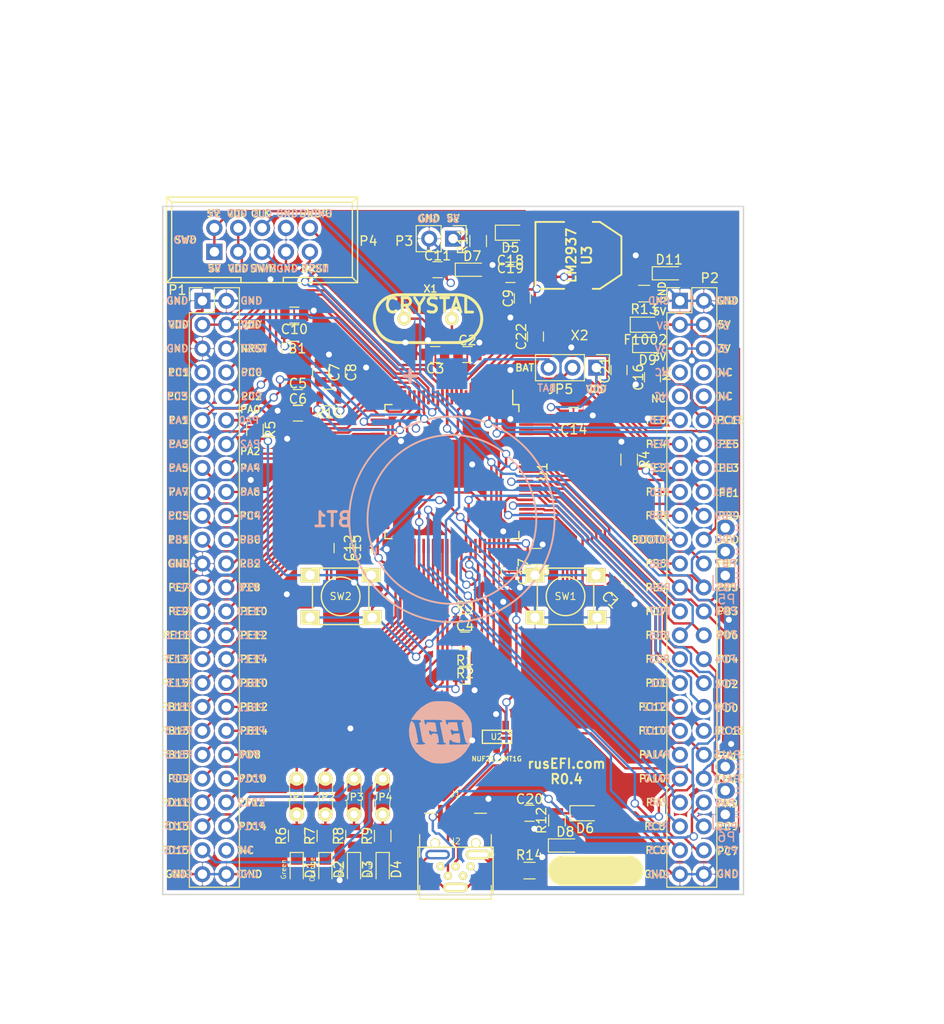
<source format=kicad_pcb>
(kicad_pcb (version 20221018) (generator pcbnew)
  (title_block (date "2017-02-18") (rev "R0.4") (company "rusEFI by Art_Electro"))
  (layers (0 "F.Cu" signal) (31 "B.Cu" signal) (34 "B.Paste" user) (35 "F.Paste" user) (36 "B.SilkS" user "B.Silkscreen") (37 "F.SilkS" user "F.Silkscreen") (38 "B.Mask" user) (39 "F.Mask" user) (44 "Edge.Cuts" user))
  (net 0 "")
  (net 1 "/3V")
  (net 2 "/5V")
  (net 3 "/BOOT0")
  (net 4 "/D+")
  (net 5 "/D-")
  (net 6 "/NRST")
  (net 7 "/PA0")
  (net 8 "/PA1")
  (net 9 "/PA10")
  (net 10 "/PA11")
  (net 11 "/PA12")
  (net 12 "/PA13")
  (net 13 "/PA14")
  (net 14 "/PA15")
  (net 15 "/PA2")
  (net 16 "/PA3")
  (net 17 "/PA4")
  (net 18 "/PA5")
  (net 19 "/PA6")
  (net 20 "/PA7")
  (net 21 "/PA8")
  (net 22 "/PB0")
  (net 23 "/PB1")
  (net 24 "/PB10")
  (net 25 "/PB11")
  (net 26 "/PB12")
  (net 27 "/PB13")
  (net 28 "/PB14")
  (net 29 "/PB15")
  (net 30 "/PB2")
  (net 31 "/PB3")
  (net 32 "/PB4")
  (net 33 "/PB5")
  (net 34 "/PB6")
  (net 35 "/PB7")
  (net 36 "/PB8")
  (net 37 "/PB9")
  (net 38 "/PC0")
  (net 39 "/PC1")
  (net 40 "/PC10")
  (net 41 "/PC11")
  (net 42 "/PC12")
  (net 43 "/PC13")
  (net 44 "/PC2")
  (net 45 "/PC3")
  (net 46 "/PC4")
  (net 47 "/PC5")
  (net 48 "/PC6")
  (net 49 "/PC7")
  (net 50 "/PC8")
  (net 51 "/PC9")
  (net 52 "/PD0")
  (net 53 "/PD1")
  (net 54 "/PD10")
  (net 55 "/PD11")
  (net 56 "/PD12")
  (net 57 "/PD13")
  (net 58 "/PD14")
  (net 59 "/PD15")
  (net 60 "/PD2")
  (net 61 "/PD3")
  (net 62 "/PD4")
  (net 63 "/PD5")
  (net 64 "/PD6")
  (net 65 "/PD7")
  (net 66 "/PD8")
  (net 67 "/PD9")
  (net 68 "/PE0")
  (net 69 "/PE1")
  (net 70 "/PE10")
  (net 71 "/PE11")
  (net 72 "/PE12")
  (net 73 "/PE13")
  (net 74 "/PE14")
  (net 75 "/PE15")
  (net 76 "/PE2")
  (net 77 "/PE3")
  (net 78 "/PE4")
  (net 79 "/PE5")
  (net 80 "/PE6")
  (net 81 "/PE7")
  (net 82 "/PE8")
  (net 83 "/PE9")
  (net 84 "/VDD")
  (net 85 "GND")
  (net 86 "Net-(BT1-Pad1)")
  (net 87 "Net-(C2-Pad1)")
  (net 88 "Net-(C3-Pad1)")
  (net 89 "Net-(C4-Pad2)")
  (net 90 "Net-(C5-Pad2)")
  (net 91 "Net-(C7-Pad2)")
  (net 92 "Net-(C15-Pad1)")
  (net 93 "Net-(C17-Pad1)")
  (net 94 "/Shield")
  (net 95 "Net-(C21-Pad2)")
  (net 96 "Net-(C22-Pad2)")
  (net 97 "Net-(D1-Pad1)")
  (net 98 "Net-(D2-Pad1)")
  (net 99 "Net-(D3-Pad1)")
  (net 100 "Net-(D4-Pad1)")
  (net 101 "Net-(D5-Pad1)")
  (net 102 "Net-(D7-Pad1)")
  (net 103 "Net-(D8-Pad1)")
  (net 104 "Net-(D11-Pad1)")
  (net 105 "Net-(JP1-Pad2)")
  (net 106 "Net-(JP2-Pad2)")
  (net 107 "Net-(JP3-Pad2)")
  (net 108 "Net-(JP4-Pad2)")
  (net 109 "Net-(JP5-Pad2)")
  (net 110 "Net-(R1-Pad1)")
  (net 111 "/PA9")
  (footprint "SOT223" (layer "F.Cu") (at 131.445 88.646 -90)
    (fp_text reference "U3")
    (fp_text value "LM2937")
  )
  (footprint "MC-306" (layer "F.Cu") (at 131.572 95.377)
    (fp_text reference "X2")
    (fp_text value "CRYSTAL(MC306)" hide)
  )
  (footprint "HC-49V" (layer "F.Cu") (at 115.443 95.377)
    (fp_text reference "X1")
    (fp_text value "CRYSTAL")
  )
  (footprint "MINI-USB-5P-3400020P1" (layer "F.Cu") (at 118.364 152.527)
    (fp_text reference "J1")
    (fp_text value "MINI-USB-5P-3400020P1" hide)
  )
  (footprint "SOT-457" (layer "F.Cu") (at 122.746 139.827 180)
    (fp_text reference "U2")
    (fp_text value "NUF2101MT1G")
  )
  (footprint "TL-1105" (layer "F.Cu") (at 130.073 124.892)
    (fp_text reference "SW1")
    (fp_text value "SW_PUSH" hide)
  )
  (footprint "TL-1105" (layer "F.Cu") (at 106.147 124.892)
    (fp_text reference "SW2")
    (fp_text value "SW_PUSH" hide)
  )
  (footprint "MINI-USB_RCTP_V-T_B" (layer "F.Cu") (at 118.364 154.102)
    (fp_text reference "J2")
    (fp_text value "MINI-USB-5P-3400020P1V" hide)
  )
  (footprint "Connect:IDC_Header_Straight_10pins" (layer "F.Cu") (at 92.71 88.265)
    (fp_text reference "P4")
    (fp_text value "CONN_02X05" hide)
  )
  (footprint "Pin_Headers:Pin_Header_Straight_1x03_Pitch2.54mm" (layer "F.Cu") (at 133.35 100.584 -90)
    (fp_text reference "JP5")
    (fp_text value "JUMPER3" hide)
  )
  (footprint "Pin_Headers:Pin_Header_Straight_2x25_Pitch2.54mm" (layer "F.Cu") (at 91.44 93.472)
    (fp_text reference "P1")
    (fp_text value "CONN_25X2" hide)
  )
  (footprint "Pin_Headers:Pin_Header_Straight_2x25_Pitch2.54mm" (layer "F.Cu") (at 142.24 93.472)
    (fp_text reference "P2")
    (fp_text value "CONN_25X2" hide)
  )
  (footprint "Pin_Headers:Pin_Header_Straight_1x02_Pitch2.54mm" (layer "F.Cu") (at 118.11 86.868 -90)
    (fp_text reference "P3")
    (fp_text value "CONN_2" hide)
  )
  (footprint "Housings_QFP:LQFP-100_14x14mm_Pitch0.5mm" (layer "F.Cu") (at 117.983 111.633 -90)
    (fp_text reference "U1")
    (fp_text value "STM32F407VG" hide)
  )
  (footprint "Capacitors_SMD:C_0805" (layer "F.Cu") (at 135.89 124.206 135)
    (fp_text reference "C1")
    (fp_text value "20nF")
  )
  (footprint "Capacitors_SMD:C_0805" (layer "F.Cu") (at 119.634 99.187)
    (fp_text reference "C2")
    (fp_text value "18pF")
  )
  (footprint "Capacitors_SMD:C_0805" (layer "F.Cu") (at 116.205 99.187 180)
    (fp_text reference "C3")
    (fp_text value "18pF")
  )
  (footprint "Capacitors_SMD:C_0805" (layer "F.Cu") (at 119.38 129.54)
    (fp_text reference "C4")
    (fp_text value "2u2F")
  )
  (footprint "Capacitors_SMD:C_0805" (layer "F.Cu") (at 101.6 103.759)
    (fp_text reference "C5")
    (fp_text value "0.01uF")
  )
  (footprint "Capacitors_SMD:C_0805" (layer "F.Cu") (at 101.6 105.41)
    (fp_text reference "C6")
    (fp_text value "1uF")
  )
  (footprint "Capacitors_SMD:C_0805" (layer "F.Cu") (at 104.013 101.092 -90)
    (fp_text reference "C7")
    (fp_text value "1uF")
  )
  (footprint "Capacitors_SMD:C_0805" (layer "F.Cu") (at 105.791 101.092 -90)
    (fp_text reference "C8")
    (fp_text value "0.01uF")
  )
  (footprint "Capacitors_SMD:C_0805" (layer "F.Cu") (at 125.476 93.218 90)
    (fp_text reference "C9")
    (fp_text value "0.1uF")
  )
  (footprint "Capacitors_SMD:C_0805" (layer "F.Cu") (at 101.219 94.996 180)
    (fp_text reference "C10")
    (fp_text value "0.1uF")
  )
  (footprint "Capacitors_SMD:C_0805" (layer "F.Cu") (at 116.459 90.17)
    (fp_text reference "C11")
    (fp_text value "0.1uF")
  )
  (footprint "Capacitors_SMD:C_0805" (layer "F.Cu") (at 108.585 119.761 90)
    (fp_text reference "C12")
    (fp_text value "0.1uF")
  )
  (footprint "Capacitors_SMD:C_0805" (layer "F.Cu") (at 127 120.65 180)
    (fp_text reference "C13")
    (fp_text value "0.1uF")
  )
  (footprint "Capacitors_SMD:C_0805" (layer "F.Cu") (at 130.937 105.664 180)
    (fp_text reference "C14")
    (fp_text value "0.1uF")
  )
  (footprint "Capacitors_SMD:C_0805" (layer "F.Cu") (at 106.299 119.761 -90)
    (fp_text reference "C15")
    (fp_text value "2u2F")
  )
  (footprint "Capacitors_SMD:C_0805" (layer "F.Cu") (at 139.319 101.6 90)
    (fp_text reference "C16")
    (fp_text value "1uF")
  )
  (footprint "Capacitors_SMD:C_0805" (layer "F.Cu") (at 124.079 122.285 -90)
    (fp_text reference "C17")
    (fp_text value "2u2F")
  )
  (footprint "Capacitors_SMD:C_0805" (layer "F.Cu") (at 124.206 90.678)
    (fp_text reference "C18")
    (fp_text value "0.1uF")
  )
  (footprint "Capacitors_SMD:C_0805" (layer "F.Cu") (at 124.206 88.519 180)
    (fp_text reference "C19")
    (fp_text value "4.7uF")
  )
  (footprint "Capacitors_SMD:C_0805" (layer "F.Cu") (at 126.238 147.955)
    (fp_text reference "C20")
    (fp_text value "0.1uF")
  )
  (footprint "Capacitors_SMD:C_0805" (layer "F.Cu") (at 135.763 100.838 90)
    (fp_text reference "C21")
    (fp_text value "18pF")
  )
  (footprint "Capacitors_SMD:C_0805" (layer "F.Cu") (at 126.873 97.282 90)
    (fp_text reference "C22")
    (fp_text value "18pF")
  )
  (footprint "LEDs:LED_0805" (layer "F.Cu") (at 101.473 153.924 -90)
    (fp_text reference "D1")
    (fp_text value "BLUE_LED_0805")
  )
  (footprint "LEDs:LED_0805" (layer "F.Cu") (at 104.521 153.924 -90)
    (fp_text reference "D2")
    (fp_text value "BLUE_LED_0805")
  )
  (footprint "LEDs:LED_0805" (layer "F.Cu") (at 107.569 153.924 -90)
    (fp_text reference "D3")
    (fp_text value "BLUE_LED_0805")
  )
  (footprint "LEDs:LED_0805" (layer "F.Cu") (at 110.617 153.924 -90)
    (fp_text reference "D4")
    (fp_text value "BLUE_LED_0805")
  )
  (footprint "Diodes_SMD:D_0805" (layer "F.Cu") (at 124.206 86.233)
    (fp_text reference "D5")
    (fp_text value "PMEG2010EA")
  )
  (footprint "Diodes_SMD:D_0805" (layer "F.Cu") (at 132.144 147.955)
    (fp_text reference "D6")
    (fp_text value "PMEG2010EA")
  )
  (footprint "LEDs:LED_0805" (layer "F.Cu") (at 120.142 90.17)
    (fp_text reference "D7")
    (fp_text value "BLUE_LED_0805")
  )
  (footprint "LEDs:LED_0805" (layer "F.Cu") (at 130.048 151.384)
    (fp_text reference "D8")
    (fp_text value "BLUE_LED_0805")
  )
  (footprint "Diodes_SMD:D_0805" (layer "F.Cu") (at 138.811 98.171)
    (fp_text reference "D9")
    (fp_text value "PMEG2010EA")
  )
  (footprint "LEDs:LED_0805" (layer "F.Cu") (at 141.097 90.551)
    (fp_text reference "D11")
    (fp_text value "BLUE_LED_0805")
  )
  (footprint "Diodes_SMD:D_0805" (layer "F.Cu") (at 138.557 96.012)
    (fp_text reference "F1002")
    (fp_text value "FUSE")
  )
  (footprint "Resistors_SMD:R_0805" (layer "F.Cu") (at 101.092 96.901 180)
    (fp_text reference "FB1")
    (fp_text value "FILTER")
  )
  (footprint "rusEFI_LIB:SM0805_jumper" (layer "F.Cu") (at 101.473 146.177 -90)
    (fp_text reference "JP1")
    (fp_text value "JUMPER" hide)
  )
  (footprint "rusEFI_LIB:SM0805_jumper" (layer "F.Cu") (at 104.521 146.177 -90)
    (fp_text reference "JP2")
    (fp_text value "JUMPER" hide)
  )
  (footprint "rusEFI_LIB:SM0805_jumper" (layer "F.Cu") (at 107.569 146.177 -90)
    (fp_text reference "JP3")
    (fp_text value "JUMPER" hide)
  )
  (footprint "rusEFI_LIB:SM0805_jumper" (layer "F.Cu") (at 110.617 146.177 -90)
    (fp_text reference "JP4")
    (fp_text value "JUMPER" hide)
  )
  (footprint "Resistors_SMD:R_0805" (layer "F.Cu") (at 119.38 133.35)
    (fp_text reference "R1")
    (fp_text value "10k")
  )
  (footprint "Resistors_SMD:R_0805" (layer "F.Cu") (at 119.38 131.445 180)
    (fp_text reference "R2")
    (fp_text value "100R")
  )
  (footprint "Resistors_SMD:R_0805" (layer "F.Cu") (at 119.38 127.635)
    (fp_text reference "R3")
    (fp_text value "10k")
  )
  (footprint "Resistors_SMD:R_0805" (layer "F.Cu") (at 136.842 110.363 -90)
    (fp_text reference "R4")
    (fp_text value "10k")
  )
  (footprint "Resistors_SMD:R_0805" (layer "F.Cu") (at 97.028 107.188 -90)
    (fp_text reference "R5")
    (fp_text value "330R")
  )
  (footprint "Resistors_SMD:R_0805" (layer "F.Cu") (at 101.473 150.368 90)
    (fp_text reference "R6")
    (fp_text value "680R")
  )
  (footprint "Resistors_SMD:R_0805" (layer "F.Cu") (at 104.521 150.368 90)
    (fp_text reference "R7")
    (fp_text value "680R")
  )
  (footprint "Resistors_SMD:R_0805" (layer "F.Cu") (at 107.569 150.368 90)
    (fp_text reference "R8")
    (fp_text value "680R")
  )
  (footprint "Resistors_SMD:R_0805" (layer "F.Cu") (at 110.617 150.368 90)
    (fp_text reference "R9")
    (fp_text value "680R")
  )
  (footprint "Resistors_SMD:R_0805" (layer "F.Cu") (at 104.902 103.759 180)
    (fp_text reference "R10")
    (fp_text value "47R")
  )
  (footprint "Resistors_SMD:R_0805" (layer "F.Cu") (at 120.777 87.122 90)
    (fp_text reference "R11")
    (fp_text value "1k")
  )
  (footprint "Resistors_SMD:R_0805" (layer "F.Cu") (at 129.159 148.717 90)
    (fp_text reference "R12")
    (fp_text value "1k")
  )
  (footprint "Resistors_SMD:R_0805" (layer "F.Cu") (at 138.43 92.71 180)
    (fp_text reference "R13")
    (fp_text value "1k")
  )
  (footprint "Resistors_SMD:R_0805" (layer "F.Cu") (at 126.238 154.051)
    (fp_text reference "R14")
    (fp_text value "100k")
  )
  (footprint "BATT_CR2032_MPD" (layer "B.Cu") (at 117.983 116.713 90)
    (fp_text reference "BT1")
    (fp_text value "BATTERY_CR2032" hide)
  )
  (footprint "LOGO_F" (layer "B.Cu") (at 116.7765 139.3825)
    (fp_text reference "G1" hide)
    (fp_text value "LOGO" hide)
  )
  (footprint "Pin_Headers:Pin_Header_Angled_1x03" (layer "B.Cu") (at 147.066 122.682)
    (fp_text reference "P5")
    (fp_text value "CONN_01X03" hide)
  )
  (footprint "Pin_Headers:Pin_Header_Angled_1x03" (layer "B.Cu") (at 147.066 148.082)
    (fp_text reference "P6")
    (fp_text value "CONN_01X03" hide)
  )
  (gr_line (start 129.794 154.051) (end 136.779 154.051) (stroke (width 3.175)) (layer "F.SilkS"))
  (gr_line (start 149.003 83.439) (end 149.003 156.591) (stroke (width 0.15)) (layer "Edge.Cuts"))
  (gr_line (start 87.217 83.439) (end 87.217 156.591) (stroke (width 0.15)) (layer "Edge.Cuts"))
  (gr_line (start 149.003 83.439) (end 87.217 83.439) (stroke (width 0.15)) (layer "Edge.Cuts"))
  (gr_line (start 149.003 156.591) (end 87.217 156.591) (stroke (width 0.15)) (layer "Edge.Cuts"))
  (gr_text "PB2" (at 96.52 121.412) (layer "B.SilkS") (effects (font (size 0.762 0.762) (thickness 0.1524)) (justify mirror)))
  (gr_text "PA2" (at 96.52 108.712) (layer "B.SilkS") (effects (font (size 0.762 0.762) (thickness 0.1524)) (justify mirror)))
  (gr_text "PC2" (at 96.647 103.632) (layer "B.SilkS") (effects (font (size 0.762 0.762) (thickness 0.1524)) (justify mirror)))
  (gr_text "PC0" (at 96.647 101.092) (layer "B.SilkS") (effects (font (size 0.762 0.762) (thickness 0.1524)) (justify mirror)))
  (gr_text "PB1" (at 88.9 118.872) (layer "B.SilkS") (effects (font (size 0.762 0.762) (thickness 0.1524)) (justify mirror)))
  (gr_text "GND" (at 147.1295 93.472) (layer "B.SilkS") (effects (font (size 0.762 0.762) (thickness 0.1524)) (justify mirror)))
  (gr_text "PC7" (at 147.2565 151.892) (layer "B.SilkS") (effects (font (size 0.762 0.762) (thickness 0.1524)) (justify mirror)))
  (gr_text "PC9" (at 147.2565 149.4155) (layer "B.SilkS") (effects (font (size 0.762 0.762) (thickness 0.1524)) (justify mirror)))
  (gr_text "PA9" (at 147.066 146.8755) (layer "B.SilkS") (effects (font (size 0.762 0.762) (thickness 0.1524)) (justify mirror)))
  (gr_text "PA13" (at 147.2565 144.3355) (layer "B.SilkS") (effects (font (size 0.762 0.762) (thickness 0.1524)) (justify mirror)))
  (gr_text "PA15" (at 147.2565 141.732) (layer "B.SilkS") (effects (font (size 0.762 0.762) (thickness 0.1524)) (justify mirror)))
  (gr_text "PC11" (at 147.193 139.192) (layer "B.SilkS") (effects (font (size 0.762 0.762) (thickness 0.1524)) (justify mirror)))
  (gr_text "PD0" (at 147.0025 136.652) (layer "B.SilkS") (effects (font (size 0.762 0.762) (thickness 0.1524)) (justify mirror)))
  (gr_text "PD2" (at 147.066 134.1755) (layer "B.SilkS") (effects (font (size 0.762 0.762) (thickness 0.1524)) (justify mirror)))
  (gr_text "PD4" (at 147.066 131.572) (layer "B.SilkS") (effects (font (size 0.762 0.762) (thickness 0.1524)) (justify mirror)))
  (gr_text "PD6" (at 147.193 128.9685) (layer "B.SilkS") (effects (font (size 0.762 0.762) (thickness 0.1524)) (justify mirror)))
  (gr_text "PB3" (at 147.193 126.4285) (layer "B.SilkS") (effects (font (size 0.762 0.762) (thickness 0.1524)) (justify mirror)))
  (gr_text "PB5" (at 147.193 123.952) (layer "B.SilkS") (effects (font (size 0.762 0.762) (thickness 0.1524)) (justify mirror)))
  (gr_text "PB7" (at 147.1295 121.412) (layer "B.SilkS") (effects (font (size 0.762 0.762) (thickness 0.1524)) (justify mirror)))
  (gr_text "VDD" (at 147.066 118.8085) (layer "B.SilkS") (effects (font (size 0.762 0.762) (thickness 0.1524)) (justify mirror)))
  (gr_text "PB9" (at 147.066 116.332) (layer "B.SilkS") (effects (font (size 0.762 0.762) (thickness 0.1524)) (justify mirror)))
  (gr_text "PE1" (at 146.812 113.792) (layer "B.SilkS") (effects (font (size 0.762 0.762) (thickness 0.1524)) (justify mirror)))
  (gr_text "PE3" (at 146.8755 111.252) (layer "B.SilkS") (effects (font (size 0.762 0.762) (thickness 0.1524)) (justify mirror)))
  (gr_text "PE5" (at 147.066 108.712) (layer "B.SilkS") (effects (font (size 0.762 0.762) (thickness 0.1524)) (justify mirror)))
  (gr_text "PC13" (at 147.2565 106.172) (layer "B.SilkS") (effects (font (size 0.762 0.762) (thickness 0.1524)) (justify mirror)))
  (gr_text "NC" (at 146.7485 101.1555) (layer "B.SilkS") (effects (font (size 0.762 0.762) (thickness 0.1524)) (justify mirror)))
  (gr_text "3V" (at 146.7485 98.6155) (layer "B.SilkS") (effects (font (size 0.762 0.762) (thickness 0.1524)) (justify mirror)))
  (gr_text "5V" (at 146.812 96.139) (layer "B.SilkS") (effects (font (size 0.762 0.762) (thickness 0.1524)) (justify mirror)))
  (gr_text "GND" (at 147.32 154.3685) (layer "B.SilkS") (effects (font (size 0.762 0.762) (thickness 0.1524)) (justify mirror)))
  (gr_text "GND" (at 140.0175 154.4955) (layer "B.SilkS") (effects (font (size 0.762 0.762) (thickness 0.1524)) (justify mirror)))
  (gr_text "PC6" (at 140.0175 151.892) (layer "B.SilkS") (effects (font (size 0.762 0.762) (thickness 0.1524)) (justify mirror)))
  (gr_text "PC8" (at 139.8905 149.352) (layer "B.SilkS") (effects (font (size 0.762 0.762) (thickness 0.1524)) (justify mirror)))
  (gr_text "PA8" (at 140.0175 146.7485) (layer "B.SilkS") (effects (font (size 0.762 0.762) (thickness 0.1524)) (justify mirror)))
  (gr_text "PA10" (at 139.827 144.272) (layer "B.SilkS") (effects (font (size 0.762 0.762) (thickness 0.1524)) (justify mirror)))
  (gr_text "PA14" (at 139.827 141.732) (layer "B.SilkS") (effects (font (size 0.762 0.762) (thickness 0.1524)) (justify mirror)))
  (gr_text "PC10" (at 139.7635 139.192) (layer "B.SilkS") (effects (font (size 0.762 0.762) (thickness 0.1524)) (justify mirror)))
  (gr_text "PC12" (at 139.7 136.652) (layer "B.SilkS") (effects (font (size 0.762 0.762) (thickness 0.1524)) (justify mirror)))
  (gr_text "PD1" (at 140.081 134.112) (layer "B.SilkS") (effects (font (size 0.762 0.762) (thickness 0.1524)) (justify mirror)))
  (gr_text "PD3" (at 140.081 131.572) (layer "B.SilkS") (effects (font (size 0.762 0.762) (thickness 0.1524)) (justify mirror)))
  (gr_text "PD5" (at 140.081 129.0955) (layer "B.SilkS") (effects (font (size 0.762 0.762) (thickness 0.1524)) (justify mirror)))
  (gr_text "PD7" (at 140.081 126.492) (layer "B.SilkS") (effects (font (size 0.762 0.762) (thickness 0.1524)) (justify mirror)))
  (gr_text "PB4" (at 140.1445 123.952) (layer "B.SilkS") (effects (font (size 0.762 0.762) (thickness 0.1524)) (justify mirror)))
  (gr_text "PB6" (at 140.081 121.4755) (layer "B.SilkS") (effects (font (size 0.762 0.762) (thickness 0.1524)) (justify mirror)))
  (gr_text "BOOT0" (at 139.446 118.872) (layer "B.SilkS") (effects (font (size 0.762 0.762) (thickness 0.1524)) (justify mirror)))
  (gr_text "PB8" (at 140.081 116.2685) (layer "B.SilkS") (effects (font (size 0.762 0.762) (thickness 0.1524)) (justify mirror)))
  (gr_text "PE0" (at 140.081 113.8555) (layer "B.SilkS") (effects (font (size 0.762 0.762) (thickness 0.1524)) (justify mirror)))
  (gr_text "PE2" (at 140.1445 111.1885) (layer "B.SilkS") (effects (font (size 0.762 0.762) (thickness 0.1524)) (justify mirror)))
  (gr_text "PE4" (at 140.1445 108.712) (layer "B.SilkS") (effects (font (size 0.762 0.762) (thickness 0.1524)) (justify mirror)))
  (gr_text "PE6" (at 140.081 106.172) (layer "B.SilkS") (effects (font (size 0.762 0.762) (thickness 0.1524)) (justify mirror)))
  (gr_text "GND" (at 89.2175 154.432) (layer "B.SilkS") (effects (font (size 0.762 0.762) (thickness 0.1524)) (justify mirror)))
  (gr_text "PE7" (at 89.281 124.0155) (layer "B.SilkS") (effects (font (size 0.762 0.762) (thickness 0.1524)) (justify mirror)))
  (gr_text "PE9" (at 89.281 126.492) (layer "B.SilkS") (effects (font (size 0.762 0.762) (thickness 0.1524)) (justify mirror)))
  (gr_text "PE11" (at 88.9635 129.032) (layer "B.SilkS") (effects (font (size 0.762 0.762) (thickness 0.1524)) (justify mirror)))
  (gr_text "PE13" (at 88.9635 131.572) (layer "B.SilkS") (effects (font (size 0.762 0.762) (thickness 0.1524)) (justify mirror)))
  (gr_text "PE15" (at 89.027 134.112) (layer "B.SilkS") (effects (font (size 0.762 0.762) (thickness 0.1524)) (justify mirror)))
  (gr_text "PB11" (at 88.9635 136.652) (layer "B.SilkS") (effects (font (size 0.762 0.762) (thickness 0.1524)) (justify mirror)))
  (gr_text "PB13" (at 88.9635 139.192) (layer "B.SilkS") (effects (font (size 0.762 0.762) (thickness 0.1524)) (justify mirror)))
  (gr_text "PB15" (at 88.9635 141.732) (layer "B.SilkS") (effects (font (size 0.762 0.762) (thickness 0.1524)) (justify mirror)))
  (gr_text "PD9" (at 89.281 144.272) (layer "B.SilkS") (effects (font (size 0.762 0.762) (thickness 0.1524)) (justify mirror)))
  (gr_text "PD11" (at 88.9635 146.812) (layer "B.SilkS") (effects (font (size 0.762 0.762) (thickness 0.1524)) (justify mirror)))
  (gr_text "PD13" (at 88.9 149.2885) (layer "B.SilkS") (effects (font (size 0.762 0.762) (thickness 0.1524)) (justify mirror)))
  (gr_text "PD15" (at 88.8365 151.892) (layer "B.SilkS") (effects (font (size 0.762 0.762) (thickness 0.1524)) (justify mirror)))
  (gr_text "GND" (at 89.027 121.412) (layer "B.SilkS") (effects (font (size 0.762 0.762) (thickness 0.1524)) (justify mirror)))
  (gr_text "PE8" (at 96.3295 123.952) (layer "B.SilkS") (effects (font (size 0.762 0.762) (thickness 0.1524)) (justify mirror)))
  (gr_text "PE10" (at 96.52 126.492) (layer "B.SilkS") (effects (font (size 0.762 0.762) (thickness 0.1524)) (justify mirror)))
  (gr_text "PE12" (at 96.5835 129.032) (layer "B.SilkS") (effects (font (size 0.762 0.762) (thickness 0.1524)) (justify mirror)))
  (gr_text "PE14" (at 96.5835 131.572) (layer "B.SilkS") (effects (font (size 0.762 0.762) (thickness 0.1524)) (justify mirror)))
  (gr_text "PB10" (at 96.5835 134.112) (layer "B.SilkS") (effects (font (size 0.762 0.762) (thickness 0.1524)) (justify mirror)))
  (gr_text "PB12" (at 96.5835 136.7155) (layer "B.SilkS") (effects (font (size 0.762 0.762) (thickness 0.1524)) (justify mirror)))
  (gr_text "PB14" (at 96.647 139.192) (layer "B.SilkS") (effects (font (size 0.762 0.762) (thickness 0.1524)) (justify mirror)))
  (gr_text "PD8" (at 96.3295 141.732) (layer "B.SilkS") (effects (font (size 0.762 0.762) (thickness 0.1524)) (justify mirror)))
  (gr_text "PD10" (at 96.647 144.272) (layer "B.SilkS") (effects (font (size 0.762 0.762) (thickness 0.1524)) (justify mirror)))
  (gr_text "PD12" (at 96.647 146.812) (layer "B.SilkS") (effects (font (size 0.762 0.762) (thickness 0.1524)) (justify mirror)))
  (gr_text "PD14" (at 96.647 149.352) (layer "B.SilkS") (effects (font (size 0.762 0.762) (thickness 0.1524)) (justify mirror)))
  (gr_text "NC" (at 95.885 151.892) (layer "B.SilkS") (effects (font (size 0.762 0.762) (thickness 0.1524)) (justify mirror)))
  (gr_text "GND" (at 96.2025 154.432) (layer "B.SilkS") (effects (font (size 0.762 0.762) (thickness 0.1524)) (justify mirror)))
  (gr_text "VDD" (at 133.35 102.87) (layer "B.SilkS") (effects (font (size 0.762 0.762) (thickness 0.1524)) (justify mirror)))
  (gr_text "BAT" (at 128.0795 102.743) (layer "B.SilkS") (effects (font (size 0.762 0.762) (thickness 0.1524)) (justify mirror)))
  (gr_text "5V" (at 118.11 84.7725) (layer "B.SilkS") (effects (font (size 0.762 0.762) (thickness 0.1524)) (justify mirror)))
  (gr_text "GND" (at 115.443 84.7725) (layer "B.SilkS") (effects (font (size 0.762 0.762) (thickness 0.1524)) (justify mirror)))
  (gr_text "GND" (at 100.457 90.043) (layer "B.SilkS") (effects (font (size 0.762 0.762) (thickness 0.1524)) (justify mirror)))
  (gr_text "CLK" (at 97.79 84.201) (layer "B.SilkS") (effects (font (size 0.762 0.762) (thickness 0.1524)) (justify mirror)))
  (gr_text "SWIM" (at 97.917 90.043) (layer "B.SilkS") (effects (font (size 0.762 0.762) (thickness 0.1524)) (justify mirror)))
  (gr_text "SWD" (at 89.535 86.995) (layer "B.SilkS") (effects (font (size 0.762 0.762) (thickness 0.1524)) (justify mirror)))
  (gr_text "NRST" (at 103.505 90.043) (layer "B.SilkS") (effects (font (size 0.762 0.762) (thickness 0.1524)) (justify mirror)))
  (gr_text "VDD" (at 95.25 90.043) (layer "B.SilkS") (effects (font (size 0.762 0.762) (thickness 0.1524)) (justify mirror)))
  (gr_text "SWDIO" (at 103.505 84.201) (layer "B.SilkS") (effects (font (size 0.762 0.762) (thickness 0.1524)) (justify mirror)))
  (gr_text "VDD" (at 96.6724 96.012) (layer "B.SilkS") (effects (font (size 0.762 0.762) (thickness 0.1524)) (justify mirror)))
  (gr_text "PC5" (at 88.9 116.332) (layer "B.SilkS") (effects (font (size 0.762 0.762) (thickness 0.1524)) (justify mirror)))
  (gr_text "NC" (at 140.2715 103.632) (layer "B.SilkS") (effects (font (size 0.762 0.762) (thickness 0.1524)) (justify mirror)))
  (gr_text "NRST" (at 96.9264 98.552) (layer "B.SilkS") (effects (font (size 0.762 0.762) (thickness 0.1524)) (justify mirror)))
  (gr_text "PA0" (at 96.393 106.172) (layer "B.SilkS") (effects (font (size 0.762 0.762) (thickness 0.1524)) (justify mirror)))
  (gr_text "PA6" (at 96.52 113.792) (layer "B.SilkS") (effects (font (size 0.762 0.762) (thickness 0.1524)) (justify mirror)))
  (gr_text "GND" (at 88.7476 93.472) (layer "B.SilkS") (effects (font (size 0.762 0.762) (thickness 0.1524)) (justify mirror)))
  (gr_text "PB0" (at 96.52 118.872) (layer "B.SilkS") (effects (font (size 0.762 0.762) (thickness 0.1524)) (justify mirror)))
  (gr_text "PC4" (at 96.52 116.332) (layer "B.SilkS") (effects (font (size 0.762 0.762) (thickness 0.1524)) (justify mirror)))
  (gr_text "5V" (at 92.71 84.201) (layer "B.SilkS") (effects (font (size 0.762 0.762) (thickness 0.1524)) (justify mirror)))
  (gr_text "GND" (at 140.0175 93.472) (layer "B.SilkS") (effects (font (size 0.762 0.762) (thickness 0.1524)) (justify mirror)))
  (gr_text "PA4" (at 96.52 111.252) (layer "B.SilkS") (effects (font (size 0.762 0.762) (thickness 0.1524)) (justify mirror)))
  (gr_text "3V" (at 140.2715 98.6155) (layer "B.SilkS") (effects (font (size 0.762 0.762) (thickness 0.1524)) (justify mirror)))
  (gr_text "PA1" (at 88.9 106.172) (layer "B.SilkS") (effects (font (size 0.762 0.762) (thickness 0.1524)) (justify mirror)))
  (gr_text "VDD" (at 95.123 84.201) (layer "B.SilkS") (effects (font (size 0.762 0.762) (thickness 0.1524)) (justify mirror)))
  (gr_text "GND" (at 96.6724 93.472) (layer "B.SilkS") (effects (font (size 0.762 0.762) (thickness 0.1524)) (justify mirror)))
  (gr_text "NC" (at 140.335 101.092) (layer "B.SilkS") (effects (font (size 0.762 0.762) (thickness 0.1524)) (justify mirror)))
  (gr_text "5V" (at 92.71 90.043) (layer "B.SilkS") (effects (font (size 0.762 0.762) (thickness 0.1524)) (justify mirror)))
  (gr_text "PA3" (at 88.9 108.712) (layer "B.SilkS") (effects (font (size 0.762 0.762) (thickness 0.1524)) (justify mirror)))
  (gr_text "5V" (at 140.462 96.139) (layer "B.SilkS") (effects (font (size 0.762 0.762) (thickness 0.1524)) (justify mirror)))
  (gr_text "PA7" (at 88.9 113.792) (layer "B.SilkS") (effects (font (size 0.762 0.762) (thickness 0.1524)) (justify mirror)))
  (gr_text "PC1" (at 88.9 101.092) (layer "B.SilkS") (effects (font (size 0.762 0.762) (thickness 0.1524)) (justify mirror)))
  (gr_text "PC3" (at 88.7984 103.632) (layer "B.SilkS") (effects (font (size 0.762 0.762) (thickness 0.1524)) (justify mirror)))
  (gr_text "GND" (at 88.7984 98.552) (layer "B.SilkS") (effects (font (size 0.762 0.762) (thickness 0.1524)) (justify mirror)))
  (gr_text "VDD" (at 88.9 96.012) (layer "B.SilkS") (effects (font (size 0.762 0.762) (thickness 0.1524)) (justify mirror)))
  (gr_text "PA5" (at 88.9 111.252) (layer "B.SilkS") (effects (font (size 0.762 0.762) (thickness 0.1524)) (justify mirror)))
  (gr_text "GND" (at 100.457 84.201) (layer "B.SilkS") (effects (font (size 0.762 0.762) (thickness 0.1524)) (justify mirror)))
  (gr_text "NC" (at 146.7485 103.6955) (layer "B.SilkS") (effects (font (size 0.762 0.762) (thickness 0.1524)) (justify mirror)))
  (gr_text "GND" (at 96.647 154.432) (layer "F.SilkS") (effects (font (size 0.762 0.762) (thickness 0.1524))))
  (gr_text "NC" (at 96.139 151.892) (layer "F.SilkS") (effects (font (size 0.762 0.762) (thickness 0.1524))))
  (gr_text "PD14" (at 96.774 149.352) (layer "F.SilkS") (effects (font (size 0.762 0.762) (thickness 0.1524))))
  (gr_text "PD12" (at 96.647 146.812) (layer "F.SilkS") (effects (font (size 0.762 0.762) (thickness 0.1524))))
  (gr_text "PD10" (at 96.774 144.272) (layer "F.SilkS") (effects (font (size 0.762 0.762) (thickness 0.1524))))
  (gr_text "PD8" (at 96.52 141.732) (layer "F.SilkS") (effects (font (size 0.762 0.762) (thickness 0.1524))))
  (gr_text "PB14" (at 96.901 139.192) (layer "F.SilkS") (effects (font (size 0.762 0.762) (thickness 0.1524))))
  (gr_text "PB12" (at 96.901 136.652) (layer "F.SilkS") (effects (font (size 0.762 0.762) (thickness 0.1524))))
  (gr_text "PB10" (at 96.901 134.112) (layer "F.SilkS") (effects (font (size 0.762 0.762) (thickness 0.1524))))
  (gr_text "PE14" (at 96.901 131.572) (layer "F.SilkS") (effects (font (size 0.762 0.762) (thickness 0.1524))))
  (gr_text "PE12" (at 96.901 129.032) (layer "F.SilkS") (effects (font (size 0.762 0.762) (thickness 0.1524))))
  (gr_text "PE10" (at 96.901 126.492) (layer "F.SilkS") (effects (font (size 0.762 0.762) (thickness 0.1524))))
  (gr_text "PE8" (at 96.52 123.952) (layer "F.SilkS") (effects (font (size 0.762 0.762) (thickness 0.1524))))
  (gr_text "PB0" (at 96.52 118.872) (layer "F.SilkS") (effects (font (size 0.762 0.762) (thickness 0.1524))))
  (gr_text "PC4" (at 96.52 116.332) (layer "F.SilkS") (effects (font (size 0.762 0.762) (thickness 0.1524))))
  (gr_text "PA6" (at 96.52 113.792) (layer "F.SilkS") (effects (font (size 0.762 0.762) (thickness 0.1524))))
  (gr_text "PA4" (at 96.52 111.252) (layer "F.SilkS") (effects (font (size 0.762 0.762) (thickness 0.1524))))
  (gr_text "PA0" (at 96.52 105.029) (layer "F.SilkS") (effects (font (size 0.762 0.762) (thickness 0.1524))))
  (gr_text "NRST" (at 96.901 98.552) (layer "F.SilkS") (effects (font (size 0.762 0.762) (thickness 0.1524))))
  (gr_text "VDD" (at 96.647 96.012) (layer "F.SilkS") (effects (font (size 0.762 0.762) (thickness 0.1524))))
  (gr_text "GND" (at 96.647 93.472) (layer "F.SilkS") (effects (font (size 0.762 0.762) (thickness 0.1524))))
  (gr_text "GND" (at 88.773 98.552) (layer "F.SilkS") (effects (font (size 0.762 0.762) (thickness 0.1524))))
  (gr_text "VDD" (at 88.9 96.012) (layer "F.SilkS") (effects (font (size 0.762 0.762) (thickness 0.1524))))
  (gr_text "GND" (at 88.646 154.432) (layer "F.SilkS") (effects (font (size 0.762 0.762) (thickness 0.1524))))
  (gr_text "PD15" (at 88.519 151.892) (layer "F.SilkS") (effects (font (size 0.762 0.762) (thickness 0.1524))))
  (gr_text "PD13" (at 88.519 149.352) (layer "F.SilkS") (effects (font (size 0.762 0.762) (thickness 0.1524))))
  (gr_text "PD11" (at 88.519 146.812) (layer "F.SilkS") (effects (font (size 0.762 0.762) (thickness 0.1524))))
  (gr_text "PD9" (at 88.9 144.272) (layer "F.SilkS") (effects (font (size 0.762 0.762) (thickness 0.1524))))
  (gr_text "PB15" (at 88.519 141.732) (layer "F.SilkS") (effects (font (size 0.762 0.762) (thickness 0.1524))))
  (gr_text "PB13" (at 88.519 139.192) (layer "F.SilkS") (effects (font (size 0.762 0.762) (thickness 0.1524))))
  (gr_text "PB11" (at 88.519 136.652) (layer "F.SilkS") (effects (font (size 0.762 0.762) (thickness 0.1524))))
  (gr_text "PE15" (at 88.519 134.112) (layer "F.SilkS") (effects (font (size 0.762 0.762) (thickness 0.1524))))
  (gr_text "PE13" (at 88.519 131.572) (layer "F.SilkS") (effects (font (size 0.762 0.762) (thickness 0.1524))))
  (gr_text "PE11" (at 88.646 129.032) (layer "F.SilkS") (effects (font (size 0.762 0.762) (thickness 0.1524))))
  (gr_text "PE9" (at 88.9 126.492) (layer "F.SilkS") (effects (font (size 0.762 0.762) (thickness 0.1524))))
  (gr_text "PE7" (at 88.9 123.952) (layer "F.SilkS") (effects (font (size 0.762 0.762) (thickness 0.1524))))
  (gr_text "GND" (at 88.9 121.412) (layer "F.SilkS") (effects (font (size 0.762 0.762) (thickness 0.1524))))
  (gr_text "PC5" (at 88.9 116.332) (layer "F.SilkS") (effects (font (size 0.762 0.762) (thickness 0.1524))))
  (gr_text "PA7" (at 88.9 113.792) (layer "F.SilkS") (effects (font (size 0.762 0.762) (thickness 0.1524))))
  (gr_text "PA5" (at 88.9 111.252) (layer "F.SilkS") (effects (font (size 0.762 0.762) (thickness 0.1524))))
  (gr_text "PA3" (at 88.9 108.712) (layer "F.SilkS") (effects (font (size 0.762 0.762) (thickness 0.1524))))
  (gr_text "PA1" (at 88.9 106.172) (layer "F.SilkS") (effects (font (size 0.762 0.762) (thickness 0.1524))))
  (gr_text "PC1" (at 88.9 101.092) (layer "F.SilkS") (effects (font (size 0.762 0.762) (thickness 0.1524))))
  (gr_text "GND" (at 88.773 93.472) (layer "F.SilkS") (effects (font (size 0.762 0.762) (thickness 0.1524))))
  (gr_text "PC3" (at 88.773 103.632) (layer "F.SilkS") (effects (font (size 0.762 0.762) (thickness 0.1524))))
  (gr_text "PB8" (at 139.7 116.332) (layer "F.SilkS") (effects (font (size 0.762 0.762) (thickness 0.1524))))
  (gr_text "SWD" (at 89.662 86.995) (layer "F.SilkS") (effects (font (size 0.762 0.762) (thickness 0.1524))))
  (gr_text "PD3" (at 139.7 131.572) (layer "F.SilkS") (effects (font (size 0.762 0.762) (thickness 0.1524))))
  (gr_text "PB7" (at 147.32 121.412) (layer "F.SilkS") (effects (font (size 0.762 0.762) (thickness 0.1524))))
  (gr_text "PC12" (at 139.319 136.652) (layer "F.SilkS") (effects (font (size 0.762 0.762) (thickness 0.1524))))
  (gr_text "PC6" (at 139.7 151.892) (layer "F.SilkS") (effects (font (size 0.762 0.762) (thickness 0.1524))))
  (gr_text "PE6" (at 139.7 106.172) (layer "F.SilkS") (effects (font (size 0.762 0.762) (thickness 0.1524))))
  (gr_text "PA2" (at 96.52 109.474) (layer "F.SilkS") (effects (font (size 0.762 0.762) (thickness 0.1524))))
  (gr_text "PD6" (at 147.32 129.032) (layer "F.SilkS") (effects (font (size 0.762 0.762) (thickness 0.1524))))
  (gr_text "NRST" (at 103.378 90.043) (layer "F.SilkS") (effects (font (size 0.762 0.762) (thickness 0.1524))))
  (gr_text "PE2" (at 139.7 111.252) (layer "F.SilkS") (effects (font (size 0.762 0.762) (thickness 0.1524))))
  (gr_text "PE4" (at 139.7 108.712) (layer "F.SilkS") (effects (font (size 0.762 0.762) (thickness 0.1524))))
  (gr_text "PB9" (at 147.447 116.332) (layer "F.SilkS") (effects (font (size 0.762 0.762) (thickness 0.1524))))
  (gr_text "NC" (at 139.954 103.886) (layer "F.SilkS") (effects (font (size 0.762 0.762) (thickness 0.1524))))
  (gr_text "Blue" (at 109.22 153.924 90) (layer "F.SilkS") (effects (font (size 0.50038 0.50038) (thickness 0.0762))))
  (gr_text "PE1" (at 147.447 113.919) (layer "F.SilkS") (effects (font (size 0.762 0.762) (thickness 0.1524))))
  (gr_text "PC10" (at 139.319 139.192) (layer "F.SilkS") (effects (font (size 0.762 0.762) (thickness 0.1524))))
  (gr_text "PD2" (at 147.32 134.239) (layer "F.SilkS") (effects (font (size 0.762 0.762) (thickness 0.1524))))
  (gr_text "NC" (at 140.843 101.219 90) (layer "F.SilkS") (effects (font (size 0.762 0.762) (thickness 0.1524))))
  (gr_text "PD4" (at 147.32 131.572) (layer "F.SilkS") (effects (font (size 0.762 0.762) (thickness 0.1524))))
  (gr_text "BOOT0" (at 138.938 118.872) (layer "F.SilkS") (effects (font (size 0.762 0.762) (thickness 0.1524))))
  (gr_text "PB3" (at 147.32 126.492) (layer "F.SilkS") (effects (font (size 0.762 0.762) (thickness 0.1524))))
  (gr_text "BAT" (at 125.73 100.584) (layer "F.SilkS") (effects (font (size 0.762 0.762) (thickness 0.1524))))
  (gr_text "PA10" (at 139.319 144.272) (layer "F.SilkS") (effects (font (size 0.762 0.762) (thickness 0.1524))))
  (gr_text "PC13" (at 147.6375 106.172) (layer "F.SilkS") (effects (font (size 0.762 0.762) (thickness 0.1524))))
  (gr_text "Orange" (at 103.124 153.924 90) (layer "F.SilkS") (effects (font (size 0.50038 0.50038) (thickness 0.0762))))
  (gr_text "VDD" (at 95.123 84.201) (layer "F.SilkS") (effects (font (size 0.762 0.762) (thickness 0.1524))))
  (gr_text "PE3" (at 147.447 111.252) (layer "F.SilkS") (effects (font (size 0.762 0.762) (thickness 0.1524))))
  (gr_text "GND" (at 147.32 154.432) (layer "F.SilkS") (effects (font (size 0.762 0.762) (thickness 0.1524))))
  (gr_text "PC8" (at 139.573 149.352) (layer "F.SilkS") (effects (font (size 0.762 0.762) (thickness 0.1524))))
  (gr_text "GND" (at 140.335 92.583 90) (layer "F.SilkS") (effects (font (size 0.762 0.762) (thickness 0.1524))))
  (gr_text "GND" (at 100.457 84.201) (layer "F.SilkS") (effects (font (size 0.762 0.762) (thickness 0.1524))))
  (gr_text "VDD" (at 147.447 118.872) (layer "F.SilkS") (effects (font (size 0.762 0.762) (thickness 0.1524))))
  (gr_text "PD7" (at 139.7 126.492) (layer "F.SilkS") (effects (font (size 0.762 0.762) (thickness 0.1524))))
  (gr_text "GND" (at 139.573 154.432) (layer "F.SilkS") (effects (font (size 0.762 0.762) (thickness 0.1524))))
  (gr_text "PC7" (at 147.32 152.019) (layer "F.SilkS") (effects (font (size 0.762 0.762) (thickness 0.1524))))
  (gr_text "3V" (at 140.081 99.441) (layer "F.SilkS") (effects (font (size 0.762 0.762) (thickness 0.1524))))
  (gr_text "PB5" (at 147.32 123.952) (layer "F.SilkS") (effects (font (size 0.762 0.762) (thickness 0.1524))))
  (gr_text "5V" (at 146.939 96.012) (layer "F.SilkS") (effects (font (size 0.762 0.762) (thickness 0.1524))))
  (gr_text "PC2" (at 96.6724 103.632) (layer "F.SilkS") (effects (font (size 0.762 0.762) (thickness 0.1524))))
  (gr_text "NC" (at 147.066 101.092) (layer "F.SilkS") (effects (font (size 0.762 0.762) (thickness 0.1524))))
  (gr_text "Green" (at 100.076 153.924 90) (layer "F.SilkS") (effects (font (size 0.50038 0.50038) (thickness 0.0762))))
  (gr_text "PB2" (at 96.52 121.412) (layer "F.SilkS") (effects (font (size 0.762 0.762) (thickness 0.1524))))
  (gr_text "PC11" (at 147.701 139.192) (layer "F.SilkS") (effects (font (size 0.762 0.762) (thickness 0.1524))))
  (gr_text "PB1" (at 88.9 118.872) (layer "F.SilkS") (effects (font (size 0.762 0.762) (thickness 0.1524))))
  (gr_text "Red" (at 106.172 153.924 90) (layer "F.SilkS") (effects (font (size 0.50038 0.50038) (thickness 0.0762))))
  (gr_text "PC0" (at 96.6724 101.092) (layer "F.SilkS") (effects (font (size 0.762 0.762) (thickness 0.1524))))
  (gr_text "GND" (at 147.32 93.472) (layer "F.SilkS") (effects (font (size 0.762 0.762) (thickness 0.1524))))
  (gr_text "PD5" (at 139.7 129.032) (layer "F.SilkS") (effects (font (size 0.762 0.762) (thickness 0.1524))))
  (gr_text "PA8" (at 139.7 146.812) (layer "F.SilkS") (effects (font (size 0.762 0.762) (thickness 0.1524))))
  (gr_text "PB6" (at 139.7 121.412) (layer "F.SilkS") (effects (font (size 0.762 0.762) (thickness 0.1524))))
  (gr_text "5V" (at 92.71 90.043) (layer "F.SilkS") (effects (font (size 0.762 0.762) (thickness 0.1524))))
  (gr_text "PE5" (at 147.447 108.712) (layer "F.SilkS") (effects (font (size 0.762 0.762) (thickness 0.1524))))
  (gr_text "5V" (at 92.583 84.201) (layer "F.SilkS") (effects (font (size 0.762 0.762) (thickness 0.1524))))
  (gr_text "SWDIO" (at 103.505 84.201) (layer "F.SilkS") (effects (font (size 0.762 0.762) (thickness 0.1524))))
  (gr_text "VDD" (at 133.35 102.87) (layer "F.SilkS") (effects (font (size 0.762 0.762) (thickness 0.1524))))
  (gr_text "VDD" (at 95.25 90.043) (layer "F.SilkS") (effects (font (size 0.762 0.762) (thickness 0.1524))))
  (gr_text "GND" (at 115.57 84.709) (layer "F.SilkS") (effects (font (size 0.762 0.762) (thickness 0.1524))))
  (gr_text "5V" (at 140.081 94.615) (layer "F.SilkS") (effects (font (size 0.762 0.762) (thickness 0.1524))))
  (gr_text "CLK" (at 97.663 84.201) (layer "F.SilkS") (effects (font (size 0.762 0.762) (thickness 0.1524))))
  (gr_text "rusEFI.com\nR0.4" (at 130.175 143.51) (layer "F.SilkS") (effects (font (size 1.016 1.016) (thickness 0.2032))))
  (gr_text "GND" (at 100.457 90.043) (layer "F.SilkS") (effects (font (size 0.762 0.762) (thickness 0.1524))))
  (gr_text "PA13" (at 147.701 144.272) (layer "F.SilkS") (effects (font (size 0.762 0.762) (thickness 0.1524))))
  (gr_text "SWIM" (at 97.917 90.043) (layer "F.SilkS") (effects (font (size 0.762 0.762) (thickness 0.1524))))
  (gr_text "PE0" (at 139.7 113.792) (layer "F.SilkS") (effects (font (size 0.762 0.762) (thickness 0.1524))))
  (gr_text "PB4" (at 139.7 123.952) (layer "F.SilkS") (effects (font (size 0.762 0.762) (thickness 0.1524))))
  (gr_text "PD1" (at 139.7 134.112) (layer "F.SilkS") (effects (font (size 0.762 0.762) (thickness 0.1524))))
  (gr_text "5V" (at 118.11 84.709) (layer "F.SilkS") (effects (font (size 0.762 0.762) (thickness 0.1524))))
  (gr_text "PD0" (at 147.32 136.779) (layer "F.SilkS") (effects (font (size 0.762 0.762) (thickness 0.1524))))
  (gr_text "PC9" (at 147.32 149.352) (layer "F.SilkS") (effects (font (size 0.762 0.762) (thickness 0.1524))))
  (gr_text "NC" (at 147.066 103.632) (layer "F.SilkS") (effects (font (size 0.762 0.762) (thickness 0.1524))))
  (gr_text "PA15" (at 147.701 141.859) (layer "F.SilkS") (effects (font (size 0.762 0.762) (thickness 0.1524))))
  (gr_text "3V" (at 146.939 98.552) (layer "F.SilkS") (effects (font (size 0.762 0.762) (thickness 0.1524))))
  (gr_text "PA14" (at 139.319 141.732) (layer "F.SilkS") (effects (font (size 0.762 0.762) (thickness 0.1524))))
  (gr_text "PA9" (at 147.32 146.939) (layer "F.SilkS") (effects (font (size 0.762 0.762) (thickness 0.1524))))
  (segment (start 114.155754 106.684064) (end 114.155754 107.05309) (width 0.254) (layer "F.Cu") (net 0))
  (segment (start 100.521 109.195) (end 100.457 109.195) (width 0.254) (layer "F.Cu") (net 0))
  (segment (start 114.132774 107.03011) (end 114.155754 107.05309) (width 0.254) (layer "F.Cu") (net 0))
  (segment (start 114.218 106.621818) (end 114.155754 106.684064) (width 0.254) (layer "F.Cu") (net 0))
  (segment (start 114.132774 106.536592) (end 114.132774 107.03011) (width 0.254) (layer "F.Cu") (net 0))
  (via (at 114.155754 107.05309) (size 0.889) (drill 0.635) (layers "F.Cu" "B.Cu") (net 0))
  (segment (start 142.24 98.552) (end 140.342 98.552) (width 0.254) (layer "F.Cu") (net 1))
  (segment (start 140.342 98.552) (end 139.961 98.171) (width 0.254) (layer "F.Cu") (net 1))
  (segment (start 144.78 98.552) (end 142.24 98.552) (width 0.254) (layer "B.Cu") (net 1))
  (segment (start 128.016 86.233) (end 128.143 86.36) (width 0.254) (layer "F.Cu") (net 2))
  (segment (start 125.356 88.3215) (end 125.1585 88.519) (width 0.254) (layer "F.Cu") (net 2))
  (segment (start 143.48968 96.49714) (end 144.2466 97.25406) (width 0.254) (layer "F.Cu") (net 2))
  (segment (start 125.1585 90.678) (end 125.1585 88.519) (width 0.254) (layer "F.Cu") (net 2))
  (segment (start 143.313824 94.761176) (end 143.333 94.742) (width 0.254) (layer "F.Cu") (net 2))
  (segment (start 143.333 94.742) (end 143.48968 94.89868) (width 0.254) (layer "F.Cu") (net 2))
  (segment (start 145.04206 97.25406) (end 145.07 97.282) (width 0.254) (layer "F.Cu") (net 2))
  (segment (start 143.526398 94.548602) (end 143.333 94.742) (width 0.254) (layer "F.Cu") (net 2))
  (segment (start 143.48968 94.89868) (end 143.48968 96.49714) (width 0.254) (layer "F.Cu") (net 2))
  (segment (start 128.143 86.36) (end 127.889 86.36) (width 0.254) (layer "F.Cu") (net 2))
  (segment (start 125.356 86.233) (end 128.016 86.233) (width 0.254) (layer "F.Cu") (net 2))
  (segment (start 125.356 86.233) (end 125.356 88.3215) (width 0.254) (layer "F.Cu") (net 2))
  (segment (start 143.526398 90.086036) (end 143.526398 94.548602) (width 0.254) (layer "F.Cu") (net 2))
  (segment (start 148.525 98.5775) (end 148.525 149.925) (width 0.254) (layer "F.Cu") (net 2))
  (segment (start 127.889 86.36) (end 128.143 86.36) (width 0.254) (layer "F.Cu") (net 2))
  (segment (start 92.71 85.725) (end 94.488 83.947) (width 0.254) (layer "F.Cu") (net 2))
  (segment (start 137.604 96.012) (end 137.604 95.8215) (width 0.254) (layer "F.Cu") (net 2))
  (segment (start 137.287 148.844) (end 137.287 148.832) (width 0.254) (layer "F.Cu") (net 2))
  (segment (start 94.488 83.947) (end 125.73 83.947) (width 0.254) (layer "F.Cu") (net 2))
  (segment (start 92.71 88.265) (end 92.71 85.725) (width 0.254) (layer "F.Cu") (net 2))
  (segment (start 141.607541 153.152541) (end 137.287 148.832) (width 0.254) (layer "F.Cu") (net 2))
  (segment (start 145.07 97.282) (end 148.525 98.5775) (width 0.254) (layer "F.Cu") (net 2))
  (segment (start 138.664324 94.761176) (end 143.313824 94.761176) (width 0.254) (layer "F.Cu") (net 2))
  (segment (start 139.800362 86.36) (end 143.526398 90.086036) (width 0.254) (layer "F.Cu") (net 2))
  (segment (start 142.24 96.012) (end 137.604 96.012) (width 0.254) (layer "F.Cu") (net 2))
  (segment (start 145.297459 153.152541) (end 141.607541 153.152541) (width 0.254) (layer "F.Cu") (net 2))
  (segment (start 144.2466 97.25406) (end 145.04206 97.25406) (width 0.254) (layer "F.Cu") (net 2))
  (segment (start 136.398 147.955) (end 137.287 148.844) (width 0.254) (layer "F.Cu") (net 2))
  (segment (start 133.294 147.955) (end 136.398 147.955) (width 0.254) (layer "F.Cu") (net 2))
  (segment (start 128.143 86.36) (end 139.800362 86.36) (width 0.254) (layer "F.Cu") (net 2))
  (segment (start 125.73 83.947) (end 128.143 86.36) (width 0.254) (layer "F.Cu") (net 2))
  (segment (start 137.287 148.832) (end 137.172 148.717) (width 0.254) (layer "F.Cu") (net 2))
  (segment (start 139.607 96.012) (end 142.24 96.012) (width 0.254) (layer "F.Cu") (net 2))
  (segment (start 148.525 149.925) (end 145.297459 153.152541) (width 0.254) (layer "F.Cu") (net 2))
  (segment (start 142.471079 153.152541) (end 141.607541 153.152541) (width 0.254) (layer "F.Cu") (net 2))
  (segment (start 137.604 95.8215) (end 138.664324 94.761176) (width 0.254) (layer "F.Cu") (net 2))
  (segment (start 144.78 96.012) (end 142.24 96.012) (width 0.254) (layer "B.Cu") (net 2))
  (segment (start 142.24 118.872) (end 139.923 118.872) (width 0.254) (layer "F.Cu") (net 3))
  (segment (start 128.012713 108.636) (end 125.73 108.636) (width 0.254) (layer "F.Cu") (net 3))
  (segment (start 139.923 118.872) (end 131.760817 110.709817) (width 0.254) (layer "F.Cu") (net 3))
  (segment (start 131.760817 110.709817) (end 130.08653 110.709817) (width 0.254) (layer "F.Cu") (net 3))
  (segment (start 136.842 111.316) (end 138.43 111.316) (width 0.254) (layer "F.Cu") (net 3))
  (segment (start 130.08653 110.709817) (end 128.012713 108.636) (width 0.254) (layer "F.Cu") (net 3))
  (segment (start 138.43 111.316) (end 138.62 111.506) (width 0.254) (layer "F.Cu") (net 3))
  (via (at 138.62 111.506) (size 0.889) (drill 0.635) (layers "F.Cu" "B.Cu") (net 3))
  (segment (start 140.081 112.966) (end 140.081 116.713) (width 0.254) (layer "B.Cu") (net 3))
  (segment (start 140.081 116.713) (end 142.24 118.872) (width 0.254) (layer "B.Cu") (net 3))
  (segment (start 138.62 111.506) (end 140.081 112.966) (width 0.254) (layer "B.Cu") (net 3))
  (segment (start 118.364 151.22) (end 118.364 148.336) (width 0.254) (layer "F.Cu") (net 4))
  (segment (start 118.639973 152.821027) (end 118.639973 151.495973) (width 0.254) (layer "F.Cu") (net 4))
  (segment (start 118.364 146.8845) (end 122.3735 142.875) (width 0.254) (layer "F.Cu") (net 4))
  (segment (start 123.19 142.875) (end 123.696 142.369) (width 0.254) (layer "F.Cu") (net 4))
  (segment (start 118.364 153.097) (end 118.639973 152.821027) (width 0.254) (layer "F.Cu") (net 4))
  (segment (start 118.364 148.336) (end 118.364 146.8845) (width 0.254) (layer "F.Cu") (net 4))
  (segment (start 118.364 153.602) (end 118.364 153.097) (width 0.254) (layer "F.Cu") (net 4))
  (segment (start 123.696 142.369) (end 123.696 141.781) (width 0.254) (layer "F.Cu") (net 4))
  (segment (start 123.696 141.781) (end 123.696 141.027) (width 0.254) (layer "F.Cu") (net 4))
  (segment (start 118.639973 151.495973) (end 118.364 151.22) (width 0.254) (layer "F.Cu") (net 4))
  (segment (start 122.3735 142.875) (end 123.19 142.875) (width 0.254) (layer "F.Cu") (net 4))
  (segment (start 117.564 149.86) (end 117.564 148.336) (width 0.254) (layer "F.Cu") (net 5))
  (segment (start 117.564 147.037908) (end 121.796 142.805908) (width 0.254) (layer "F.Cu") (net 5))
  (segment (start 118.178581 151.681581) (end 117.564 151.067) (width 0.254) (layer "F.Cu") (net 5))
  (segment (start 121.796 142.805908) (end 121.796 141.027) (width 0.254) (layer "F.Cu") (net 5))
  (segment (start 117.564 148.336) (end 117.564 147.037908) (width 0.254) (layer "F.Cu") (net 5))
  (segment (start 117.564 151.067) (end 117.564 149.86) (width 0.254) (layer "F.Cu") (net 5))
  (segment (start 117.564 153.250407) (end 118.178581 152.635826) (width 0.254) (layer "F.Cu") (net 5))
  (segment (start 117.564 154.602) (end 117.564 153.250407) (width 0.254) (layer "F.Cu") (net 5))
  (segment (start 118.178581 152.635826) (end 118.178581 151.681581) (width 0.254) (layer "F.Cu") (net 5))
  (segment (start 117.483 107.053) (end 117.475 107.061) (width 0.254) (layer "F.Cu") (net 6))
  (segment (start 117.475 106.432383) (end 117.475 107.061) (width 0.254) (layer "F.Cu") (net 6))
  (segment (start 112.367763 100.302789) (end 115.183744 100.302789) (width 0.254) (layer "F.Cu") (net 6))
  (segment (start 102.87 88.265) (end 102.87 89.281) (width 0.254) (layer "F.Cu") (net 6))
  (segment (start 115.183744 100.302789) (end 117.475 102.594045) (width 0.254) (layer "F.Cu") (net 6))
  (segment (start 102.87 89.281) (end 101.346 90.805) (width 0.254) (layer "F.Cu") (net 6))
  (segment (start 95.345789 95.843183) (end 98.827472 92.3615) (width 0.254) (layer "F.Cu") (net 6))
  (segment (start 101.346 90.805) (end 101.346 92.3615) (width 0.254) (layer "F.Cu") (net 6))
  (segment (start 120.332 127.635) (end 120.332 125.47253) (width 0.254) (layer "F.Cu") (net 6))
  (segment (start 117.475 102.594045) (end 117.475 106.432383) (width 0.254) (layer "F.Cu") (net 6))
  (segment (start 134.577 122.642) (end 133.323 122.642) (width 0.254) (layer "F.Cu") (net 6))
  (segment (start 120.125658 125.266188) (end 119.681159 124.821689) (width 0.254) (layer "F.Cu") (net 6))
  (segment (start 104.426474 92.3615) (end 112.367763 100.302789) (width 0.254) (layer "F.Cu") (net 6))
  (segment (start 98.827472 92.3615) (end 101.346 92.3615) (width 0.254) (layer "F.Cu") (net 6))
  (segment (start 95.345789 97.186211) (end 95.345789 95.843183) (width 0.254) (layer "F.Cu") (net 6))
  (segment (start 101.346 92.3615) (end 104.426474 92.3615) (width 0.254) (layer "F.Cu") (net 6))
  (segment (start 93.98 98.552) (end 95.345789 97.186211) (width 0.254) (layer "F.Cu") (net 6))
  (segment (start 135.216 123.532) (end 135.216 123.281) (width 0.254) (layer "F.Cu") (net 6))
  (segment (start 117.483 103.733) (end 117.483 107.053) (width 0.254) (layer "F.Cu") (net 6))
  (segment (start 135.216 123.281) (end 134.577 122.642) (width 0.254) (layer "F.Cu") (net 6))
  (segment (start 120.332 125.47253) (end 120.125658 125.266188) (width 0.254) (layer "F.Cu") (net 6))
  (via (at 117.475 107.061) (size 0.889) (drill 0.635) (layers "F.Cu" "B.Cu") (net 6))
  (via (at 119.681159 124.821689) (size 0.889) (drill 0.635) (layers "F.Cu" "B.Cu") (net 6))
  (segment (start 126.823 122.642) (end 125.944 122.642) (width 0.254) (layer "B.Cu") (net 6))
  (segment (start 119.575995 124.821689) (end 119.681159 124.821689) (width 0.254) (layer "B.Cu") (net 6))
  (segment (start 118.745 108.331) (end 118.745 115.443) (width 0.254) (layer "B.Cu") (net 6))
  (segment (start 123.762407 122.642) (end 125.944 122.642) (width 0.254) (layer "B.Cu") (net 6))
  (segment (start 118.745 115.443) (end 117.348 116.84) (width 0.254) (layer "B.Cu") (net 6))
  (segment (start 117.674098 116.513902) (end 117.674098 116.553691) (width 0.254) (layer "B.Cu") (net 6))
  (segment (start 117.348 116.84) (end 117.348 122.593694) (width 0.254) (layer "B.Cu") (net 6))
  (segment (start 118.745 115.443) (end 117.674098 116.513902) (width 0.254) (layer "B.Cu") (net 6))
  (segment (start 117.475 107.061) (end 118.745 108.331) (width 0.254) (layer "B.Cu") (net 6))
  (segment (start 117.348 122.593694) (end 119.575995 124.821689) (width 0.254) (layer "B.Cu") (net 6))
  (segment (start 126.823 122.642) (end 133.323 122.642) (width 0.254) (layer "B.Cu") (net 6))
  (segment (start 117.674098 116.553691) (end 123.762407 122.642) (width 0.254) (layer "B.Cu") (net 6))
  (segment (start 96.962 106.172) (end 97.028 106.238) (width 0.254) (layer "F.Cu") (net 7))
  (segment (start 112.9792 104.867755) (end 112.576543 105.270412) (width 0.254) (layer "F.Cu") (net 7))
  (segment (start 95.182081 106.172) (end 93.98 106.172) (width 0.254) (layer "F.Cu") (net 7))
  (segment (start 106.62177 106.577297) (end 104.332053 106.577297) (width 0.254) (layer "F.Cu") (net 7))
  (segment (start 104.332053 106.577297) (end 104.013139 106.896211) (width 0.254) (layer "F.Cu") (net 7))
  (segment (start 93.98 106.172) (end 96.962 106.172) (width 0.254) (layer "F.Cu") (net 7))
  (segment (start 95.906292 106.896211) (end 95.182081 106.172) (width 0.254) (layer "F.Cu") (net 7))
  (segment (start 110.664 104.666) (end 108.533067 104.666) (width 0.254) (layer "F.Cu") (net 7))
  (segment (start 112.9792 103.886) (end 112.9792 104.867755) (width 0.254) (layer "F.Cu") (net 7))
  (segment (start 112.576543 105.270412) (end 111.268412 105.270412) (width 0.254) (layer "F.Cu") (net 7))
  (segment (start 104.013139 106.896211) (end 95.906292 106.896211) (width 0.254) (layer "F.Cu") (net 7))
  (segment (start 108.533067 104.666) (end 106.62177 106.577297) (width 0.254) (layer "F.Cu") (net 7))
  (segment (start 111.268412 105.270412) (end 110.664 104.666) (width 0.254) (layer "F.Cu") (net 7))
  (segment (start 92.682 104.93) (end 92.289999 105.322001) (width 0.254) (layer "F.Cu") (net 8))
  (segment (start 92.289999 105.322001) (end 91.44 106.172) (width 0.254) (layer "F.Cu") (net 8))
  (segment (start 111.578839 104.813201) (end 110.973638 104.208) (width 0.254) (layer "F.Cu") (net 8))
  (segment (start 112.387161 104.813201) (end 111.578839 104.813201) (width 0.254) (layer "F.Cu") (net 8))
  (segment (start 104.141914 106.120086) (end 103.823 106.439) (width 0.254) (layer "F.Cu") (net 8))
  (segment (start 112.471 103.886) (end 112.471 104.729362) (width 0.254) (layer "F.Cu") (net 8))
  (segment (start 106.432389 106.120086) (end 104.141914 106.120086) (width 0.254) (layer "F.Cu") (net 8))
  (segment (start 99.1781 106.439) (end 97.668882 104.93) (width 0.254) (layer "F.Cu") (net 8))
  (segment (start 97.668882 104.93) (end 92.682 104.93) (width 0.254) (layer "F.Cu") (net 8))
  (segment (start 112.471 104.729362) (end 112.387161 104.813201) (width 0.254) (layer "F.Cu") (net 8))
  (segment (start 103.823 106.439) (end 99.1781 106.439) (width 0.254) (layer "F.Cu") (net 8))
  (segment (start 110.973638 104.208) (end 108.344475 104.208) (width 0.254) (layer "F.Cu") (net 8))
  (segment (start 108.344475 104.208) (end 106.432389 106.120086) (width 0.254) (layer "F.Cu") (net 8))
  (segment (start 120.98 114.758) (end 120.075 113.853) (width 0.254) (layer "F.Cu") (net 9))
  (segment (start 120.075 113.853) (end 116.18 113.853) (width 0.254) (layer "F.Cu") (net 9))
  (segment (start 139.999 146.513) (end 142.24 144.272) (width 0.254) (layer "F.Cu") (net 9))
  (segment (start 139.999 148.31) (end 139.999 146.513) (width 0.254) (layer "F.Cu") (net 9))
  (segment (start 120.98 119.38) (end 120.98 114.758) (width 0.254) (layer "F.Cu") (net 9))
  (segment (start 114.504 115.529) (end 114.504 117) (width 0.254) (layer "F.Cu") (net 9))
  (segment (start 116.18 113.853) (end 114.504 115.529) (width 0.254) (layer "F.Cu") (net 9))
  (via (at 139.999 148.31) (size 0.889) (drill 0.635) (layers "F.Cu" "B.Cu") (net 9))
  (via (at 114.504 117) (size 0.889) (drill 0.635) (layers "F.Cu" "B.Cu") (net 9))
  (segment (start 114.504 117) (end 114.504 121.386741) (width 0.254) (layer "B.Cu") (net 9))
  (segment (start 137.691 148.31) (end 139.999 148.31) (width 0.254) (layer "B.Cu") (net 9))
  (segment (start 134.898 145.518) (end 137.691 148.31) (width 0.254) (layer "B.Cu") (net 9))
  (segment (start 134.898 141.780741) (end 134.898 145.518) (width 0.254) (layer "B.Cu") (net 9))
  (segment (start 114.504 121.386741) (end 134.898 141.780741) (width 0.254) (layer "B.Cu") (net 9))
  (segment (start 121.488 122.773327) (end 121.973353 123.25868) (width 0.254) (layer "F.Cu") (net 10))
  (segment (start 121.796 124.741393) (end 121.796 137.873) (width 0.254) (layer "F.Cu") (net 10))
  (segment (start 121.796 137.873) (end 121.796 138.627) (width 0.254) (layer "F.Cu") (net 10))
  (segment (start 121.973353 124.56404) (end 121.796 124.741393) (width 0.254) (layer "F.Cu") (net 10))
  (segment (start 121.488 119.38) (end 121.488 122.773327) (width 0.254) (layer "F.Cu") (net 10))
  (segment (start 121.973353 123.25868) (end 121.973353 124.56404) (width 0.254) (layer "F.Cu") (net 10))
  (segment (start 122.430564 121.008564) (end 121.996 120.574) (width 0.254) (layer "F.Cu") (net 11))
  (segment (start 123.696 137.284) (end 122.430564 136.018564) (width 0.254) (layer "F.Cu") (net 11))
  (segment (start 121.996 120.574) (end 121.996 119.38) (width 0.254) (layer "F.Cu") (net 11))
  (segment (start 122.430564 136.018564) (end 122.430564 121.008564) (width 0.254) (layer "F.Cu") (net 11))
  (segment (start 123.696 138.627) (end 123.696 137.284) (width 0.254) (layer "F.Cu") (net 11))
  (segment (start 122.479 117.38) (end 122.177 117.079) (width 0.254) (layer "F.Cu") (net 12))
  (segment (start 102.362 91.44) (end 104.394 89.408) (width 0.254) (layer "F.Cu") (net 12))
  (segment (start 104.394 89.408) (end 104.394 87.249) (width 0.254) (layer "F.Cu") (net 12))
  (segment (start 122.177 117.079) (end 122.177 110.639) (width 0.254) (layer "F.Cu") (net 12))
  (segment (start 104.394 87.249) (end 102.87 85.725) (width 0.254) (layer "F.Cu") (net 12))
  (segment (start 122.479 119.38) (end 122.479 117.38) (width 0.254) (layer "F.Cu") (net 12))
  (via (at 122.177 110.639) (size 0.889) (drill 0.635) (layers "F.Cu" "B.Cu") (net 12))
  (via (at 102.362 91.44) (size 0.889) (drill 0.635) (layers "F.Cu" "B.Cu") (net 12))
  (segment (start 146.341 140.081) (end 146.341 140.055) (width 0.254) (layer "B.Cu") (net 12))
  (segment (start 144.78 143.383) (end 145.250799 142.912201) (width 0.254) (layer "B.Cu") (net 12))
  (segment (start 144.221158 125.274359) (end 143.521097 124.574298) (width 0.254) (layer "B.Cu") (net 12))
  (segment (start 145.946727 140.449273) (end 146.315 140.081) (width 0.254) (layer "B.Cu") (net 12))
  (segment (start 124.92567 112.114) (end 124.678245 111.866575) (width 0.254) (layer "B.Cu") (net 12))
  (segment (start 103.535 91.957548) (end 116.147403 104.569951) (width 0.254) (layer "B.Cu") (net 12))
  (segment (start 146.341 140.055) (end 146.33 140.055) (width 0.254) (layer "B.Cu") (net 12))
  (segment (start 146.417412 139.978588) (end 146.417412 126.382714) (width 0.254) (layer "B.Cu") (net 12))
  (segment (start 140.003463 122.657463) (end 129.46 112.114) (width 0.254) (layer "B.Cu") (net 12))
  (segment (start 146.315 140.081) (end 146.341 140.081) (width 0.254) (layer "B.Cu") (net 12))
  (segment (start 123.404575 111.866575) (end 122.621499 111.083499) (width 0.254) (layer "B.Cu") (net 12))
  (segment (start 145.346497 142.912201) (end 145.71979 142.538908) (width 0.254) (layer "B.Cu") (net 12))
  (segment (start 103.535 91.9182) (end 102.84 91.9182) (width 0.254) (layer "B.Cu") (net 12))
  (segment (start 146.304 140.081) (end 146.315 140.081) (width 0.254) (layer "B.Cu") (net 12))
  (segment (start 146.417412 126.382714) (end 145.309057 125.274359) (width 0.254) (layer "B.Cu") (net 12))
  (segment (start 146.315 140.081) (end 146.341 140.055) (width 0.254) (layer "B.Cu") (net 12))
  (segment (start 102.84 91.9182) (end 102.362 91.44) (width 0.254) (layer "B.Cu") (net 12))
  (segment (start 145.71979 142.507508) (end 145.960201 142.267097) (width 0.254) (layer "B.Cu") (net 12))
  (segment (start 103.505 91.8884) (end 103.535 91.9182) (width 0.254) (layer "B.Cu") (net 12))
  (segment (start 122.621499 111.083499) (end 122.177 110.639) (width 0.254) (layer "B.Cu") (net 12))
  (segment (start 129.46 112.114) (end 124.92567 112.114) (width 0.254) (layer "B.Cu") (net 12))
  (segment (start 143.521097 123.140839) (end 143.037721 122.657463) (width 0.254) (layer "B.Cu") (net 12))
  (segment (start 146.341 140.055) (end 146.417412 139.978588) (width 0.254) (layer "B.Cu") (net 12))
  (segment (start 116.147403 104.569951) (end 116.236457 104.569951) (width 0.254) (layer "B.Cu") (net 12))
  (segment (start 116.639301 104.972795) (end 116.639301 105.101301) (width 0.254) (layer "B.Cu") (net 12))
  (segment (start 145.960201 141.165503) (end 145.946727 141.152029) (width 0.254) (layer "B.Cu") (net 12))
  (segment (start 121.732501 110.194501) (end 122.177 110.639) (width 0.254) (layer "B.Cu") (net 12))
  (segment (start 145.71979 142.538908) (end 145.71979 142.507508) (width 0.254) (layer "B.Cu") (net 12))
  (segment (start 146.33 140.055) (end 146.304 140.081) (width 0.254) (layer "B.Cu") (net 12))
  (segment (start 143.521097 124.574298) (end 143.521097 123.140839) (width 0.254) (layer "B.Cu") (net 12))
  (segment (start 145.250799 142.912201) (end 145.346497 142.912201) (width 0.254) (layer "B.Cu") (net 12))
  (segment (start 116.639301 105.101301) (end 121.732501 110.194501) (width 0.254) (layer "B.Cu") (net 12))
  (segment (start 124.678245 111.866575) (end 123.404575 111.866575) (width 0.254) (layer "B.Cu") (net 12))
  (segment (start 145.309057 125.274359) (end 144.221158 125.274359) (width 0.254) (layer "B.Cu") (net 12))
  (segment (start 116.236457 104.569951) (end 116.639301 104.972795) (width 0.254) (layer "B.Cu") (net 12))
  (segment (start 144.78 144.272) (end 144.78 143.383) (width 0.254) (layer "B.Cu") (net 12))
  (segment (start 143.037721 122.657463) (end 140.003463 122.657463) (width 0.254) (layer "B.Cu") (net 12))
  (segment (start 145.946727 141.152029) (end 145.946727 140.449273) (width 0.254) (layer "B.Cu") (net 12))
  (segment (start 145.960201 142.267097) (end 145.960201 141.165503) (width 0.254) (layer "B.Cu") (net 12))
  (segment (start 103.535 91.9182) (end 103.535 91.957548) (width 0.254) (layer "B.Cu") (net 12))
  (segment (start 123.188 111.544) (end 123.188 116.566) (width 0.254) (layer "F.Cu") (net 13))
  (segment (start 125.889115 117.639115) (end 127.926115 117.639115) (width 0.254) (layer "F.Cu") (net 13))
  (segment (start 123.747 109.758) (end 123.747 110.985) (width 0.254) (layer "F.Cu") (net 13))
  (segment (start 129.794 119.507) (end 129.794 129.286) (width 0.254) (layer "F.Cu") (net 13))
  (segment (start 125.883 117.633) (end 125.889115 117.639115) (width 0.254) (layer "F.Cu") (net 13))
  (segment (start 123.188 116.566) (end 124.249 117.627) (width 0.254) (layer "F.Cu") (net 13))
  (segment (start 124.249 117.627) (end 126.492 117.627) (width 0.254) (layer "F.Cu") (net 13))
  (segment (start 129.794 129.286) (end 142.24 141.732) (width 0.254) (layer "F.Cu") (net 13))
  (segment (start 123.747 110.985) (end 123.188 111.544) (width 0.254) (layer "F.Cu") (net 13))
  (segment (start 127.926115 117.639115) (end 129.794 119.507) (width 0.254) (layer "F.Cu") (net 13))
  (segment (start 125.73 117.6274) (end 126.4916 117.6274) (width 0.254) (layer "F.Cu") (net 13))
  (via (at 123.747 109.758) (size 0.889) (drill 0.635) (layers "F.Cu" "B.Cu") (net 13))
  (segment (start 121.044 107.055) (end 123.302501 109.313501) (width 0.254) (layer "B.Cu") (net 13))
  (segment (start 116.007799 103.137161) (end 116.073839 103.203201) (width 0.254) (layer "B.Cu") (net 13))
  (segment (start 114.607 95.1438) (end 114.607 101.340773) (width 0.254) (layer "B.Cu") (net 13))
  (segment (start 116.073839 103.203201) (end 116.469428 103.203201) (width 0.254) (layer "B.Cu") (net 13))
  (segment (start 116.007799 102.741572) (end 116.007799 103.137161) (width 0.254) (layer "B.Cu") (net 13))
  (segment (start 123.302501 109.313501) (end 123.747 109.758) (width 0.254) (layer "B.Cu") (net 13))
  (segment (start 120.321227 107.055) (end 121.044 107.055) (width 0.254) (layer "B.Cu") (net 13))
  (segment (start 105.236 85.7723) (end 105.203 85.7723) (width 0.254) (layer "B.Cu") (net 13))
  (segment (start 114.607 101.340773) (end 116.007799 102.741572) (width 0.254) (layer "B.Cu") (net 13))
  (segment (start 116.469428 103.203201) (end 120.321227 107.055) (width 0.254) (layer "B.Cu") (net 13))
  (segment (start 99.06 84.455) (end 97.79 85.725) (width 0.254) (layer "B.Cu") (net 13))
  (segment (start 105.203 85.7723) (end 103.886 84.455) (width 0.254) (layer "B.Cu") (net 13))
  (segment (start 105.236 85.7723) (end 114.607 95.1438) (width 0.254) (layer "B.Cu") (net 13))
  (segment (start 105.235 85.772) (end 105.236 85.7723) (width 0.254) (layer "B.Cu") (net 13))
  (segment (start 103.886 84.455) (end 99.06 84.455) (width 0.254) (layer "B.Cu") (net 13))
  (segment (start 141.768255 140.466953) (end 143.514953 140.466953) (width 0.254) (layer "F.Cu") (net 14))
  (segment (start 130.25121 118.957317) (end 130.25121 128.949908) (width 0.254) (layer "F.Cu") (net 14))
  (segment (start 128.052408 117.119) (end 128.078198 117.14479) (width 0.254) (layer "F.Cu") (net 14))
  (segment (start 125.73 117.119) (end 128.052408 117.119) (width 0.254) (layer "F.Cu") (net 14))
  (segment (start 130.25121 128.949908) (end 141.768255 140.466953) (width 0.254) (layer "F.Cu") (net 14))
  (segment (start 128.438683 117.14479) (end 130.25121 118.957317) (width 0.254) (layer "F.Cu") (net 14))
  (segment (start 143.514953 140.466953) (end 144.78 141.732) (width 0.254) (layer "F.Cu") (net 14))
  (segment (start 128.078198 117.14479) (end 128.438683 117.14479) (width 0.254) (layer "F.Cu") (net 14))
  (segment (start 99.6957 103.073) (end 99.0226 103.746) (width 0.254) (layer "F.Cu") (net 15))
  (segment (start 106.553881 104.700958) (end 106.109382 105.145457) (width 0.254) (layer "F.Cu") (net 15))
  (segment (start 108.206839 103.048) (end 106.553881 104.700958) (width 0.254) (layer "F.Cu") (net 15))
  (segment (start 111.989 103.886) (end 111.151 103.048) (width 0.254) (layer "F.Cu") (net 15))
  (segment (start 111.151 103.048) (end 108.206839 103.048) (width 0.254) (layer "F.Cu") (net 15))
  (segment (start 99.6957 101.844) (end 99.6957 103.073) (width 0.254) (layer "F.Cu") (net 15))
  (via (at 99.0226 103.746) (size 0.889) (drill 0.635) (layers "F.Cu" "B.Cu") (net 15))
  (via (at 99.6957 101.844) (size 0.889) (drill 0.635) (layers "F.Cu" "B.Cu") (net 15))
  (via (at 106.109382 105.145457) (size 0.889) (drill 0.635) (layers "F.Cu" "B.Cu") (net 15))
  (segment (start 99.6957 101.844) (end 102.807925 101.844) (width 0.254) (layer "B.Cu") (net 15))
  (segment (start 105.664883 104.700958) (end 106.109382 105.145457) (width 0.254) (layer "B.Cu") (net 15))
  (segment (start 102.807925 101.844) (end 105.664883 104.700958) (width 0.254) (layer "B.Cu") (net 15))
  (segment (start 99.0226 103.746) (end 94.057 108.712) (width 0.254) (layer "B.Cu") (net 15))
  (segment (start 94.057 108.712) (end 93.98 108.712) (width 0.254) (layer "B.Cu") (net 15))
  (segment (start 108.720661 105.125) (end 106.811153 107.034508) (width 0.254) (layer "F.Cu") (net 16))
  (segment (start 104.521899 107.034508) (end 104.19125 107.365157) (width 0.254) (layer "F.Cu") (net 16))
  (segment (start 92.786843 107.365157) (end 92.289999 107.862001) (width 0.254) (layer "F.Cu") (net 16))
  (segment (start 110.236 105.639) (end 109.722 105.125) (width 0.254) (layer "F.Cu") (net 16))
  (segment (start 104.19125 107.365157) (end 92.786843 107.365157) (width 0.254) (layer "F.Cu") (net 16))
  (segment (start 92.289999 107.862001) (end 91.44 108.712) (width 0.254) (layer "F.Cu") (net 16))
  (segment (start 106.811153 107.034508) (end 104.521899 107.034508) (width 0.254) (layer "F.Cu") (net 16))
  (segment (start 109.722 105.125) (end 108.720661 105.125) (width 0.254) (layer "F.Cu") (net 16))
  (segment (start 101.114489 109.728) (end 95.504 109.728) (width 0.254) (layer "F.Cu") (net 17))
  (segment (start 107.370442 107.127723) (end 107.006446 107.491719) (width 0.254) (layer "F.Cu") (net 17))
  (segment (start 103.019965 107.822523) (end 101.114489 109.728) (width 0.254) (layer "F.Cu") (net 17))
  (segment (start 94.829999 110.402001) (end 93.98 111.252) (width 0.254) (layer "F.Cu") (net 17))
  (segment (start 95.504 109.728) (end 94.829999 110.402001) (width 0.254) (layer "F.Cu") (net 17))
  (segment (start 107.006446 107.491719) (end 104.711281 107.491719) (width 0.254) (layer "F.Cu") (net 17))
  (segment (start 104.380477 107.822523) (end 103.019965 107.822523) (width 0.254) (layer "F.Cu") (net 17))
  (segment (start 110.236 107.137) (end 110.226723 107.127723) (width 0.254) (layer "F.Cu") (net 17))
  (segment (start 110.226723 107.127723) (end 107.370442 107.127723) (width 0.254) (layer "F.Cu") (net 17))
  (segment (start 104.711281 107.491719) (end 104.380477 107.822523) (width 0.254) (layer "F.Cu") (net 17))
  (segment (start 104.982423 107.94893) (end 104.651619 108.279734) (width 0.254) (layer "F.Cu") (net 18))
  (segment (start 96.774 110.236) (end 94.488 112.522) (width 0.254) (layer "F.Cu") (net 18))
  (segment (start 103.209348 108.279734) (end 101.253081 110.236) (width 0.254) (layer "F.Cu") (net 18))
  (segment (start 107.499757 107.645) (end 107.195828 107.94893) (width 0.254) (layer "F.Cu") (net 18))
  (segment (start 92.289999 112.101999) (end 91.44 111.252) (width 0.254) (layer "F.Cu") (net 18))
  (segment (start 94.488 112.522) (end 92.71 112.522) (width 0.254) (layer "F.Cu") (net 18))
  (segment (start 107.195828 107.94893) (end 104.982423 107.94893) (width 0.254) (layer "F.Cu") (net 18))
  (segment (start 104.651619 108.279734) (end 103.209348 108.279734) (width 0.254) (layer "F.Cu") (net 18))
  (segment (start 92.71 112.522) (end 92.289999 112.101999) (width 0.254) (layer "F.Cu") (net 18))
  (segment (start 101.253081 110.236) (end 96.774 110.236) (width 0.254) (layer "F.Cu") (net 18))
  (segment (start 110.236 107.645) (end 107.499757 107.645) (width 0.254) (layer "F.Cu") (net 18))
  (segment (start 95.182081 113.792) (end 93.98 113.792) (width 0.254) (layer "F.Cu") (net 19))
  (segment (start 110.236 108.128) (end 107.663351 108.128) (width 0.254) (layer "F.Cu") (net 19))
  (segment (start 103.39873 108.736945) (end 98.343675 113.792) (width 0.254) (layer "F.Cu") (net 19))
  (segment (start 105.171805 108.406141) (end 104.841001 108.736945) (width 0.254) (layer "F.Cu") (net 19))
  (segment (start 107.663351 108.128) (end 107.38521 108.406141) (width 0.254) (layer "F.Cu") (net 19))
  (segment (start 98.343675 113.792) (end 95.182081 113.792) (width 0.254) (layer "F.Cu") (net 19))
  (segment (start 107.38521 108.406141) (end 105.171805 108.406141) (width 0.254) (layer "F.Cu") (net 19))
  (segment (start 104.841001 108.736945) (end 103.39873 108.736945) (width 0.254) (layer "F.Cu") (net 19))
  (segment (start 97.752267 115.03) (end 92.678 115.03) (width 0.254) (layer "F.Cu") (net 20))
  (segment (start 105.361187 108.863352) (end 105.030383 109.194156) (width 0.254) (layer "F.Cu") (net 20))
  (segment (start 105.030383 109.194156) (end 103.588111 109.194156) (width 0.254) (layer "F.Cu") (net 20))
  (segment (start 107.574592 108.863352) (end 105.361187 108.863352) (width 0.254) (layer "F.Cu") (net 20))
  (segment (start 110.236 108.636) (end 107.801944 108.636) (width 0.254) (layer "F.Cu") (net 20))
  (segment (start 92.678 115.03) (end 92.289999 114.641999) (width 0.254) (layer "F.Cu") (net 20))
  (segment (start 92.289999 114.641999) (end 91.44 113.792) (width 0.254) (layer "F.Cu") (net 20))
  (segment (start 107.801944 108.636) (end 107.574592 108.863352) (width 0.254) (layer "F.Cu") (net 20))
  (segment (start 103.588111 109.194156) (end 97.752267 115.03) (width 0.254) (layer "F.Cu") (net 20))
  (segment (start 119.99 120.711863) (end 119.82704 120.874823) (width 0.254) (layer "F.Cu") (net 21))
  (segment (start 119.99 119.38) (end 119.99 120.711863) (width 0.254) (layer "F.Cu") (net 21))
  (segment (start 119.82704 120.874823) (end 119.82704 121.50344) (width 0.254) (layer "F.Cu") (net 21))
  (via (at 119.82704 121.50344) (size 0.889) (drill 0.635) (layers "F.Cu" "B.Cu") (net 21))
  (segment (start 120.271539 121.947939) (end 119.82704 121.50344) (width 0.254) (layer "B.Cu") (net 21))
  (segment (start 141.478001 146.050001) (end 141.478001 145.444381) (width 0.254) (layer "B.Cu") (net 21))
  (segment (start 120.913072 122.589472) (end 120.271539 121.947939) (width 0.254) (layer "B.Cu") (net 21))
  (segment (start 120.913072 124.879452) (end 120.913072 122.589472) (width 0.254) (layer "B.Cu") (net 21))
  (segment (start 142.24 146.812) (end 141.478001 146.050001) (width 0.254) (layer "B.Cu") (net 21))
  (segment (start 141.478001 145.444381) (end 120.913072 124.879452) (width 0.254) (layer "B.Cu") (net 21))
  (segment (start 105.598619 110.565789) (end 105.929423 110.234985) (width 0.254) (layer "F.Cu") (net 22))
  (segment (start 104.156257 110.565789) (end 105.598619 110.565789) (width 0.254) (layer "F.Cu") (net 22))
  (segment (start 93.98 118.872) (end 95.850047 118.872) (width 0.254) (layer "F.Cu") (net 22))
  (segment (start 105.929423 110.234985) (end 108.142738 110.234985) (width 0.254) (layer "F.Cu") (net 22))
  (segment (start 108.243723 110.134) (end 110.236 110.134) (width 0.254) (layer "F.Cu") (net 22))
  (segment (start 108.142738 110.234985) (end 108.243723 110.134) (width 0.254) (layer "F.Cu") (net 22))
  (segment (start 95.850047 118.872) (end 104.156257 110.565789) (width 0.254) (layer "F.Cu") (net 22))
  (segment (start 91.44 118.872) (end 92.678 120.11) (width 0.254) (layer "F.Cu") (net 23))
  (segment (start 92.678 120.11) (end 95.258639 120.11) (width 0.254) (layer "F.Cu") (net 23))
  (segment (start 96.039431 119.329209) (end 104.34564 111.023) (width 0.254) (layer "F.Cu") (net 23))
  (segment (start 104.34564 111.023) (end 105.788001 111.023) (width 0.254) (layer "F.Cu") (net 23))
  (segment (start 108.327076 110.692196) (end 108.377272 110.642) (width 0.254) (layer "F.Cu") (net 23))
  (segment (start 95.258639 120.11) (end 96.039431 119.329209) (width 0.254) (layer "F.Cu") (net 23))
  (segment (start 105.788001 111.023) (end 106.118805 110.692196) (width 0.254) (layer "F.Cu") (net 23))
  (segment (start 106.118805 110.692196) (end 108.327076 110.692196) (width 0.254) (layer "F.Cu") (net 23))
  (segment (start 108.377272 110.642) (end 110.236 110.642) (width 0.254) (layer "F.Cu") (net 23))
  (segment (start 94.829999 133.262001) (end 93.98 134.112) (width 0.254) (layer "F.Cu") (net 24))
  (segment (start 100.303899 127.788101) (end 94.829999 133.262001) (width 0.254) (layer "F.Cu") (net 24))
  (segment (start 104.684412 123.845543) (end 102.925955 125.604) (width 0.254) (layer "F.Cu") (net 24))
  (segment (start 110.236 116.129) (end 106.456914 116.129) (width 0.254) (layer "F.Cu") (net 24))
  (segment (start 102.925955 125.604) (end 101.44377 125.604) (width 0.254) (layer "F.Cu") (net 24))
  (segment (start 101.44377 125.604) (end 100.303899 126.743871) (width 0.254) (layer "F.Cu") (net 24))
  (segment (start 104.684412 117.901502) (end 104.684412 123.845543) (width 0.254) (layer "F.Cu") (net 24))
  (segment (start 106.456914 116.129) (end 104.684412 117.901502) (width 0.254) (layer "F.Cu") (net 24))
  (segment (start 100.303899 126.743871) (end 100.303899 127.788101) (width 0.254) (layer "F.Cu") (net 24))
  (segment (start 101.632564 126.061799) (end 100.76111 126.933253) (width 0.254) (layer "F.Cu") (net 25))
  (segment (start 100.76111 129.077588) (end 94.546497 135.292201) (width 0.254) (layer "F.Cu") (net 25))
  (segment (start 92.289999 135.802001) (end 91.44 136.652) (width 0.254) (layer "F.Cu") (net 25))
  (segment (start 103.114749 126.061799) (end 101.632564 126.061799) (width 0.254) (layer "F.Cu") (net 25))
  (segment (start 100.76111 126.933253) (end 100.76111 129.077588) (width 0.254) (layer "F.Cu") (net 25))
  (segment (start 92.799799 135.292201) (end 92.289999 135.802001) (width 0.254) (layer "F.Cu") (net 25))
  (segment (start 94.546497 135.292201) (end 92.799799 135.292201) (width 0.254) (layer "F.Cu") (net 25))
  (segment (start 105.141623 118.090884) (end 105.141623 124.034925) (width 0.254) (layer "F.Cu") (net 25))
  (segment (start 105.141623 124.034925) (end 103.114749 126.061799) (width 0.254) (layer "F.Cu") (net 25))
  (segment (start 110.236 116.637) (end 106.595507 116.637) (width 0.254) (layer "F.Cu") (net 25))
  (segment (start 106.595507 116.637) (end 105.141623 118.090884) (width 0.254) (layer "F.Cu") (net 25))
  (segment (start 111.989 119.38) (end 111.989 127.037283) (width 0.254) (layer "F.Cu") (net 26))
  (segment (start 111.989 127.037283) (end 102.374283 136.652) (width 0.254) (layer "F.Cu") (net 26))
  (segment (start 102.374283 136.652) (end 93.98 136.652) (width 0.254) (layer "F.Cu") (net 26))
  (segment (start 112.497 127.175876) (end 101.750876 137.922) (width 0.254) (layer "F.Cu") (net 27))
  (segment (start 101.750876 137.922) (end 92.71 137.922) (width 0.254) (layer "F.Cu") (net 27))
  (segment (start 92.289999 138.342001) (end 91.44 139.192) (width 0.254) (layer "F.Cu") (net 27))
  (segment (start 92.71 137.922) (end 92.289999 138.342001) (width 0.254) (layer "F.Cu") (net 27))
  (segment (start 112.497 119.38) (end 112.497 127.175876) (width 0.254) (layer "F.Cu") (net 27))
  (segment (start 112.979 127.340469) (end 101.127469 139.192) (width 0.254) (layer "F.Cu") (net 28))
  (segment (start 101.127469 139.192) (end 95.182081 139.192) (width 0.254) (layer "F.Cu") (net 28))
  (segment (start 95.182081 139.192) (end 93.98 139.192) (width 0.254) (layer "F.Cu") (net 28))
  (segment (start 112.979 119.38) (end 112.979 127.340469) (width 0.254) (layer "F.Cu") (net 28))
  (segment (start 100.504062 140.462) (end 92.71 140.462) (width 0.254) (layer "F.Cu") (net 29))
  (segment (start 92.71 140.462) (end 92.289999 140.882001) (width 0.254) (layer "F.Cu") (net 29))
  (segment (start 113.487 127.479062) (end 100.504062 140.462) (width 0.254) (layer "F.Cu") (net 29))
  (segment (start 92.289999 140.882001) (end 91.44 141.732) (width 0.254) (layer "F.Cu") (net 29))
  (segment (start 113.487 119.38) (end 113.487 127.479062) (width 0.254) (layer "F.Cu") (net 29))
  (segment (start 94.707984 121.412) (end 104.639407 111.480577) (width 0.254) (layer "F.Cu") (net 30))
  (segment (start 105.977237 111.480577) (end 106.307814 111.15) (width 0.254) (layer "F.Cu") (net 30))
  (segment (start 106.307814 111.15) (end 110.236 111.15) (width 0.254) (layer "F.Cu") (net 30))
  (segment (start 104.639407 111.480577) (end 105.977237 111.480577) (width 0.254) (layer "F.Cu") (net 30))
  (segment (start 93.98 121.412) (end 94.707984 121.412) (width 0.254) (layer "F.Cu") (net 30))
  (segment (start 124.560987 111.133) (end 124.519852 111.091865) (width 0.254) (layer "F.Cu") (net 31))
  (segment (start 146.83688 128.497445) (end 144.831435 126.492) (width 0.254) (layer "F.Cu") (net 31))
  (segment (start 127.304185 111.160437) (end 124.588424 111.160437) (width 0.254) (layer "F.Cu") (net 31))
  (segment (start 134.719 117.584999) (end 130.129873 112.995872) (width 0.254) (layer "F.Cu") (net 31))
  (segment (start 125.883 111.133) (end 124.560987 111.133) (width 0.254) (layer "F.Cu") (net 31))
  (segment (start 129.13962 112.995872) (end 127.304185 111.160437) (width 0.254) (layer "F.Cu") (net 31))
  (segment (start 144.671415 126.492) (end 143.42364 125.244225) (width 0.254) (layer "F.Cu") (net 31))
  (segment (start 124.588424 111.160437) (end 124.519852 111.091865) (width 0.254) (layer "F.Cu") (net 31))
  (segment (start 130.129873 112.995872) (end 129.13962 112.995872) (width 0.254) (layer "F.Cu") (net 31))
  (segment (start 134.719 118.255752) (end 134.719 117.584999) (width 0.254) (layer "F.Cu") (net 31))
  (segment (start 147.066 142.672) (end 146.83688 142.44288) (width 0.254) (layer "F.Cu") (net 31))
  (segment (start 141.707473 125.244225) (end 134.719 118.255752) (width 0.254) (layer "F.Cu") (net 31))
  (segment (start 146.83688 142.44288) (end 146.83688 128.497445) (width 0.254) (layer "F.Cu") (net 31))
  (segment (start 144.78 126.492) (end 144.671415 126.492) (width 0.254) (layer "F.Cu") (net 31))
  (segment (start 143.42364 125.244225) (end 141.707473 125.244225) (width 0.254) (layer "F.Cu") (net 31))
  (segment (start 147.066 143.002) (end 147.066 142.672) (width 0.254) (layer "F.Cu") (net 31))
  (segment (start 144.831435 126.492) (end 144.78 126.492) (width 0.254) (layer "F.Cu") (net 31))
  (via (at 124.519852 111.091865) (size 0.889) (drill 0.635) (layers "F.Cu" "B.Cu") (net 31))
  (segment (start 123.753226 111.091865) (end 123.891235 111.091865) (width 0.254) (layer "B.Cu") (net 31))
  (segment (start 104.14 91.8764) (end 104.14 91.8762) (width 0.254) (layer "B.Cu") (net 31))
  (segment (start 115.884457 103.660412) (end 116.280047 103.660412) (width 0.254) (layer "B.Cu") (net 31))
  (segment (start 97.99193 88.265) (end 99.38893 89.662) (width 0.254) (layer "B.Cu") (net 31))
  (segment (start 120.293635 107.674) (end 120.335361 107.674) (width 0.254) (layer "B.Cu") (net 31))
  (segment (start 104.14 91.8762) (end 104.14 91.915955) (width 0.254) (layer "B.Cu") (net 31))
  (segment (start 116.280047 103.660412) (end 120.293635 107.674) (width 0.254) (layer "B.Cu") (net 31))
  (segment (start 123.891235 111.091865) (end 124.519852 111.091865) (width 0.254) (layer "B.Cu") (net 31))
  (segment (start 104.14 91.915955) (end 104.648 92.423955) (width 0.254) (layer "B.Cu") (net 31))
  (segment (start 120.335361 107.674) (end 123.753226 111.091865) (width 0.254) (layer "B.Cu") (net 31))
  (segment (start 99.38893 89.662) (end 101.9258 89.662) (width 0.254) (layer "B.Cu") (net 31))
  (segment (start 101.9258 89.662) (end 104.14 91.8762) (width 0.254) (layer "B.Cu") (net 31))
  (segment (start 97.79 88.265) (end 97.99193 88.265) (width 0.254) (layer "B.Cu") (net 31))
  (segment (start 104.648 92.423955) (end 115.884457 103.660412) (width 0.254) (layer "B.Cu") (net 31))
  (segment (start 130.678274 112.538661) (end 129.329002 112.538661) (width 0.254) (layer "F.Cu") (net 32))
  (segment (start 142.24 123.952) (end 142.887 123.952) (width 0.254) (layer "F.Cu") (net 32))
  (segment (start 142.24 123.952) (end 142.091613 123.952) (width 0.254) (layer "F.Cu") (net 32))
  (segment (start 129.329002 112.538661) (end 127.407341 110.617) (width 0.254) (layer "F.Cu") (net 32))
  (segment (start 127.407341 110.617) (end 125.73 110.617) (width 0.254) (layer "F.Cu") (net 32))
  (segment (start 147.066 123.879645) (end 147.066 122.682) (width 0.254) (layer "F.Cu") (net 32))
  (segment (start 142.887 123.952) (end 144.246799 125.311799) (width 0.254) (layer "F.Cu") (net 32))
  (segment (start 142.091613 123.952) (end 130.678274 112.538661) (width 0.254) (layer "F.Cu") (net 32))
  (segment (start 144.246799 125.311799) (end 145.633846 125.311799) (width 0.254) (layer "F.Cu") (net 32))
  (segment (start 145.633846 125.311799) (end 147.066 123.879645) (width 0.254) (layer "F.Cu") (net 32))
  (segment (start 141.468205 122.682) (end 130.867655 112.08145) (width 0.254) (layer "F.Cu") (net 33))
  (segment (start 144.78 123.952) (end 143.51 122.682) (width 0.254) (layer "F.Cu") (net 33))
  (segment (start 143.51 122.682) (end 141.468205 122.682) (width 0.254) (layer "F.Cu") (net 33))
  (segment (start 130.867655 112.08145) (end 129.518384 112.08145) (width 0.254) (layer "F.Cu") (net 33))
  (segment (start 129.518384 112.08145) (end 127.570934 110.134) (width 0.254) (layer "F.Cu") (net 33))
  (segment (start 127.570934 110.134) (end 125.73 110.134) (width 0.254) (layer "F.Cu") (net 33))
  (segment (start 144.399 120.142) (end 147.066 120.142) (width 0.254) (layer "B.Cu") (net 33))
  (segment (start 143.521097 121.019903) (end 143.599799 120.941201) (width 0.254) (layer "B.Cu") (net 33))
  (segment (start 144.309201 120.231799) (end 144.399 120.142) (width 0.254) (layer "B.Cu") (net 33))
  (segment (start 143.599799 120.845503) (end 144.213503 120.231799) (width 0.254) (layer "B.Cu") (net 33))
  (segment (start 144.78 123.952) (end 144.78 123.571) (width 0.254) (layer "B.Cu") (net 33))
  (segment (start 143.599799 120.941201) (end 143.599799 120.845503) (width 0.254) (layer "B.Cu") (net 33))
  (segment (start 144.213503 120.231799) (end 144.309201 120.231799) (width 0.254) (layer "B.Cu") (net 33))
  (segment (start 144.78 123.571) (end 143.521097 122.312097) (width 0.254) (layer "B.Cu") (net 33))
  (segment (start 143.521097 122.312097) (end 143.521097 121.019903) (width 0.254) (layer "B.Cu") (net 33))
  (segment (start 142.24 121.412) (end 141.015775 121.412) (width 0.254) (layer "F.Cu") (net 34))
  (segment (start 141.015775 121.412) (end 131.228014 111.624239) (width 0.254) (layer "F.Cu") (net 34))
  (segment (start 131.228014 111.624239) (end 129.707766 111.624239) (width 0.254) (layer "F.Cu") (net 34))
  (segment (start 127.709527 109.626) (end 125.73 109.626) (width 0.254) (layer "F.Cu") (net 34))
  (segment (start 129.707766 111.624239) (end 127.709527 109.626) (width 0.254) (layer "F.Cu") (net 34))
  (segment (start 144.78 121.412) (end 143.51 120.142) (width 0.254) (layer "F.Cu") (net 35))
  (segment (start 127.84812 109.118) (end 125.73 109.118) (width 0.254) (layer "F.Cu") (net 35))
  (segment (start 140.546 120.142) (end 131.571028 111.167028) (width 0.254) (layer "F.Cu") (net 35))
  (segment (start 129.897148 111.167028) (end 127.84812 109.118) (width 0.254) (layer "F.Cu") (net 35))
  (segment (start 143.51 120.142) (end 140.546 120.142) (width 0.254) (layer "F.Cu") (net 35))
  (segment (start 131.571028 111.167028) (end 129.897148 111.167028) (width 0.254) (layer "F.Cu") (net 35))
  (segment (start 130.275912 110.252606) (end 128.151306 108.128) (width 0.254) (layer "F.Cu") (net 36))
  (segment (start 142.24 116.332) (end 138.029756 116.332) (width 0.254) (layer "F.Cu") (net 36))
  (segment (start 138.029756 116.332) (end 131.950362 110.252606) (width 0.254) (layer "F.Cu") (net 36))
  (segment (start 131.950362 110.252606) (end 130.275912 110.252606) (width 0.254) (layer "F.Cu") (net 36))
  (segment (start 128.151306 108.128) (end 125.73 108.128) (width 0.254) (layer "F.Cu") (net 36))
  (segment (start 144.78 116.332) (end 143.51 115.062) (width 0.254) (layer "F.Cu") (net 37))
  (segment (start 137.406378 115.062) (end 132.139773 109.795395) (width 0.254) (layer "F.Cu") (net 37))
  (segment (start 132.139773 109.795395) (end 130.465294 109.795395) (width 0.254) (layer "F.Cu") (net 37))
  (segment (start 128.289899 107.62) (end 125.73 107.62) (width 0.254) (layer "F.Cu") (net 37))
  (segment (start 130.465294 109.795395) (end 128.289899 107.62) (width 0.254) (layer "F.Cu") (net 37))
  (segment (start 143.51 115.062) (end 137.406378 115.062) (width 0.254) (layer "F.Cu") (net 37))
  (segment (start 114.994362 100.76) (end 112.178381 100.76) (width 0.254) (layer "F.Cu") (net 38))
  (segment (start 116.967 102.732638) (end 114.994362 100.76) (width 0.254) (layer "F.Cu") (net 38))
  (segment (start 116.967 103.886) (end 116.967 102.732638) (width 0.254) (layer "F.Cu") (net 38))
  (segment (start 95.803 99.269) (end 94.829999 100.242001) (width 0.254) (layer "F.Cu") (net 38))
  (segment (start 104.23766 92.819278) (end 99.016287 92.819278) (width 0.254) (layer "F.Cu") (net 38))
  (segment (start 112.178381 100.76) (end 104.23766 92.819278) (width 0.254) (layer "F.Cu") (net 38))
  (segment (start 94.829999 100.242001) (end 93.98 101.092) (width 0.254) (layer "F.Cu") (net 38))
  (segment (start 99.016287 92.819278) (end 95.803 96.032565) (width 0.254) (layer "F.Cu") (net 38))
  (segment (start 95.803 96.032565) (end 95.803 99.269) (width 0.254) (layer "F.Cu") (net 38))
  (segment (start 116.484 103.886) (end 116.484 104.728936) (width 0.254) (layer "F.Cu") (net 39))
  (segment (start 116.484 104.728936) (end 116.329536 104.8834) (width 0.254) (layer "F.Cu") (net 39))
  (segment (start 116.329536 104.8834) (end 115.885037 105.327899) (width 0.254) (layer "F.Cu") (net 39))
  (via (at 115.885037 105.327899) (size 0.889) (drill 0.635) (layers "F.Cu" "B.Cu") (net 39))
  (segment (start 90.628418 94.831799) (end 94.546497 94.831799) (width 0.254) (layer "B.Cu") (net 39))
  (segment (start 91.44 101.092) (end 90.03325 99.68525) (width 0.254) (layer "B.Cu") (net 39))
  (segment (start 94.546497 94.831799) (end 94.627198 94.9125) (width 0.254) (layer "B.Cu") (net 39))
  (segment (start 94.627198 94.9125) (end 102.537158 94.9125) (width 0.254) (layer "B.Cu") (net 39))
  (segment (start 102.912101 95.287443) (end 105.844581 95.287443) (width 0.254) (layer "B.Cu") (net 39))
  (segment (start 90.03325 95.426967) (end 90.628418 94.831799) (width 0.254) (layer "B.Cu") (net 39))
  (segment (start 102.537158 94.9125) (end 102.912101 95.287443) (width 0.254) (layer "B.Cu") (net 39))
  (segment (start 115.440538 104.8834) (end 115.885037 105.327899) (width 0.254) (layer "B.Cu") (net 39))
  (segment (start 90.03325 99.68525) (end 90.03325 95.426967) (width 0.254) (layer "B.Cu") (net 39))
  (segment (start 105.844581 95.287443) (end 115.440538 104.8834) (width 0.254) (layer "B.Cu") (net 39))
  (segment (start 141.390001 138.342001) (end 142.24 139.192) (width 0.254) (layer "F.Cu") (net 40))
  (segment (start 125.74656 116.65356) (end 128.594046 116.65356) (width 0.254) (layer "F.Cu") (net 40))
  (segment (start 128.594046 116.65356) (end 130.708421 118.767935) (width 0.254) (layer "F.Cu") (net 40))
  (segment (start 125.73 116.637) (end 125.74656 116.65356) (width 0.254) (layer "F.Cu") (net 40))
  (segment (start 130.708421 127.660421) (end 141.390001 138.342001) (width 0.254) (layer "F.Cu") (net 40))
  (segment (start 130.708421 118.767935) (end 130.708421 127.660421) (width 0.254) (layer "F.Cu") (net 40))
  (segment (start 141.673503 137.832201) (end 143.420201 137.832201) (width 0.254) (layer "F.Cu") (net 41))
  (segment (start 131.165998 118.558366) (end 131.165998 127.324696) (width 0.254) (layer "F.Cu") (net 41))
  (segment (start 143.930001 138.342001) (end 144.78 139.192) (width 0.254) (layer "F.Cu") (net 41))
  (segment (start 127.668741 116.196349) (end 128.803981 116.196349) (width 0.254) (layer "F.Cu") (net 41))
  (segment (start 143.420201 137.832201) (end 143.930001 138.342001) (width 0.254) (layer "F.Cu") (net 41))
  (segment (start 125.73 116.129) (end 127.601392 116.129) (width 0.254) (layer "F.Cu") (net 41))
  (segment (start 127.601392 116.129) (end 127.668741 116.196349) (width 0.254) (layer "F.Cu") (net 41))
  (segment (start 128.803981 116.196349) (end 131.165998 118.558366) (width 0.254) (layer "F.Cu") (net 41))
  (segment (start 131.165998 127.324696) (end 141.673503 137.832201) (width 0.254) (layer "F.Cu") (net 41))
  (segment (start 125.73 115.621) (end 127.739985 115.621) (width 0.254) (layer "F.Cu") (net 42))
  (segment (start 128.993362 115.739138) (end 131.885406 118.631182) (width 0.254) (layer "F.Cu") (net 42))
  (segment (start 131.885406 118.631182) (end 131.885406 123.548406) (width 0.254) (layer "F.Cu") (net 42))
  (segment (start 139.169 128.953) (end 139.169 133.581) (width 0.254) (layer "F.Cu") (net 42))
  (segment (start 131.885406 123.548406) (end 132.164305 123.827305) (width 0.254) (layer "F.Cu") (net 42))
  (segment (start 127.739985 115.621) (end 127.858123 115.739138) (width 0.254) (layer "F.Cu") (net 42))
  (segment (start 132.164305 123.827305) (end 134.043305 123.827305) (width 0.254) (layer "F.Cu") (net 42))
  (segment (start 141.390001 135.802001) (end 142.24 136.652) (width 0.254) (layer "F.Cu") (net 42))
  (segment (start 139.169 133.581) (end 141.390001 135.802001) (width 0.254) (layer "F.Cu") (net 42))
  (segment (start 127.858123 115.739138) (end 128.993362 115.739138) (width 0.254) (layer "F.Cu") (net 42))
  (segment (start 134.043305 123.827305) (end 139.169 128.953) (width 0.254) (layer "F.Cu") (net 42))
  (segment (start 120.98 102.605045) (end 121.389457 102.195588) (width 0.254) (layer "F.Cu") (net 43))
  (segment (start 143.930001 105.322001) (end 144.78 106.172) (width 0.254) (layer "F.Cu") (net 43))
  (segment (start 134.530201 102.399201) (end 137.033 104.902) (width 0.254) (layer "F.Cu") (net 43))
  (segment (start 120.98 103.886) (end 120.98 102.605045) (width 0.254) (layer "F.Cu") (net 43))
  (segment (start 121.389457 102.195588) (end 121.628449 102.195588) (width 0.254) (layer "F.Cu") (net 43))
  (segment (start 124.5102 99.314) (end 134.374362 99.314) (width 0.254) (layer "F.Cu") (net 43))
  (segment (start 134.530201 99.469839) (end 134.530201 102.399201) (width 0.254) (layer "F.Cu") (net 43))
  (segment (start 143.51 104.902) (end 143.930001 105.322001) (width 0.254) (layer "F.Cu") (net 43))
  (segment (start 137.033 104.902) (end 143.51 104.902) (width 0.254) (layer "F.Cu") (net 43))
  (segment (start 121.628449 102.195588) (end 124.32 99.5042) (width 0.254) (layer "F.Cu") (net 43))
  (segment (start 134.374362 99.314) (end 134.530201 99.469839) (width 0.254) (layer "F.Cu") (net 43))
  (segment (start 124.32 99.5042) (end 124.5102 99.314) (width 0.254) (layer "F.Cu") (net 43))
  (segment (start 98.6309 98.9811) (end 94.829999 102.782001) (width 0.254) (layer "F.Cu") (net 44))
  (segment (start 115.976 103.886) (end 115.976 102.595045) (width 0.254) (layer "F.Cu") (net 44))
  (segment (start 115.976 102.595045) (end 114.598744 101.217789) (width 0.254) (layer "F.Cu") (net 44))
  (segment (start 98.6309 93.851258) (end 98.6309 98.9811) (width 0.254) (layer "F.Cu") (net 44))
  (segment (start 111.989577 101.217789) (end 104.048278 93.276489) (width 0.254) (layer "F.Cu") (net 44))
  (segment (start 104.048278 93.276489) (end 99.205669 93.276489) (width 0.254) (layer "F.Cu") (net 44))
  (segment (start 99.205669 93.276489) (end 98.6309 93.851258) (width 0.254) (layer "F.Cu") (net 44))
  (segment (start 114.598744 101.217789) (end 111.989577 101.217789) (width 0.254) (layer "F.Cu") (net 44))
  (segment (start 94.829999 102.782001) (end 93.98 103.632) (width 0.254) (layer "F.Cu") (net 44))
  (segment (start 99.2778 93.850951) (end 99.2778 100.7831) (width 0.254) (layer "F.Cu") (net 45))
  (segment (start 115.468 103.886) (end 115.468 102.733638) (width 0.254) (layer "F.Cu") (net 45))
  (segment (start 114.409362 101.675) (end 111.800196 101.675) (width 0.254) (layer "F.Cu") (net 45))
  (segment (start 103.858896 93.7337) (end 99.395051 93.7337) (width 0.254) (layer "F.Cu") (net 45))
  (segment (start 98.115399 101.945501) (end 97.6709 102.39) (width 0.254) (layer "F.Cu") (net 45))
  (segment (start 111.800196 101.675) (end 103.858896 93.7337) (width 0.254) (layer "F.Cu") (net 45))
  (segment (start 99.395051 93.7337) (end 99.2778 93.850951) (width 0.254) (layer "F.Cu") (net 45))
  (segment (start 99.2778 100.7831) (end 98.115399 101.945501) (width 0.254) (layer "F.Cu") (net 45))
  (segment (start 115.468 102.733638) (end 114.409362 101.675) (width 0.254) (layer "F.Cu") (net 45))
  (via (at 97.6709 102.39) (size 0.889) (drill 0.635) (layers "F.Cu" "B.Cu") (net 45))
  (segment (start 91.44 103.632) (end 92.678223 104.87) (width 0.254) (layer "B.Cu") (net 45))
  (segment (start 95.190478 104.87) (end 97.6709 102.39) (width 0.254) (layer "B.Cu") (net 45))
  (segment (start 92.678223 104.87) (end 95.190478 104.87) (width 0.254) (layer "B.Cu") (net 45))
  (segment (start 97.09686 116.332) (end 103.777493 109.651367) (width 0.254) (layer "F.Cu") (net 46))
  (segment (start 105.219855 109.651367) (end 105.550659 109.320563) (width 0.254) (layer "F.Cu") (net 46))
  (segment (start 107.763974 109.320563) (end 107.940537 109.144) (width 0.254) (layer "F.Cu") (net 46))
  (segment (start 103.777493 109.651367) (end 105.219855 109.651367) (width 0.254) (layer "F.Cu") (net 46))
  (segment (start 107.940537 109.144) (end 110.236 109.144) (width 0.254) (layer "F.Cu") (net 46))
  (segment (start 93.98 116.332) (end 97.09686 116.332) (width 0.254) (layer "F.Cu") (net 46))
  (segment (start 105.550659 109.320563) (end 107.763974 109.320563) (width 0.254) (layer "F.Cu") (net 46))
  (segment (start 105.409237 110.108578) (end 105.740041 109.777774) (width 0.254) (layer "F.Cu") (net 47))
  (segment (start 107.953356 109.777774) (end 108.10513 109.626) (width 0.254) (layer "F.Cu") (net 47))
  (segment (start 91.44 116.332) (end 92.678 117.57) (width 0.254) (layer "F.Cu") (net 47))
  (segment (start 108.10513 109.626) (end 110.236 109.626) (width 0.254) (layer "F.Cu") (net 47))
  (segment (start 96.505453 117.57) (end 103.966875 110.108578) (width 0.254) (layer "F.Cu") (net 47))
  (segment (start 92.678 117.57) (end 96.505453 117.57) (width 0.254) (layer "F.Cu") (net 47))
  (segment (start 103.966875 110.108578) (end 105.409237 110.108578) (width 0.254) (layer "F.Cu") (net 47))
  (segment (start 105.740041 109.777774) (end 107.953356 109.777774) (width 0.254) (layer "F.Cu") (net 47))
  (segment (start 140.602588 150.073588) (end 140.602588 150.254588) (width 0.254) (layer "F.Cu") (net 48))
  (segment (start 140.602588 150.254588) (end 141.390001 151.042001) (width 0.254) (layer "F.Cu") (net 48))
  (segment (start 117.983 118.231) (end 115.452 115.699) (width 0.254) (layer "F.Cu") (net 48))
  (segment (start 141.390001 151.042001) (end 142.24 151.892) (width 0.254) (layer "F.Cu") (net 48))
  (segment (start 137.441 146.912) (end 140.602588 150.073588) (width 0.254) (layer "F.Cu") (net 48))
  (segment (start 117.983 119.38) (end 117.983 118.231) (width 0.254) (layer "F.Cu") (net 48))
  (via (at 137.441 146.912) (size 0.889) (drill 0.635) (layers "F.Cu" "B.Cu") (net 48))
  (via (at 115.452 115.699) (size 0.889) (drill 0.635) (layers "F.Cu" "B.Cu") (net 48))
  (segment (start 137.441 146.283383) (end 137.441 146.912) (width 0.254) (layer "B.Cu") (net 48))
  (segment (start 115.452 121.688149) (end 137.441 143.677149) (width 0.254) (layer "B.Cu") (net 48))
  (segment (start 115.452 115.699) (end 115.452 121.688149) (width 0.254) (layer "B.Cu") (net 48))
  (segment (start 137.441 143.677149) (end 137.441 146.283383) (width 0.254) (layer "B.Cu") (net 48))
  (segment (start 141.788686 145.516616) (end 142.959166 145.516616) (width 0.254) (layer "F.Cu") (net 49))
  (segment (start 141.059799 147.378497) (end 141.059799 146.245503) (width 0.254) (layer "F.Cu") (net 49))
  (segment (start 118.491 124.882979) (end 118.491 120.142) (width 0.254) (layer "F.Cu") (net 49))
  (segment (start 119.223 137.38) (end 119.223 125.614979) (width 0.254) (layer "F.Cu") (net 49))
  (segment (start 143.599799 144.838497) (end 143.599799 143.786043) (width 0.254) (layer "F.Cu") (net 49))
  (segment (start 141.585302 143.18) (end 136.468 143.18) (width 0.254) (layer "F.Cu") (net 49))
  (segment (start 142.681741 150.532201) (end 141.599548 150.532201) (width 0.254) (layer "F.Cu") (net 49))
  (segment (start 144.78 151.892) (end 144.04154 151.892) (width 0.254) (layer "F.Cu") (net 49))
  (segment (start 144.04154 151.892) (end 142.681741 150.532201) (width 0.254) (layer "F.Cu") (net 49))
  (segment (start 141.059799 149.992452) (end 141.059799 148.785503) (width 0.254) (layer "F.Cu") (net 49))
  (segment (start 142.959166 145.516616) (end 143.618542 144.85724) (width 0.254) (layer "F.Cu") (net 49))
  (segment (start 143.599799 143.786043) (end 142.844057 143.030301) (width 0.254) (layer "F.Cu") (net 49))
  (segment (start 141.599548 150.532201) (end 141.059799 149.992452) (width 0.254) (layer "F.Cu") (net 49))
  (segment (start 141.093 147.411698) (end 141.059799 147.378497) (width 0.254) (layer "F.Cu") (net 49))
  (segment (start 142.844057 143.030301) (end 141.735001 143.030301) (width 0.254) (layer "F.Cu") (net 49))
  (segment (start 118.491 120.142) (end 118.491 119.38) (width 0.254) (layer "F.Cu") (net 49))
  (segment (start 136.468 143.18) (end 132.746 139.458) (width 0.254) (layer "F.Cu") (net 49))
  (segment (start 132.746 139.458) (end 121.3 139.458) (width 0.254) (layer "F.Cu") (net 49))
  (segment (start 119.223 125.614979) (end 118.491 124.882979) (width 0.254) (layer "F.Cu") (net 49))
  (segment (start 141.093 148.752302) (end 141.093 147.411698) (width 0.254) (layer "F.Cu") (net 49))
  (segment (start 141.059799 148.785503) (end 141.093 148.752302) (width 0.254) (layer "F.Cu") (net 49))
  (segment (start 141.059799 146.245503) (end 141.788686 145.516616) (width 0.254) (layer "F.Cu") (net 49))
  (segment (start 141.735001 143.030301) (end 141.585302 143.18) (width 0.254) (layer "F.Cu") (net 49))
  (segment (start 143.618542 144.85724) (end 143.599799 144.838497) (width 0.254) (layer "F.Cu") (net 49))
  (segment (start 121.3 139.458) (end 119.223 137.38) (width 0.254) (layer "F.Cu") (net 49))
  (segment (start 118.999 121.788251) (end 119.371699 122.16095) (width 0.254) (layer "F.Cu") (net 50))
  (segment (start 119.371699 122.16095) (end 119.816198 122.605449) (width 0.254) (layer "F.Cu") (net 50))
  (segment (start 118.999 119.38) (end 118.999 121.788251) (width 0.254) (layer "F.Cu") (net 50))
  (via (at 119.816198 122.605449) (size 0.889) (drill 0.635) (layers "F.Cu" "B.Cu") (net 50))
  (segment (start 120.260697 123.049948) (end 119.816198 122.605449) (width 0.254) (layer "B.Cu") (net 50))
  (segment (start 142.24 149.352) (end 140.793 147.905) (width 0.254) (layer "B.Cu") (net 50))
  (segment (start 120.455861 123.245112) (end 120.260697 123.049948) (width 0.254) (layer "B.Cu") (net 50))
  (segment (start 140.793 145.617697) (end 120.455861 125.280558) (width 0.254) (layer "B.Cu") (net 50))
  (segment (start 140.793 147.905) (end 140.793 145.617697) (width 0.254) (layer "B.Cu") (net 50))
  (segment (start 120.455861 125.280558) (end 120.455861 123.245112) (width 0.254) (layer "B.Cu") (net 50))
  (segment (start 119.761 116.899) (end 119.761 114.649) (width 0.254) (layer "F.Cu") (net 51))
  (segment (start 119.482 117.178) (end 119.761 116.899) (width 0.254) (layer "F.Cu") (net 51))
  (segment (start 119.482 119.38) (end 119.482 117.178) (width 0.254) (layer "F.Cu") (net 51))
  (via (at 119.761 114.649) (size 0.889) (drill 0.635) (layers "F.Cu" "B.Cu") (net 51))
  (segment (start 141.95 130.302) (end 141.860201 130.212201) (width 0.254) (layer "B.Cu") (net 51))
  (segment (start 145.960201 136.085503) (end 145.884 136.009302) (width 0.254) (layer "B.Cu") (net 51))
  (segment (start 142.663799 130.391799) (end 142.574 130.302) (width 0.254) (layer "B.Cu") (net 51))
  (segment (start 141.673503 130.212201) (end 141.059799 129.598497) (width 0.254) (layer "B.Cu") (net 51))
  (segment (start 144.213503 140.551799) (end 145.166899 140.551799) (width 0.254) (layer "B.Cu") (net 51))
  (segment (start 142.574 130.302) (end 141.95 130.302) (width 0.254) (layer "B.Cu") (net 51))
  (segment (start 143.420201 132.038408) (end 143.420201 131.005503) (width 0.254) (layer "B.Cu") (net 51))
  (segment (start 140.717 126.245) (end 128.676501 114.204501) (width 0.254) (layer "B.Cu") (net 51))
  (segment (start 120.205499 114.204501) (end 119.761 114.649) (width 0.254) (layer "B.Cu") (net 51))
  (segment (start 143.599799 146.245503) (end 143.683206 146.162096) (width 0.254) (layer "B.Cu") (net 51))
  (segment (start 141.059799 129.598497) (end 141.059799 129.411799) (width 0.254) (layer "B.Cu") (net 51))
  (segment (start 143.599799 141.165503) (end 144.213503 140.551799) (width 0.254) (layer "B.Cu") (net 51))
  (segment (start 143.683206 146.162096) (end 143.683206 144.921904) (width 0.254) (layer "B.Cu") (net 51))
  (segment (start 143.420201 131.005503) (end 142.806497 130.391799) (width 0.254) (layer "B.Cu") (net 51))
  (segment (start 143.599799 144.838497) (end 143.599799 141.165503) (width 0.254) (layer "B.Cu") (net 51))
  (segment (start 145.166899 140.551799) (end 145.960201 139.758497) (width 0.254) (layer "B.Cu") (net 51))
  (segment (start 141.860201 130.212201) (end 141.673503 130.212201) (width 0.254) (layer "B.Cu") (net 51))
  (segment (start 128.676501 114.204501) (end 120.205499 114.204501) (width 0.254) (layer "B.Cu") (net 51))
  (segment (start 142.806497 130.391799) (end 142.663799 130.391799) (width 0.254) (layer "B.Cu") (net 51))
  (segment (start 140.717 129.069) (end 140.717 126.245) (width 0.254) (layer "B.Cu") (net 51))
  (segment (start 145.960201 139.758497) (end 145.960201 136.085503) (width 0.254) (layer "B.Cu") (net 51))
  (segment (start 144.313592 132.931799) (end 143.420201 132.038408) (width 0.254) (layer "B.Cu") (net 51))
  (segment (start 145.884 134.754698) (end 145.960201 134.678497) (width 0.254) (layer "B.Cu") (net 51))
  (segment (start 144.78 149.352) (end 143.599799 148.171799) (width 0.254) (layer "B.Cu") (net 51))
  (segment (start 145.960201 133.545503) (end 145.346497 132.931799) (width 0.254) (layer "B.Cu") (net 51))
  (segment (start 143.599799 148.171799) (end 143.599799 146.245503) (width 0.254) (layer "B.Cu") (net 51))
  (segment (start 145.884 136.009302) (end 145.884 134.754698) (width 0.254) (layer "B.Cu") (net 51))
  (segment (start 145.346497 132.931799) (end 144.313592 132.931799) (width 0.254) (layer "B.Cu") (net 51))
  (segment (start 141.059799 129.411799) (end 140.717 129.069) (width 0.254) (layer "B.Cu") (net 51))
  (segment (start 145.960201 134.678497) (end 145.960201 133.545503) (width 0.254) (layer "B.Cu") (net 51))
  (segment (start 143.683206 144.921904) (end 143.599799 144.838497) (width 0.254) (layer "B.Cu") (net 51))
  (segment (start 125.73 115.138) (end 124.597734 115.138) (width 0.254) (layer "F.Cu") (net 52))
  (segment (start 124.597734 115.138) (end 124.480627 115.255107) (width 0.254) (layer "F.Cu") (net 52))
  (via (at 124.480627 115.255107) (size 0.889) (drill 0.635) (layers "F.Cu" "B.Cu") (net 52))
  (segment (start 140.14521 126.320618) (end 129.079699 115.255107) (width 0.254) (layer "B.Cu") (net 52))
  (segment (start 141.059799 131.951799) (end 140.14521 131.03721) (width 0.254) (layer "B.Cu") (net 52))
  (segment (start 141.860201 132.752201) (end 141.673503 132.752201) (width 0.254) (layer "B.Cu") (net 52))
  (segment (start 144.78 136.652) (end 143.420201 135.292201) (width 0.254) (layer "B.Cu") (net 52))
  (segment (start 143.420201 135.292201) (end 143.420201 133.545503) (width 0.254) (layer "B.Cu") (net 52))
  (segment (start 129.079699 115.255107) (end 125.109244 115.255107) (width 0.254) (layer "B.Cu") (net 52))
  (segment (start 142.663799 132.931799) (end 142.574 132.842) (width 0.254) (layer "B.Cu") (net 52))
  (segment (start 143.420201 133.545503) (end 142.806497 132.931799) (width 0.254) (layer "B.Cu") (net 52))
  (segment (start 142.574 132.842) (end 141.95 132.842) (width 0.254) (layer "B.Cu") (net 52))
  (segment (start 140.14521 131.03721) (end 140.14521 126.320618) (width 0.254) (layer "B.Cu") (net 52))
  (segment (start 125.109244 115.255107) (end 124.480627 115.255107) (width 0.254) (layer "B.Cu") (net 52))
  (segment (start 141.95 132.842) (end 141.860201 132.752201) (width 0.254) (layer "B.Cu") (net 52))
  (segment (start 141.673503 132.752201) (end 141.059799 132.138497) (width 0.254) (layer "B.Cu") (net 52))
  (segment (start 141.059799 132.138497) (end 141.059799 131.951799) (width 0.254) (layer "B.Cu") (net 52))
  (segment (start 142.806497 132.931799) (end 142.663799 132.931799) (width 0.254) (layer "B.Cu") (net 52))
  (segment (start 125.73 114.63) (end 124.99057 114.63) (width 0.254) (layer "F.Cu") (net 53))
  (segment (start 124.99057 114.63) (end 124.746735 114.386165) (width 0.254) (layer "F.Cu") (net 53))
  (segment (start 123.648381 114.837213) (end 123.648381 115.930069) (width 0.254) (layer "F.Cu") (net 53))
  (segment (start 123.648381 115.930069) (end 123.971759 116.253447) (width 0.254) (layer "F.Cu") (net 53))
  (segment (start 124.746735 114.386165) (end 124.099429 114.386165) (width 0.254) (layer "F.Cu") (net 53))
  (segment (start 124.099429 114.386165) (end 123.648381 114.837213) (width 0.254) (layer "F.Cu") (net 53))
  (via (at 123.971759 116.253447) (size 0.889) (drill 0.635) (layers "F.Cu" "B.Cu") (net 53))
  (segment (start 139.688 131.56) (end 139.688 126.51) (width 0.254) (layer "B.Cu") (net 53))
  (segment (start 142.24 134.112) (end 139.688 131.56) (width 0.254) (layer "B.Cu") (net 53))
  (segment (start 124.600376 116.253447) (end 123.971759 116.253447) (width 0.254) (layer "B.Cu") (net 53))
  (segment (start 139.688 126.51) (end 129.431447 116.253447) (width 0.254) (layer "B.Cu") (net 53))
  (segment (start 129.431447 116.253447) (end 124.600376 116.253447) (width 0.254) (layer "B.Cu") (net 53))
  (segment (start 98.7012 144.272) (end 93.98 144.272) (width 0.254) (layer "F.Cu") (net 54))
  (segment (start 114.986 119.38) (end 114.986 127.987) (width 0.254) (layer "F.Cu") (net 54))
  (segment (start 114.986 127.987) (end 98.7012 144.272) (width 0.254) (layer "F.Cu") (net 54))
  (segment (start 95.5339 144.73) (end 94.7215 145.542) (width 0.254) (layer "F.Cu") (net 55))
  (segment (start 115.494 128.126) (end 98.8907 144.73) (width 0.254) (layer "F.Cu") (net 55))
  (segment (start 98.8907 144.73) (end 95.5339 144.73) (width 0.254) (layer "F.Cu") (net 55))
  (segment (start 94.7215 145.542) (end 92.71 145.542) (width 0.254) (layer "F.Cu") (net 55))
  (segment (start 115.494 119.38) (end 115.494 128.126) (width 0.254) (layer "F.Cu") (net 55))
  (segment (start 92.71 145.542) (end 91.44 146.812) (width 0.254) (layer "F.Cu") (net 55))
  (segment (start 115.976 128.368442) (end 115.976 119.38) (width 0.254) (layer "F.Cu") (net 56))
  (segment (start 101.473 142.871442) (end 115.976 128.368442) (width 0.254) (layer "F.Cu") (net 56))
  (segment (start 101.473 144.526) (end 101.473 142.871442) (width 0.254) (layer "F.Cu") (net 56))
  (segment (start 100.31222 145.68678) (end 101.473 144.526) (width 0.254) (layer "F.Cu") (net 56))
  (segment (start 94.107 146.812) (end 95.23222 145.68678) (width 0.254) (layer "F.Cu") (net 56))
  (segment (start 93.98 146.812) (end 94.107 146.812) (width 0.254) (layer "F.Cu") (net 56))
  (segment (start 95.23222 145.68678) (end 100.31222 145.68678) (width 0.254) (layer "F.Cu") (net 56))
  (segment (start 116.484 119.38) (end 116.484 131.534) (width 0.254) (layer "F.Cu") (net 57))
  (segment (start 104.521 144.9197) (end 103.251 146.1897) (width 0.254) (layer "F.Cu") (net 57))
  (segment (start 103.251 146.1897) (end 96.5073 146.1897) (width 0.254) (layer "F.Cu") (net 57))
  (segment (start 116.484 131.534) (end 104.521 143.497) (width 0.254) (layer "F.Cu") (net 57))
  (segment (start 96.5073 146.1897) (end 94.615 148.082) (width 0.254) (layer "F.Cu") (net 57))
  (segment (start 92.71 148.082) (end 91.44 149.352) (width 0.254) (layer "F.Cu") (net 57))
  (segment (start 104.521 143.497) (end 104.521 144.9197) (width 0.254) (layer "F.Cu") (net 57))
  (segment (start 94.615 148.082) (end 92.71 148.082) (width 0.254) (layer "F.Cu") (net 57))
  (segment (start 116.992 134.074) (end 116.992 119.38) (width 0.254) (layer "F.Cu") (net 58))
  (segment (start 107.569 144.526) (end 107.569 143.497) (width 0.254) (layer "F.Cu") (net 58))
  (segment (start 107.569 143.497) (end 116.992 134.074) (width 0.254) (layer "F.Cu") (net 58))
  (segment (start 96.49968 146.1897) (end 105.9053 146.1897) (width 0.254) (layer "B.Cu") (net 58))
  (segment (start 93.98 149.352) (end 93.98 148.70938) (width 0.254) (layer "B.Cu") (net 58))
  (segment (start 93.98 148.70938) (end 96.49968 146.1897) (width 0.254) (layer "B.Cu") (net 58))
  (segment (start 105.9053 146.1897) (end 107.569 144.526) (width 0.254) (layer "B.Cu") (net 58))
  (segment (start 110.617 143.497) (end 117.5 136.614) (width 0.254) (layer "F.Cu") (net 59))
  (segment (start 117.5 136.614) (end 117.5 119.38) (width 0.254) (layer "F.Cu") (net 59))
  (segment (start 110.617 144.526) (end 110.617 143.497) (width 0.254) (layer "F.Cu") (net 59))
  (segment (start 91.44 151.892) (end 91.567 151.892) (width 0.254) (layer "B.Cu") (net 59))
  (segment (start 92.837 153.162) (end 104.902 153.162) (width 0.254) (layer "B.Cu") (net 59))
  (segment (start 91.567 151.892) (end 92.837 153.162) (width 0.254) (layer "B.Cu") (net 59))
  (segment (start 109.22 148.844) (end 109.22 145.923) (width 0.254) (layer "B.Cu") (net 59))
  (segment (start 109.22 145.923) (end 110.617 144.526) (width 0.254) (layer "B.Cu") (net 59))
  (segment (start 104.902 153.162) (end 109.22 148.844) (width 0.254) (layer "B.Cu") (net 59))
  (segment (start 129.182743 115.281927) (end 128.192711 115.281927) (width 0.254) (layer "F.Cu") (net 60))
  (segment (start 132.432578 118.531762) (end 129.182743 115.281927) (width 0.254) (layer "F.Cu") (net 60))
  (segment (start 139.626211 126.395928) (end 132.432578 119.202296) (width 0.254) (layer "F.Cu") (net 60))
  (segment (start 141.746 132.824698) (end 139.626211 130.704909) (width 0.254) (layer "F.Cu") (net 60))
  (segment (start 143.492698 132.824698) (end 141.746 132.824698) (width 0.254) (layer "F.Cu") (net 60))
  (segment (start 132.432578 119.202296) (end 132.432578 118.531762) (width 0.254) (layer "F.Cu") (net 60))
  (segment (start 128.192711 115.281927) (end 127.032784 114.122) (width 0.254) (layer "F.Cu") (net 60))
  (segment (start 139.626211 130.704909) (end 139.626211 126.395928) (width 0.254) (layer "F.Cu") (net 60))
  (segment (start 144.78 134.112) (end 143.492698 132.824698) (width 0.254) (layer "F.Cu") (net 60))
  (segment (start 127.032784 114.122) (end 125.73 114.122) (width 0.254) (layer "F.Cu") (net 60))
  (segment (start 132.889789 119.012913) (end 132.889789 118.34238) (width 0.254) (layer "F.Cu") (net 61))
  (segment (start 129.372125 114.824716) (end 128.382092 114.824716) (width 0.254) (layer "F.Cu") (net 61))
  (segment (start 132.889789 118.34238) (end 129.372125 114.824716) (width 0.254) (layer "F.Cu") (net 61))
  (segment (start 142.24 131.572) (end 140.084 129.416) (width 0.254) (layer "F.Cu") (net 61))
  (segment (start 140.084 129.416) (end 140.084 126.207125) (width 0.254) (layer "F.Cu") (net 61))
  (segment (start 140.084 126.207125) (end 140.083422 126.206546) (width 0.254) (layer "F.Cu") (net 61))
  (segment (start 128.382092 114.824716) (end 127.197376 113.64) (width 0.254) (layer "F.Cu") (net 61))
  (segment (start 127.197376 113.64) (end 125.73 113.64) (width 0.254) (layer "F.Cu") (net 61))
  (segment (start 140.083422 126.206546) (end 132.889789 119.012913) (width 0.254) (layer "F.Cu") (net 61))
  (segment (start 128.571474 114.367505) (end 127.335969 113.132) (width 0.254) (layer "F.Cu") (net 62))
  (segment (start 145.960201 142.202799) (end 146.128586 142.034414) (width 0.254) (layer "F.Cu") (net 62))
  (segment (start 133.347 118.823531) (end 133.347 118.152998) (width 0.254) (layer "F.Cu") (net 62))
  (segment (start 133.347 118.152998) (end 129.561507 114.367505) (width 0.254) (layer "F.Cu") (net 62))
  (segment (start 141.689892 130.302) (end 140.546998 129.159106) (width 0.254) (layer "F.Cu") (net 62))
  (segment (start 127.335969 113.132) (end 125.73 113.132) (width 0.254) (layer "F.Cu") (net 62))
  (segment (start 140.546998 129.159106) (end 140.546998 126.02353) (width 0.254) (layer "F.Cu") (net 62))
  (segment (start 140.546998 126.02353) (end 133.347 118.823531) (width 0.254) (layer "F.Cu") (net 62))
  (segment (start 145.960201 143.736903) (end 145.71979 143.496492) (width 0.254) (layer "F.Cu") (net 62))
  (segment (start 145.960201 142.267097) (end 145.960201 142.202799) (width 0.254) (layer "F.Cu") (net 62))
  (segment (start 129.561507 114.367505) (end 128.571474 114.367505) (width 0.254) (layer "F.Cu") (net 62))
  (segment (start 143.51 130.302) (end 141.689892 130.302) (width 0.254) (layer "F.Cu") (net 62))
  (segment (start 147.066 144.968891) (end 145.960201 143.863092) (width 0.254) (layer "F.Cu") (net 62))
  (segment (start 147.066 145.542) (end 147.066 144.968891) (width 0.254) (layer "F.Cu") (net 62))
  (segment (start 146.128586 132.920586) (end 144.78 131.572) (width 0.254) (layer "F.Cu") (net 62))
  (segment (start 146.128586 142.034414) (end 146.128586 132.920586) (width 0.254) (layer "F.Cu") (net 62))
  (segment (start 145.960201 143.863092) (end 145.960201 143.736903) (width 0.254) (layer "F.Cu") (net 62))
  (segment (start 145.71979 143.496492) (end 145.71979 142.507508) (width 0.254) (layer "F.Cu") (net 62))
  (segment (start 144.78 131.572) (end 143.51 130.302) (width 0.254) (layer "F.Cu") (net 62))
  (segment (start 145.71979 142.507508) (end 145.960201 142.267097) (width 0.254) (layer "F.Cu") (net 62))
  (segment (start 125.73 112.624) (end 125.024148 112.624) (width 0.254) (layer "F.Cu") (net 63))
  (segment (start 125.024148 112.624) (end 124.935004 112.713144) (width 0.254) (layer "F.Cu") (net 63))
  (segment (start 124.935004 112.713144) (end 124.306387 112.713144) (width 0.254) (layer "F.Cu") (net 63))
  (via (at 124.306387 112.713144) (size 0.889) (drill 0.635) (layers "F.Cu" "B.Cu") (net 63))
  (segment (start 142.609691 125.257691) (end 141.818691 125.257691) (width 0.254) (layer "B.Cu") (net 63))
  (segment (start 129.274144 112.713144) (end 124.935004 112.713144) (width 0.254) (layer "B.Cu") (net 63))
  (segment (start 143.599799 127.672201) (end 143.599799 125.936446) (width 0.254) (layer "B.Cu") (net 63))
  (segment (start 142.24 129.032) (end 143.599799 127.672201) (width 0.254) (layer "B.Cu") (net 63))
  (segment (start 142.975152 125.311799) (end 142.663799 125.311799) (width 0.254) (layer "B.Cu") (net 63))
  (segment (start 141.818691 125.257691) (end 129.274144 112.713144) (width 0.254) (layer "B.Cu") (net 63))
  (segment (start 143.599799 125.936446) (end 142.975152 125.311799) (width 0.254) (layer "B.Cu") (net 63))
  (segment (start 142.663799 125.311799) (end 142.609691 125.257691) (width 0.254) (layer "B.Cu") (net 63))
  (segment (start 124.935004 112.713144) (end 124.306387 112.713144) (width 0.254) (layer "B.Cu") (net 63))
  (segment (start 133.804211 118.634149) (end 133.804211 117.963616) (width 0.254) (layer "F.Cu") (net 64))
  (segment (start 133.804211 117.963616) (end 129.750889 113.910294) (width 0.254) (layer "F.Cu") (net 64))
  (segment (start 126.966562 112.116) (end 125.73 112.116) (width 0.254) (layer "F.Cu") (net 64))
  (segment (start 128.760856 113.910294) (end 126.966562 112.116) (width 0.254) (layer "F.Cu") (net 64))
  (segment (start 141.004209 127.174526) (end 141.004208 125.834147) (width 0.254) (layer "F.Cu") (net 64))
  (segment (start 141.604262 127.774579) (end 141.004209 127.174526) (width 0.254) (layer "F.Cu") (net 64))
  (segment (start 141.004208 125.834147) (end 133.804211 118.634149) (width 0.254) (layer "F.Cu") (net 64))
  (segment (start 129.750889 113.910294) (end 128.760856 113.910294) (width 0.254) (layer "F.Cu") (net 64))
  (segment (start 144.78 129.032) (end 143.522579 127.774579) (width 0.254) (layer "F.Cu") (net 64))
  (segment (start 143.522579 127.774579) (end 141.604262 127.774579) (width 0.254) (layer "F.Cu") (net 64))
  (segment (start 127.130155 111.633) (end 125.73 111.633) (width 0.254) (layer "F.Cu") (net 65))
  (segment (start 142.24 126.423346) (end 134.261789 118.445134) (width 0.254) (layer "F.Cu") (net 65))
  (segment (start 129.940491 113.453083) (end 128.950238 113.453083) (width 0.254) (layer "F.Cu") (net 65))
  (segment (start 128.950238 113.453083) (end 127.130155 111.633) (width 0.254) (layer "F.Cu") (net 65))
  (segment (start 134.261789 117.774381) (end 129.940491 113.453083) (width 0.254) (layer "F.Cu") (net 65))
  (segment (start 134.261789 118.445134) (end 134.261789 117.774381) (width 0.254) (layer "F.Cu") (net 65))
  (segment (start 142.24 126.492) (end 142.24 126.423346) (width 0.254) (layer "F.Cu") (net 65))
  (segment (start 99.8983 141.732) (end 93.98 141.732) (width 0.254) (layer "F.Cu") (net 66))
  (segment (start 113.995 127.635) (end 99.8983 141.732) (width 0.254) (layer "F.Cu") (net 66))
  (segment (start 113.995 119.38) (end 113.995 127.635) (width 0.254) (layer "F.Cu") (net 66))
  (segment (start 114.478 119.38) (end 114.478 127.801) (width 0.254) (layer "F.Cu") (net 67))
  (segment (start 99.2769 143.002) (end 92.71 143.002) (width 0.254) (layer "F.Cu") (net 67))
  (segment (start 114.478 127.801) (end 99.2769 143.002) (width 0.254) (layer "F.Cu") (net 67))
  (segment (start 92.71 143.002) (end 91.44 144.272) (width 0.254) (layer "F.Cu") (net 67))
  (segment (start 136.783 113.792) (end 132.329184 109.338184) (width 0.254) (layer "F.Cu") (net 68))
  (segment (start 128.453492 107.137) (end 125.73 107.137) (width 0.254) (layer "F.Cu") (net 68))
  (segment (start 130.654676 109.338184) (end 128.453492 107.137) (width 0.254) (layer "F.Cu") (net 68))
  (segment (start 132.329184 109.338184) (end 130.654676 109.338184) (width 0.254) (layer "F.Cu") (net 68))
  (segment (start 142.24 113.792) (end 136.783 113.792) (width 0.254) (layer "F.Cu") (net 68))
  (segment (start 136.16 112.522) (end 132.518973 108.880973) (width 0.254) (layer "F.Cu") (net 69))
  (segment (start 144.78 113.792) (end 143.51 112.522) (width 0.254) (layer "F.Cu") (net 69))
  (segment (start 130.844058 108.880973) (end 128.592085 106.629) (width 0.254) (layer "F.Cu") (net 69))
  (segment (start 143.51 112.522) (end 136.16 112.522) (width 0.254) (layer "F.Cu") (net 69))
  (segment (start 132.518973 108.880973) (end 130.844058 108.880973) (width 0.254) (layer "F.Cu") (net 69))
  (segment (start 128.592085 106.629) (end 125.73 106.629) (width 0.254) (layer "F.Cu") (net 69))
  (segment (start 95.693382 123.527439) (end 101.941146 117.279675) (width 0.254) (layer "F.Cu") (net 70))
  (segment (start 106.913185 113.132) (end 110.236 113.132) (width 0.254) (layer "F.Cu") (net 70))
  (segment (start 101.941146 117.279675) (end 101.941146 116.76521) (width 0.254) (layer "F.Cu") (net 70))
  (segment (start 101.941146 116.76521) (end 105.396935 113.309421) (width 0.254) (layer "F.Cu") (net 70))
  (segment (start 105.396935 113.309421) (end 106.735764 113.309421) (width 0.254) (layer "F.Cu") (net 70))
  (segment (start 93.98 126.492) (end 95.693382 124.778618) (width 0.254) (layer "F.Cu") (net 70))
  (segment (start 95.693382 124.778618) (end 95.693382 123.527439) (width 0.254) (layer "F.Cu") (net 70))
  (segment (start 106.735764 113.309421) (end 106.913185 113.132) (width 0.254) (layer "F.Cu") (net 70))
  (segment (start 96.150593 126.044807) (end 96.150593 123.716821) (width 0.254) (layer "F.Cu") (net 71))
  (segment (start 102.398357 117.469057) (end 102.398357 116.954592) (width 0.254) (layer "F.Cu") (net 71))
  (segment (start 105.58616 113.766789) (end 106.925211 113.766789) (width 0.254) (layer "F.Cu") (net 71))
  (segment (start 96.150593 123.716821) (end 102.398357 117.469057) (width 0.254) (layer "F.Cu") (net 71))
  (segment (start 107.052 113.64) (end 110.236 113.64) (width 0.254) (layer "F.Cu") (net 71))
  (segment (start 91.44 129.032) (end 92.71 127.762) (width 0.254) (layer "F.Cu") (net 71))
  (segment (start 106.925211 113.766789) (end 107.052 113.64) (width 0.254) (layer "F.Cu") (net 71))
  (segment (start 102.398357 116.954592) (end 105.58616 113.766789) (width 0.254) (layer "F.Cu") (net 71))
  (segment (start 94.4334 127.762) (end 96.150593 126.044807) (width 0.254) (layer "F.Cu") (net 71))
  (segment (start 92.71 127.762) (end 94.4334 127.762) (width 0.254) (layer "F.Cu") (net 71))
  (segment (start 96.607804 123.906203) (end 102.855568 117.658439) (width 0.254) (layer "F.Cu") (net 72))
  (segment (start 107.190593 114.148) (end 110.236 114.148) (width 0.254) (layer "F.Cu") (net 72))
  (segment (start 96.607804 126.404196) (end 96.607804 123.906203) (width 0.254) (layer "F.Cu") (net 72))
  (segment (start 102.855568 117.658439) (end 102.855568 117.143974) (width 0.254) (layer "F.Cu") (net 72))
  (segment (start 105.775542 114.224) (end 107.114593 114.224) (width 0.254) (layer "F.Cu") (net 72))
  (segment (start 102.855568 117.143974) (end 105.775542 114.224) (width 0.254) (layer "F.Cu") (net 72))
  (segment (start 93.98 129.032) (end 96.607804 126.404196) (width 0.254) (layer "F.Cu") (net 72))
  (segment (start 107.114593 114.224) (end 107.190593 114.148) (width 0.254) (layer "F.Cu") (net 72))
  (segment (start 92.799799 130.212201) (end 92.289999 130.722001) (width 0.254) (layer "F.Cu") (net 73))
  (segment (start 95.160201 129.412052) (end 95.160201 129.598497) (width 0.254) (layer "F.Cu") (net 73))
  (segment (start 110.083 114.633) (end 107.352186 114.633) (width 0.254) (layer "F.Cu") (net 73))
  (segment (start 107.352186 114.633) (end 107.303975 114.681211) (width 0.254) (layer "F.Cu") (net 73))
  (segment (start 92.289999 130.722001) (end 91.44 131.572) (width 0.254) (layer "F.Cu") (net 73))
  (segment (start 103.312779 117.847821) (end 97.065015 124.095585) (width 0.254) (layer "F.Cu") (net 73))
  (segment (start 107.303975 114.681211) (end 105.964924 114.681211) (width 0.254) (layer "F.Cu") (net 73))
  (segment (start 95.160201 129.598497) (end 94.546497 130.212201) (width 0.254) (layer "F.Cu") (net 73))
  (segment (start 103.312779 117.333356) (end 103.312779 117.847821) (width 0.254) (layer "F.Cu") (net 73))
  (segment (start 94.546497 130.212201) (end 92.799799 130.212201) (width 0.254) (layer "F.Cu") (net 73))
  (segment (start 97.065015 127.507238) (end 95.160201 129.412052) (width 0.254) (layer "F.Cu") (net 73))
  (segment (start 97.065015 124.095585) (end 97.065015 127.507238) (width 0.254) (layer "F.Cu") (net 73))
  (segment (start 109.474 114.63) (end 110.236 114.63) (width 0.254) (layer "F.Cu") (net 73))
  (segment (start 105.964924 114.681211) (end 103.312779 117.333356) (width 0.254) (layer "F.Cu") (net 73))
  (segment (start 103.76999 118.037203) (end 97.522226 124.284967) (width 0.254) (layer "F.Cu") (net 74))
  (segment (start 95.212886 130.192404) (end 95.212886 130.339114) (width 0.254) (layer "F.Cu") (net 74))
  (segment (start 110.235578 115.138422) (end 106.154306 115.138422) (width 0.254) (layer "F.Cu") (net 74))
  (segment (start 103.76999 117.522738) (end 103.76999 118.037203) (width 0.254) (layer "F.Cu") (net 74))
  (segment (start 106.154306 115.138422) (end 103.76999 117.522738) (width 0.254) (layer "F.Cu") (net 74))
  (segment (start 97.522226 127.697074) (end 95.617412 129.601888) (width 0.254) (layer "F.Cu") (net 74))
  (segment (start 95.212886 130.339114) (end 94.829999 130.722001) (width 0.254) (layer "F.Cu") (net 74))
  (segment (start 95.617412 129.787879) (end 95.212886 130.192404) (width 0.254) (layer "F.Cu") (net 74))
  (segment (start 110.236 115.138) (end 110.235578 115.138422) (width 0.254) (layer "F.Cu") (net 74))
  (segment (start 97.522226 124.284967) (end 97.522226 127.697074) (width 0.254) (layer "F.Cu") (net 74))
  (segment (start 94.829999 130.722001) (end 93.98 131.572) (width 0.254) (layer "F.Cu") (net 74))
  (segment (start 95.617412 129.601888) (end 95.617412 129.787879) (width 0.254) (layer "F.Cu") (net 74))
  (segment (start 93.325302 132.664) (end 92.888 132.664) (width 0.254) (layer "F.Cu") (net 75))
  (segment (start 104.227201 117.71212) (end 104.227201 118.226585) (width 0.254) (layer "F.Cu") (net 75))
  (segment (start 106.293321 115.646) (end 104.227201 117.71212) (width 0.254) (layer "F.Cu") (net 75))
  (segment (start 92.888 132.664) (end 92.289999 133.262001) (width 0.254) (layer "F.Cu") (net 75))
  (segment (start 93.489332 132.82803) (end 93.325302 132.664) (width 0.254) (layer "F.Cu") (net 75))
  (segment (start 98.651333 127.749844) (end 95.31096 131.090217) (width 0.254) (layer "F.Cu") (net 75))
  (segment (start 104.227201 118.226585) (end 98.651333 123.802453) (width 0.254) (layer "F.Cu") (net 75))
  (segment (start 110.236 115.646) (end 106.293321 115.646) (width 0.254) (layer "F.Cu") (net 75))
  (segment (start 95.31096 131.090217) (end 95.31096 132.12699) (width 0.254) (layer "F.Cu") (net 75))
  (segment (start 95.31096 132.12699) (end 94.60992 132.82803) (width 0.254) (layer "F.Cu") (net 75))
  (segment (start 92.289999 133.262001) (end 91.44 134.112) (width 0.254) (layer "F.Cu") (net 75))
  (segment (start 94.60992 132.82803) (end 93.489332 132.82803) (width 0.254) (layer "F.Cu") (net 75))
  (segment (start 98.651333 123.802453) (end 98.651333 127.749844) (width 0.254) (layer "F.Cu") (net 75))
  (segment (start 127.135357 103.135834) (end 127.060928 103.061405) (width 0.254) (layer "F.Cu") (net 76))
  (segment (start 132.461405 103.061405) (end 129.479072 103.061405) (width 0.254) (layer "F.Cu") (net 76))
  (segment (start 140.652 111.252) (end 132.461405 103.061405) (width 0.254) (layer "F.Cu") (net 76))
  (segment (start 129.404643 103.135834) (end 127.135357 103.135834) (width 0.254) (layer "F.Cu") (net 76))
  (segment (start 129.479072 103.061405) (end 129.404643 103.135834) (width 0.254) (layer "F.Cu") (net 76))
  (segment (start 141.986 110.998) (end 142.24 111.252) (width 0.254) (layer "F.Cu") (net 76))
  (segment (start 142.24 111.252) (end 140.652 111.252) (width 0.254) (layer "F.Cu") (net 76))
  (segment (start 127.060928 103.061405) (end 124.801595 103.061405) (width 0.254) (layer "F.Cu") (net 76))
  (segment (start 124.801595 103.061405) (end 123.977 103.886) (width 0.254) (layer "F.Cu") (net 76))
  (segment (start 132.703608 102.592608) (end 140.093 109.982) (width 0.254) (layer "F.Cu") (net 77))
  (segment (start 127.324739 102.678623) (end 129.215261 102.678623) (width 0.254) (layer "F.Cu") (net 77))
  (segment (start 129.301276 102.592608) (end 132.703608 102.592608) (width 0.254) (layer "F.Cu") (net 77))
  (segment (start 129.215261 102.678623) (end 129.301276 102.592608) (width 0.254) (layer "F.Cu") (net 77))
  (segment (start 123.63903 102.592608) (end 127.238724 102.592608) (width 0.254) (layer "F.Cu") (net 77))
  (segment (start 143.51 109.982) (end 143.930001 110.402001) (width 0.254) (layer "F.Cu") (net 77))
  (segment (start 143.930001 110.402001) (end 144.78 111.252) (width 0.254) (layer "F.Cu") (net 77))
  (segment (start 123.469 102.762638) (end 123.63903 102.592608) (width 0.254) (layer "F.Cu") (net 77))
  (segment (start 140.093 109.982) (end 143.51 109.982) (width 0.254) (layer "F.Cu") (net 77))
  (segment (start 127.238724 102.592608) (end 127.324739 102.678623) (width 0.254) (layer "F.Cu") (net 77))
  (segment (start 123.469 103.886) (end 123.469 102.762638) (width 0.254) (layer "F.Cu") (net 77))
  (segment (start 139.469592 108.712) (end 141.037919 108.712) (width 0.254) (layer "F.Cu") (net 78))
  (segment (start 132.89299 102.135397) (end 139.469592 108.712) (width 0.254) (layer "F.Cu") (net 78))
  (segment (start 123.449648 102.135397) (end 127.428106 102.135397) (width 0.254) (layer "F.Cu") (net 78))
  (segment (start 129.111894 102.135397) (end 132.89299 102.135397) (width 0.254) (layer "F.Cu") (net 78))
  (segment (start 127.514121 102.221412) (end 129.025879 102.221412) (width 0.254) (layer "F.Cu") (net 78))
  (segment (start 122.987 103.886) (end 122.987 102.598045) (width 0.254) (layer "F.Cu") (net 78))
  (segment (start 122.987 102.598045) (end 123.449648 102.135397) (width 0.254) (layer "F.Cu") (net 78))
  (segment (start 127.428106 102.135397) (end 127.514121 102.221412) (width 0.254) (layer "F.Cu") (net 78))
  (segment (start 141.037919 108.712) (end 142.24 108.712) (width 0.254) (layer "F.Cu") (net 78))
  (segment (start 129.025879 102.221412) (end 129.111894 102.135397) (width 0.254) (layer "F.Cu") (net 78))
  (segment (start 122.749 104.995) (end 122.749 107.579) (width 0.254) (layer "F.Cu") (net 79))
  (segment (start 122.479 104.724) (end 122.749 104.995) (width 0.254) (layer "F.Cu") (net 79))
  (segment (start 122.479 103.886) (end 122.479 104.724) (width 0.254) (layer "F.Cu") (net 79))
  (via (at 122.749 107.579) (size 0.889) (drill 0.635) (layers "F.Cu" "B.Cu") (net 79))
  (segment (start 144.78 108.712) (end 143.495566 107.427566) (width 0.254) (layer "B.Cu") (net 79))
  (segment (start 122.900434 107.427566) (end 122.749 107.579) (width 0.254) (layer "B.Cu") (net 79))
  (segment (start 143.495566 107.427566) (end 122.900434 107.427566) (width 0.254) (layer "B.Cu") (net 79))
  (segment (start 121.971 106.439) (end 121.856 106.553) (width 0.254) (layer "F.Cu") (net 80))
  (segment (start 121.971 103.886) (end 121.971 106.439) (width 0.254) (layer "F.Cu") (net 80))
  (via (at 121.856 106.553) (size 0.889) (drill 0.635) (layers "F.Cu" "B.Cu") (net 80))
  (segment (start 141.037919 106.172) (end 142.24 106.172) (width 0.254) (layer "B.Cu") (net 80))
  (segment (start 121.856 106.553) (end 123.443015 106.553) (width 0.254) (layer "B.Cu") (net 80))
  (segment (start 123.86037 106.970355) (end 140.239564 106.970355) (width 0.254) (layer "B.Cu") (net 80))
  (segment (start 123.443015 106.553) (end 123.86037 106.970355) (width 0.254) (layer "B.Cu") (net 80))
  (segment (start 140.239564 106.970355) (end 141.037919 106.172) (width 0.254) (layer "B.Cu") (net 80))
  (segment (start 92.71 122.682) (end 94.429162 122.682) (width 0.254) (layer "F.Cu") (net 81))
  (segment (start 94.429162 122.682) (end 100.569513 116.541649) (width 0.254) (layer "F.Cu") (net 81))
  (segment (start 106.166619 111.937788) (end 106.471407 111.633) (width 0.254) (layer "F.Cu") (net 81))
  (segment (start 100.569513 116.541649) (end 100.569513 116.197064) (width 0.254) (layer "F.Cu") (net 81))
  (segment (start 104.828789 111.937788) (end 106.166619 111.937788) (width 0.254) (layer "F.Cu") (net 81))
  (segment (start 100.569513 116.197064) (end 104.828789 111.937788) (width 0.254) (layer "F.Cu") (net 81))
  (segment (start 106.471407 111.633) (end 110.236 111.633) (width 0.254) (layer "F.Cu") (net 81))
  (segment (start 91.44 123.952) (end 92.71 122.682) (width 0.254) (layer "F.Cu") (net 81))
  (segment (start 106.357 112.394999) (end 106.61 112.141) (width 0.254) (layer "F.Cu") (net 82))
  (segment (start 105.018171 112.394999) (end 106.357 112.394999) (width 0.254) (layer "F.Cu") (net 82))
  (segment (start 101.026724 116.386446) (end 105.018171 112.394999) (width 0.254) (layer "F.Cu") (net 82))
  (segment (start 106.61 112.141) (end 110.236 112.141) (width 0.254) (layer "F.Cu") (net 82))
  (segment (start 94.829999 123.102001) (end 94.829999 122.927756) (width 0.254) (layer "F.Cu") (net 82))
  (segment (start 101.026724 116.731031) (end 101.026724 116.386446) (width 0.254) (layer "F.Cu") (net 82))
  (segment (start 93.98 123.952) (end 94.829999 123.102001) (width 0.254) (layer "F.Cu") (net 82))
  (segment (start 94.829999 122.927756) (end 101.026724 116.731031) (width 0.254) (layer "F.Cu") (net 82))
  (segment (start 106.749592 112.649) (end 110.236 112.649) (width 0.254) (layer "F.Cu") (net 83))
  (segment (start 91.44 126.492) (end 92.719364 125.212636) (width 0.254) (layer "F.Cu") (net 83))
  (segment (start 101.483935 116.575828) (end 105.207553 112.85221) (width 0.254) (layer "F.Cu") (net 83))
  (segment (start 92.719364 125.212636) (end 94.545878 125.212636) (width 0.254) (layer "F.Cu") (net 83))
  (segment (start 95.236171 124.522343) (end 95.236171 123.338057) (width 0.254) (layer "F.Cu") (net 83))
  (segment (start 95.236171 123.338057) (end 101.483935 117.090293) (width 0.254) (layer "F.Cu") (net 83))
  (segment (start 106.546382 112.85221) (end 106.749592 112.649) (width 0.254) (layer "F.Cu") (net 83))
  (segment (start 105.207553 112.85221) (end 106.546382 112.85221) (width 0.254) (layer "F.Cu") (net 83))
  (segment (start 101.483935 117.090293) (end 101.483935 116.575828) (width 0.254) (layer "F.Cu") (net 83))
  (segment (start 94.545878 125.212636) (end 95.236171 124.522343) (width 0.254) (layer "F.Cu") (net 83))
  (segment (start 94.742 95.25) (end 95.631 94.361) (width 0.254) (layer "F.Cu") (net 84))
  (segment (start 100.1395 95.123) (end 100.2665 94.996) (width 0.254) (layer "F.Cu") (net 84))
  (segment (start 100.1395 98.2345) (end 100.203 98.298) (width 0.254) (layer "F.Cu") (net 84))
  (segment (start 118.9736 102.8954) (end 118.974 102.895) (width 0.254) (layer "F.Cu") (net 84))
  (segment (start 108.808 117.633) (end 108.585 117.856) (width 0.254) (layer "F.Cu") (net 84))
  (segment (start 108.585 117.856) (end 108.585 118.761) (width 0.254) (layer "F.Cu") (net 84))
  (segment (start 126.796 92.2655) (end 126.746 92.215) (width 0.254) (layer "F.Cu") (net 84))
  (segment (start 95.25 88.265) (end 95.25 85.725) (width 0.254) (layer "F.Cu") (net 84))
  (segment (start 118.146 107.914) (end 116.933997 107.914) (width 0.254) (layer "F.Cu") (net 84))
  (segment (start 93.98 96.012) (end 94.742 95.25) (width 0.254) (layer "F.Cu") (net 84))
  (segment (start 118.428 127.635) (end 118.428 129.54) (width 0.254) (layer "F.Cu") (net 84))
  (segment (start 136.588 91.821) (end 137.478 92.71) (width 0.254) (layer "F.Cu") (net 84))
  (segment (start 136.525 93.345) (end 136.525 96.9645) (width 0.254) (layer "F.Cu") (net 84))
  (segment (start 110.236 117.627) (end 111.21225 117.627) (width 0.254) (layer "F.Cu") (net 84))
  (segment (start 133.096 91.821) (end 136.588 91.821) (width 0.254) (layer "F.Cu") (net 84))
  (segment (start 137.604 98.044) (end 137.604 98.1075) (width 0.254) (layer "F.Cu") (net 84))
  (segment (start 126.796 94.6893) (end 118.974 102.512) (width 0.254) (layer "F.Cu") (net 84))
  (segment (start 117.812 89.3786) (end 117.82 89.3716) (width 0.254) (layer "F.Cu") (net 84))
  (segment (start 144.78 118.872) (end 145.883 117.769) (width 0.254) (layer "F.Cu") (net 84))
  (segment (start 142.806497 102.451799) (end 143.420201 103.065503) (width 0.254) (layer "F.Cu") (net 84))
  (segment (start 141.732 102.362) (end 142.574 102.362) (width 0.254) (layer "F.Cu") (net 84))
  (segment (start 146.068296 107.466296) (end 145.883 107.281) (width 0.254) (layer "F.Cu") (net 84))
  (segment (start 118.872 116.459) (end 117.073045 114.660045) (width 0.254) (layer "F.Cu") (net 84))
  (segment (start 124.599 91.7523) (end 124.963 91.7523) (width 0.254) (layer "F.Cu") (net 84))
  (segment (start 128.143 90.932) (end 129.921 90.932) (width 0.254) (layer "F.Cu") (net 84))
  (segment (start 142.574 102.362) (end 142.663799 102.451799) (width 0.254) (layer "F.Cu") (net 84))
  (segment (start 111.21225 107.764696) (end 111.211022 107.763468) (width 0.254) (layer "F.Cu") (net 84))
  (segment (start 143.420201 103.065503) (end 143.420201 103.876201) (width 0.254) (layer "F.Cu") (net 84))
  (segment (start 108.715799 106.556799) (end 108.458 106.299) (width 0.254) (layer "F.Cu") (net 84))
  (segment (start 109.079 106.633) (end 109.002799 106.556799) (width 0.254) (layer "F.Cu") (net 84))
  (segment (start 111.063362 106.629) (end 110.865 106.629) (width 0.254) (layer "F.Cu") (net 84))
  (segment (start 109.002799 106.556799) (end 108.715799 106.556799) (width 0.254) (layer "F.Cu") (net 84))
  (segment (start 145.883 106.815698) (end 145.883 107.281) (width 0.254) (layer "F.Cu") (net 84))
  (segment (start 145.839839 107.324161) (end 145.374537 107.324161) (width 0.254) (layer "F.Cu") (net 84))
  (segment (start 137.16 92.71) (end 136.525 93.345) (width 0.254) (layer "F.Cu") (net 84))
  (segment (start 109.497 126.138) (end 111.150292 124.484708) (width 0.254) (layer "F.Cu") (net 84))
  (segment (start 95.631 94.361) (end 95.631 88.646) (width 0.254) (layer "F.Cu") (net 84))
  (segment (start 145.883 117.769) (end 144.78 118.872) (width 0.254) (layer "F.Cu") (net 84))
  (segment (start 118.618 107.442) (end 118.146 107.914) (width 0.254) (layer "F.Cu") (net 84))
  (segment (start 129.959 105.639) (end 129.984 105.664) (width 0.254) (layer "F.Cu") (net 84))
  (segment (start 125.476 92.2655) (end 126.796 92.2655) (width 0.254) (layer "F.Cu") (net 84))
  (segment (start 118.4275 126.4285) (end 118.364 126.365) (width 0.254) (layer "F.Cu") (net 84))
  (segment (start 137.604 98.1075) (end 138.557 99.06) (width 0.254) (layer "F.Cu") (net 84))
  (segment (start 123.977 119.38) (end 123.9774 119.38) (width 0.254) (layer "F.Cu") (net 84))
  (segment (start 145.883 107.281) (end 145.839839 107.324161) (width 0.254) (layer "F.Cu") (net 84))
  (segment (start 110.236 106.6292) (end 109.3982 106.6292) (width 0.254) (layer "F.Cu") (net 84))
  (segment (start 147.066 117.602) (end 146.05 117.602) (width 0.254) (layer "F.Cu") (net 84))
  (segment (start 109.497 127.142) (end 109.497 126.138) (width 0.254) (layer "F.Cu") (net 84))
  (segment (start 139.319 100.648) (end 140.018 100.648) (width 0.254) (layer "F.Cu") (net 84))
  (segment (start 143.420201 103.876201) (end 143.599799 104.055799) (width 0.254) (layer "F.Cu") (net 84))
  (segment (start 138.557 99.8855) (end 139.319 100.648) (width 0.254) (layer "F.Cu") (net 84))
  (segment (start 146.068296 117.583704) (end 146.068296 107.466296) (width 0.254) (layer "F.Cu") (net 84))
  (segment (start 126.0475 119.4435) (end 125.857 119.253) (width 0.254) (layer "F.Cu") (net 84))
  (segment (start 145.883 117.769) (end 146.068296 117.583704) (width 0.254) (layer "F.Cu") (net 84))
  (segment (start 116.933997 107.914) (end 115.485051 106.465054) (width 0.254) (layer "F.Cu") (net 84))
  (segment (start 144.213503 104.812201) (end 144.967201 104.812201) (width 0.254) (layer "F.Cu") (net 84))
  (segment (start 138.756385 107.352201) (end 133.35 101.945816) (width 0.254) (layer "F.Cu") (net 84))
  (segment (start 132.207 90.932) (end 133.096 91.821) (width 0.254) (layer "F.Cu") (net 84))
  (segment (start 110.186723 120.812926) (end 110.631222 121.257425) (width 0.254) (layer "F.Cu") (net 84))
  (segment (start 143.599799 104.198497) (end 144.213503 104.812201) (width 0.254) (layer "F.Cu") (net 84))
  (segment (start 95.631 88.646) (end 95.25 88.265) (width 0.254) (layer "F.Cu") (net 84))
  (segment (start 123.9774 119.38) (end 124.778 119.38) (width 0.254) (layer "F.Cu") (net 84))
  (segment (start 145.374537 107.324161) (end 145.346497 107.352201) (width 0.254) (layer "F.Cu") (net 84))
  (segment (start 137.478 92.71) (end 137.16 92.71) (width 0.254) (layer "F.Cu") (net 84))
  (segment (start 117.412 91.1225) (end 117.856 91.567) (width 0.254) (layer "F.Cu") (net 84))
  (segment (start 110.083 117.633) (end 108.808 117.633) (width 0.254) (layer "F.Cu") (net 84))
  (segment (start 126.796 92.2655) (end 126.936 92.2655) (width 0.254) (layer "F.Cu") (net 84))
  (segment (start 128.143 90.932) (end 129.921 90.932) (width 0.254) (layer "F.Cu") (net 84))
  (segment (start 126.936 92.2655) (end 127 92.202) (width 0.254) (layer "F.Cu") (net 84))
  (segment (start 145.960201 105.605503) (end 145.960201 106.738497) (width 0.254) (layer "F.Cu") (net 84))
  (segment (start 115.040552 105.391938) (end 115.040552 106.020555) (width 0.254) (layer "F.Cu") (net 84))
  (segment (start 117.073045 114.660045) (end 116.64315 114.660045) (width 0.254) (layer "F.Cu") (net 84))
  (segment (start 100.1395 96.901) (end 100.1395 95.123) (width 0.254) (layer "F.Cu") (net 84))
  (segment (start 110.631222 121.257425) (end 110.741717 121.257425) (width 0.254) (layer "F.Cu") (net 84))
  (segment (start 111.21225 117.627) (end 111.21225 107.764696) (width 0.254) (layer "F.Cu") (net 84))
  (segment (start 126.746 92.215) (end 126.746 92.202) (width 0.254) (layer "F.Cu") (net 84))
  (segment (start 118.974 102.512) (end 118.974 102.895) (width 0.254) (layer "F.Cu") (net 84))
  (segment (start 93.98 96.012) (end 91.44 96.012) (width 0.254) (layer "F.Cu") (net 84))
  (segment (start 117.82 89.7619) (end 117.412 90.17) (width 0.254) (layer "F.Cu") (net 84))
  (segment (start 111.150292 124.484708) (end 111.150292 121.666) (width 0.254) (layer "F.Cu") (net 84))
  (segment (start 100.1395 96.901) (end 100.1395 98.2345) (width 0.254) (layer "F.Cu") (net 84))
  (segment (start 110.865 106.629) (end 109.398 106.629) (width 0.254) (layer "F.Cu") (net 84))
  (segment (start 110.083 120.709203) (end 110.186723 120.812926) (width 0.254) (layer "F.Cu") (net 84))
  (segment (start 146.05 117.602) (end 145.883 117.769) (width 0.254) (layer "F.Cu") (net 84))
  (segment (start 144.967201 104.812201) (end 145.146799 104.991799) (width 0.254) (layer "F.Cu") (net 84))
  (segment (start 114.986 105.337386) (end 115.040552 105.391938) (width 0.254) (layer "F.Cu") (net 84))
  (segment (start 124.778 119.38) (end 126.048 120.65) (width 0.254) (layer "F.Cu") (net 84))
  (segment (start 123.654 87.2994) (end 124.206 87.8519) (width 0.254) (layer "F.Cu") (net 84))
  (segment (start 133.35 101.945816) (end 133.35 101.688) (width 0.254) (layer "F.Cu") (net 84))
  (segment (start 140.018 100.648) (end 141.732 102.362) (width 0.254) (layer "F.Cu") (net 84))
  (segment (start 118.974 104.724) (end 118.618 105.08) (width 0.254) (layer "F.Cu") (net 84))
  (segment (start 124.963 91.7523) (end 125.476 92.2655) (width 0.254) (layer "F.Cu") (net 84))
  (segment (start 126.0475 120.65) (end 126.0475 119.4435) (width 0.254) (layer "F.Cu") (net 84))
  (segment (start 111.211022 107.763468) (end 111.211022 106.77666) (width 0.254) (layer "F.Cu") (net 84))
  (segment (start 126.796 90.932) (end 126.796 92.202) (width 0.254) (layer "F.Cu") (net 84))
  (segment (start 126.796 92.2655) (end 126.796 94.6893) (width 0.254) (layer "F.Cu") (net 84))
  (segment (start 111.211022 106.77666) (end 111.063362 106.629) (width 0.254) (layer "F.Cu") (net 84))
  (segment (start 110.741717 121.257425) (end 111.150292 121.666) (width 0.254) (layer "F.Cu") (net 84))
  (segment (start 118.618 105.08) (end 118.618 107.442) (width 0.254) (layer "F.Cu") (net 84))
  (segment (start 118.4275 127.635) (end 118.4275 126.4285) (width 0.254) (layer "F.Cu") (net 84))
  (segment (start 138.557 99.06) (end 138.557 99.8855) (width 0.254) (layer "F.Cu") (net 84))
  (segment (start 117.412 90.17) (end 117.412 91.1225) (width 0.254) (layer "F.Cu") (net 84))
  (segment (start 145.146799 104.991799) (end 145.346497 104.991799) (width 0.254) (layer "F.Cu") (net 84))
  (segment (start 115.485051 106.465054) (end 115.040552 106.020555) (width 0.254) (layer "F.Cu") (net 84))
  (segment (start 143.599799 104.055799) (end 143.599799 104.198497) (width 0.254) (layer "F.Cu") (net 84))
  (segment (start 145.346497 104.991799) (end 145.960201 105.605503) (width 0.254) (layer "F.Cu") (net 84))
  (segment (start 128.143 90.932) (end 126.796 90.932) (width 0.254) (layer "F.Cu") (net 84))
  (segment (start 110.083 106.633) (end 109.079 106.633) (width 0.254) (layer "F.Cu") (net 84))
  (segment (start 126.796 92.202) (end 126.796 92.2655) (width 0.254) (layer "F.Cu") (net 84))
  (segment (start 117.82 89.3716) (end 119.892 87.2994) (width 0.254) (layer "F.Cu") (net 84))
  (segment (start 124.206 91.3596) (end 124.599 91.7523) (width 0.254) (layer "F.Cu") (net 84))
  (segment (start 119.892 87.2994) (end 123.654 87.2994) (width 0.254) (layer "F.Cu") (net 84))
  (segment (start 110.083 117.633) (end 110.083 120.709203) (width 0.254) (layer "F.Cu") (net 84))
  (segment (start 125.476 92.2655) (end 126.796 92.2655) (width 0.254) (layer "F.Cu") (net 84))
  (segment (start 117.82 89.3716) (end 117.82 89.7619) (width 0.254) (layer "F.Cu") (net 84))
  (segment (start 145.346497 107.352201) (end 144.213503 107.352201) (width 0.254) (layer "F.Cu") (net 84))
  (segment (start 145.960201 106.738497) (end 145.883 106.815698) (width 0.254) (layer "F.Cu") (net 84))
  (segment (start 125.73 105.639) (end 129.959 105.639) (width 0.254) (layer "F.Cu") (net 84))
  (segment (start 142.663799 102.451799) (end 142.806497 102.451799) (width 0.254) (layer "F.Cu") (net 84))
  (segment (start 142.834537 107.324161) (end 142.806497 107.352201) (width 0.254) (layer "F.Cu") (net 84))
  (segment (start 126.746 92.202) (end 126.796 92.202) (width 0.254) (layer "F.Cu") (net 84))
  (segment (start 114.986 103.886) (end 114.986 105.337386) (width 0.254) (layer "F.Cu") (net 84))
  (segment (start 129.984 105.664) (end 129.096 104.775) (width 0.254) (layer "F.Cu") (net 84))
  (segment (start 124.206 87.8519) (end 124.206 91.3596) (width 0.254) (layer "F.Cu") (net 84))
  (segment (start 129.921 90.932) (end 132.207 90.932) (width 0.254) (layer "F.Cu") (net 84))
  (segment (start 118.974 102.895) (end 118.974 104.724) (width 0.254) (layer "F.Cu") (net 84))
  (segment (start 144.185463 107.324161) (end 142.834537 107.324161) (width 0.254) (layer "F.Cu") (net 84))
  (segment (start 142.806497 107.352201) (end 138.756385 107.352201) (width 0.254) (layer "F.Cu") (net 84))
  (segment (start 129.096 104.775) (end 128.524 104.775) (width 0.254) (layer "F.Cu") (net 84))
  (segment (start 144.213503 107.352201) (end 144.185463 107.324161) (width 0.254) (layer "F.Cu") (net 84))
  (segment (start 115.57 129.921) (end 114.173 131.318) (width 0.254) (layer "F.Cu") (net 84))
  (segment (start 118.9736 103.886) (end 118.9736 102.8954) (width 0.254) (layer "F.Cu") (net 84))
  (segment (start 136.525 96.9645) (end 137.604 98.044) (width 0.254) (layer "F.Cu") (net 84))
  (segment (start 133.35 101.688) (end 133.35 100.584) (width 0.254) (layer "F.Cu") (net 84))
  (via (at 117.856 91.567) (size 0.889) (drill 0.635) (layers "F.Cu" "B.Cu") (net 84))
  (via (at 115.57 129.921) (size 0.889) (drill 0.635) (layers "F.Cu" "B.Cu") (net 84))
  (via (at 110.186723 120.812926) (size 0.889) (drill 0.635) (layers "F.Cu" "B.Cu") (net 84))
  (via (at 118.872 116.459) (size 0.889) (drill 0.635) (layers "F.Cu" "B.Cu") (net 84))
  (via (at 125.857 119.253) (size 0.889) (drill 0.635) (layers "F.Cu" "B.Cu") (net 84))
  (via (at 118.364 126.365) (size 0.889) (drill 0.635) (layers "F.Cu" "B.Cu") (net 84))
  (via (at 128.524 104.775) (size 0.889) (drill 0.635) (layers "F.Cu" "B.Cu") (net 84))
  (via (at 100.203 98.298) (size 0.889) (drill 0.635) (layers "F.Cu" "B.Cu") (net 84))
  (via (at 108.61406 106.32806) (size 0.889) (drill 0.635) (layers "F.Cu" "B.Cu") (net 84))
  (via (at 116.64315 114.660045) (size 0.889) (drill 0.635) (layers "F.Cu" "B.Cu") (net 84))
  (via (at 114.173 131.318) (size 0.889) (drill 0.635) (layers "F.Cu" "B.Cu") (net 84))
  (via (at 127 92.202) (size 0.889) (drill 0.635) (layers "F.Cu" "B.Cu") (net 84))
  (via (at 115.040552 106.020555) (size 0.889) (drill 0.635) (layers "F.Cu" "B.Cu") (net 84))
  (via (at 129.921 90.932) (size 0.889) (drill 0.635) (layers "F.Cu" "B.Cu") (net 84))
  (segment (start 94.996 96.012) (end 97.8783 96.012) (width 0.254) (layer "B.Cu") (net 84))
  (segment (start 100.203 98.298) (end 100.203 98.2732) (width 0.254) (layer "B.Cu") (net 84))
  (segment (start 100.203 98.2732) (end 100.14 98.2732) (width 0.254) (layer "B.Cu") (net 84))
  (segment (start 109.742224 119.699694) (end 109.742224 120.368427) (width 0.254) (layer "B.Cu") (net 84))
  (segment (start 109.056 105.92) (end 109.399944 105.576056) (width 0.254) (layer "B.Cu") (net 84))
  (segment (start 108.611501 106.364499) (end 109.056 105.92) (width 0.254) (layer "B.Cu") (net 84))
  (segment (start 108.523499 106.364499) (end 108.611501 106.364499) (width 0.254) (layer "B.Cu") (net 84))
  (segment (start 93.98 96.012) (end 94.996 96.012) (width 0.254) (layer "B.Cu") (net 84))
  (segment (start 101.408 98.2732) (end 100.203 98.2732) (width 0.254) (layer "B.Cu") (net 84))
  (segment (start 114.173 131.318) (end 109.997 127.142) (width 0.254) (layer "B.Cu") (net 84))
  (segment (start 131.636 104.775) (end 133.35 103.06) (width 0.254) (layer "B.Cu") (net 84))
  (segment (start 128.524 104.775) (end 131.636 104.775) (width 0.254) (layer "B.Cu") (net 84))
  (segment (start 109.497 127.142) (end 102.897 127.142) (width 0.254) (layer "B.Cu") (net 84))
  (segment (start 109.399944 105.576056) (end 114.596053 105.576056) (width 0.254) (layer "B.Cu") (net 84))
  (segment (start 133.35 103.06) (end 133.35 100.584) (width 0.254) (layer "B.Cu") (net 84))
  (segment (start 108.458 106.299) (end 108.523499 106.364499) (width 0.254) (layer "B.Cu") (net 84))
  (segment (start 97.8783 96.012) (end 100.14 98.2732) (width 0.254) (layer "B.Cu") (net 84))
  (segment (start 114.596053 105.576056) (end 115.040552 106.020555) (width 0.254) (layer "B.Cu") (net 84))
  (segment (start 109.056 105.92) (end 101.408 98.2732) (width 0.254) (layer "B.Cu") (net 84))
  (segment (start 109.742224 120.368427) (end 110.186723 120.812926) (width 0.254) (layer "B.Cu") (net 84))
  (segment (start 109.997 127.142) (end 109.497 127.142) (width 0.254) (layer "B.Cu") (net 84))
  (segment (start 125.228383 119.253) (end 121.666 119.253) (width 0.254) (layer "B.Cu") (net 84))
  (segment (start 125.857 119.253) (end 125.228383 119.253) (width 0.254) (layer "B.Cu") (net 84))
  (segment (start 118.364 126.365) (end 118.364 127.127) (width 0.254) (layer "B.Cu") (net 84))
  (segment (start 114.781873 114.660045) (end 109.742224 119.699694) (width 0.254) (layer "B.Cu") (net 84))
  (segment (start 118.364 127.127) (end 115.57 129.921) (width 0.254) (layer "B.Cu") (net 84))
  (segment (start 121.666 119.253) (end 118.872 116.459) (width 0.254) (layer "B.Cu") (net 84))
  (segment (start 116.64315 114.660045) (end 114.781873 114.660045) (width 0.254) (layer "B.Cu") (net 84))
  (segment (start 126.823 127.077) (end 125.222 125.476) (width 0.254) (layer "F.Cu") (net 85))
  (segment (start 125.222 125.476) (end 123.444 125.476) (width 0.254) (layer "F.Cu") (net 85))
  (segment (start 104.902 99.187) (end 105.791 100.076) (width 0.254) (layer "F.Cu") (net 85))
  (segment (start 141.478 154.432) (end 138.43 151.384) (width 0.254) (layer "F.Cu") (net 85))
  (segment (start 125.286 94.1705) (end 124.206 95.25) (width 0.254) (layer "F.Cu") (net 85))
  (segment (start 114.4778 105.4378) (end 114.218 105.6976) (width 0.254) (layer "F.Cu") (net 85))
  (segment (start 122.746 137.478) (end 122.682 137.414) (width 0.254) (layer "F.Cu") (net 85))
  (segment (start 136.563519 124.879519) (end 137.414 125.73) (width 0.254) (layer "F.Cu") (net 85))
  (segment (start 91.44 154.432) (end 90.297 154.432) (width 0.254) (layer "F.Cu") (net 85))
  (segment (start 119.702917 104.84318) (end 119.702917 105.341083) (width 0.254) (layer "F.Cu") (net 85))
  (segment (start 130.960836 108.351158) (end 132.969 106.343) (width 0.254) (layer "F.Cu") (net 85))
  (segment (start 127.19 148.984) (end 127.19 149.162) (width 0.254) (layer "F.Cu") (net 85))
  (segment (start 113.217645 106.207353) (end 113.217645 107.371645) (width 0.254) (layer "F.Cu") (net 85))
  (segment (start 123.254 90.678) (end 123.254 90.6145) (width 0.254) (layer "F.Cu") (net 85))
  (segment (start 128.651 120.65) (end 128.778 120.777) (width 0.254) (layer "F.Cu") (net 85))
  (segment (start 121.699 90.678) (end 121.191 90.17) (width 0.254) (layer "F.Cu") (net 85))
  (segment (start 128.778 123.952) (end 125.222 123.952) (width 0.254) (layer "F.Cu") (net 85))
  (segment (start 124.892 106.121) (end 124.282 106.121) (width 0.254) (layer "F.Cu") (net 85))
  (segment (start 115.506 90.17) (end 115.506 86.9315) (width 0.254) (layer "F.Cu") (net 85))
  (segment (start 114.478 105.438) (end 114.218 105.697) (width 0.254) (layer "F.Cu") (net 85))
  (segment (start 123.075 108.372) (end 124.670878 106.776122) (width 0.254) (layer "F.Cu") (net 85))
  (segment (start 119.659346 106.013271) (end 119.702917 105.9697) (width 0.254) (layer "F.Cu") (net 85))
  (segment (start 114.478 105.438) (end 114.478 102.743638) (width 0.254) (layer "F.Cu") (net 85))
  (segment (start 113.923121 102.188759) (end 112.569203 102.188759) (width 0.254) (layer "F.Cu") (net 85))
  (segment (start 135.763 101.79) (end 136.97 101.79) (width 0.254) (layer "F.Cu") (net 85))
  (segment (start 100.932 154.432) (end 101.473 154.973) (width 0.254) (layer "F.Cu") (net 85))
  (segment (start 125.721859 106.129141) (end 125.73 106.121) (width 0.254) (layer "F.Cu") (net 85))
  (segment (start 120.586 98.2345) (end 120.904 97.917) (width 0.254) (layer "F.Cu") (net 85))
  (segment (start 111.668233 106.587278) (end 111.668233 107.573956) (width 0.254) (layer "F.Cu") (net 85))
  (segment (start 102.1715 94.996) (end 101.396 94.996) (width 0.254) (layer "F.Cu") (net 85))
  (segment (start 111.227955 106.147) (end 111.668233 106.587278) (width 0.254) (layer "F.Cu") (net 85))
  (segment (start 120.586 99.187) (end 120.586 98.2345) (width 0.254) (layer "F.Cu") (net 85))
  (segment (start 103.288 94.996) (end 103.288 94.516784) (width 0.254) (layer "F.Cu") (net 85))
  (segment (start 90.958036 94.5645) (end 90.194983 95.327553) (width 0.254) (layer "F.Cu") (net 85))
  (segment (start 126.873 98.2345) (end 127.698 98.2345) (width 0.254) (layer "F.Cu") (net 85))
  (segment (start 114.077 98.7869) (end 114.077 97.917) (width 0.254) (layer "F.Cu") (net 85))
  (segment (start 90.194983 97.306983) (end 91.44 98.552) (width 0.254) (layer "F.Cu") (net 85))
  (segment (start 142.146 90.33) (end 140.462 88.646) (width 0.254) (layer "F.Cu") (net 85))
  (segment (start 119.272 108.372) (end 119.659346 107.984654) (width 0.254) (layer "F.Cu") (net 85))
  (segment (start 105.791 100.1395) (end 105.791 100.14) (width 0.254) (layer "F.Cu") (net 85))
  (segment (start 105.791 100.14) (end 104.013 100.14) (width 0.254) (layer "F.Cu") (net 85))
  (segment (start 112.268 108.372) (end 114.218 108.372) (width 0.254) (layer "F.Cu") (net 85))
  (segment (start 120.5865 99.187) (end 120.586 99.187) (width 0.254) (layer "F.Cu") (net 85))
  (segment (start 120.332 133.35) (end 120.332 134.81) (width 0.254) (layer "F.Cu") (net 85))
  (segment (start 109.301499 101.010499) (end 108.857 100.566) (width 0.254) (layer "F.Cu") (net 85))
  (segment (start 112.268 108.372) (end 112.55157 108.372) (width 0.254) (layer "F.Cu") (net 85))
  (segment (start 119.272 108.372) (end 122.972 108.372) (width 0.254) (layer "F.Cu") (net 85))
  (segment (start 124.46 122.8725) (end 124.46 123.19) (width 0.254) (layer "F.Cu") (net 85))
  (segment (start 124.670878 106.284901) (end 124.834779 106.121) (width 0.254) (layer "F.Cu") (net 85))
  (segment (start 127.19 153.022) (end 127.6 152.613) (width 0.254) (layer "F.Cu") (net 85))
  (segment (start 122.972 108.372) (end 122.972 111.113) (width 0.254) (layer "F.Cu") (net 85))
  (segment (start 110.423211 102.132211) (end 109.301499 101.010499) (width 0.254) (layer "F.Cu") (net 85))
  (segment (start 122.73 116.804217) (end 123.495 117.569217) (width 0.254) (layer "F.Cu") (net 85))
  (segment (start 119.702917 105.9697) (end 119.702917 105.341083) (width 0.254) (layer "F.Cu") (net 85))
  (segment (start 101.25 95.1422) (end 101.25 100.095) (width 0.254) (layer "F.Cu") (net 85))
  (segment (start 90.194983 95.327553) (end 90.194983 97.306983) (width 0.254) (layer "F.Cu") (net 85))
  (segment (start 112.57026 117.29974) (end 111.043738 118.826262) (width 0.254) (layer "F.Cu") (net 85))
  (segment (start 105.951 154.973) (end 107.569 154.973) (width 0.254) (layer "F.Cu") (net 85))
  (segment (start 135.763 108.458) (end 136.017 108.458) (width 0.254) (layer "F.Cu") (net 85))
  (segment (start 120.770617 140.208) (end 121.024617 139.954) (width 0.254) (layer "F.Cu") (net 85))
  (segment (start 121.024617 139.954) (end 125.222 139.954) (width 0.254) (layer "F.Cu") (net 85))
  (segment (start 127.1905 154.051) (end 127.19 154.051) (width 0.254) (layer "F.Cu") (net 85))
  (segment (start 113.217645 107.371645) (end 114.218 108.372) (width 0.254) (layer "F.Cu") (net 85))
  (segment (start 127.6 152.613) (end 127.6 149.393) (width 0.254) (layer "F.Cu") (net 85))
  (segment (start 108.812201 120.295799) (end 108.331 120.777) (width 0.254) (layer "F.Cu") (net 85))
  (segment (start 139.319 102.552) (end 137.732 102.552) (width 0.254) (layer "F.Cu") (net 85))
  (segment (start 114.218 105.698) (end 114.478 105.438) (width 0.254) (layer "F.Cu") (net 85))
  (segment (start 123.254 90.6145) (end 123.254 90.678) (width 0.254) (layer "F.Cu") (net 85))
  (segment (start 132.969 105.664) (end 135.763 108.458) (width 0.254) (layer "F.Cu") (net 85))
  (segment (start 123.254 90.678) (end 123.2535 90.678) (width 0.254) (layer "F.Cu") (net 85))
  (segment (start 123.4948 119.38) (end 123.4948 118.0338) (width 0.254) (layer "F.Cu") (net 85))
  (segment (start 103.288 94.516784) (end 103.283958 94.512742) (width 0.254) (layer "F.Cu") (net 85))
  (segment (start 138.43 151.384) (end 131.097 151.384) (width 0.254) (layer "F.Cu") (net 85))
  (segment (start 127.19 154.051) (end 127.19 153.022) (width 0.254) (layer "F.Cu") (net 85))
  (segment (start 128.730678 106.121) (end 130.960836 108.351158) (width 0.254) (layer "F.Cu") (net 85))
  (segment (start 112.268 108.173723) (end 112.268 108.372) (width 0.254) (layer "F.Cu") (net 85))
  (segment (start 101.294 100.14) (end 101.294 102.083) (width 0.254) (layer "F.Cu") (net 85))
  (segment (start 142.146 90.551) (end 142.146 90.33) (width 0.254) (layer "F.Cu") (net 85))
  (segment (start 127.19 147.955) (end 127.19 148.984) (width 0.254) (layer "F.Cu") (net 85))
  (segment (start 123.495 117.569217) (end 123.495 118.034) (width 0.254) (layer "F.Cu") (net 85))
  (segment (start 123.4948 118.0338) (end 123.444 117.983) (width 0.254) (layer "F.Cu") (net 85))
  (segment (start 101.473 154.973) (end 104.521 154.973) (width 0.254) (layer "F.Cu") (net 85))
  (segment (start 100.33 89.535) (end 98.679 91.186) (width 0.254) (layer "F.Cu") (net 85))
  (segment (start 125.984 146.431) (end 121.869 146.431) (width 0.254) (layer "F.Cu") (net 85))
  (segment (start 123.254 96.266) (end 123.254 97.295) (width 0.254) (layer "F.Cu") (net 85))
  (segment (start 127.19 149.162) (end 126.746 149.606) (width 0.254) (layer "F.Cu") (net 85))
  (segment (start 120.142 110.871) (end 119.659346 110.388346) (width 0.254) (layer "F.Cu") (net 85))
  (segment (start 112.569203 102.188759) (end 112.286655 102.132211) (width 0.254) (layer "F.Cu") (net 85))
  (segment (start 121.793 90.17) (end 122.301 89.662) (width 0.254) (layer "F.Cu") (net 85))
  (segment (start 123.254 90.678) (end 123.254 96.2025) (width 0.254) (layer "F.Cu") (net 85))
  (segment (start 112.55157 108.372) (end 112.57026 108.39069) (width 0.254) (layer "F.Cu") (net 85))
  (segment (start 127.19 147.955) (end 127.19 147.638) (width 0.254) (layer "F.Cu") (net 85))
  (segment (start 122.301 89.662) (end 123.254 88.7095) (width 0.254) (layer "F.Cu") (net 85))
  (segment (start 126.823 127.142) (end 126.823 127.077) (width 0.254) (layer "F.Cu") (net 85))
  (segment (start 136.842 109.41) (end 136.842 109.284) (width 0.254) (layer "F.Cu") (net 85))
  (segment (start 111.043738 118.826262) (end 111.043738 119.249599) (width 0.254) (layer "F.Cu") (net 85))
  (segment (start 119.659346 107.984654) (end 119.659346 106.013271) (width 0.254) (layer "F.Cu") (net 85))
  (segment (start 114.478 102.743638) (end 113.923121 102.188759) (width 0.254) (layer "F.Cu") (net 85))
  (segment (start 114.077 97.917) (end 113.03 97.917) (width 0.254) (layer "F.Cu") (net 85))
  (segment (start 89.154 123.698) (end 91.44 121.412) (width 0.254) (layer "F.Cu") (net 85))
  (segment (start 136.842 109.284) (end 136.017 108.458) (width 0.254) (layer "F.Cu") (net 85))
  (segment (start 101.396 94.996) (end 101.25 95.1422) (width 0.254) (layer "F.Cu") (net 85))
  (segment (start 108.857 100.566) (end 103.288 94.996) (width 0.254) (layer "F.Cu") (net 85))
  (segment (start 114.478 99.187) (end 114.077 98.7869) (width 0.254) (layer "F.Cu") (net 85))
  (segment (start 122.746 138.627) (end 122.746 137.478) (width 0.254) (layer "F.Cu") (net 85))
  (segment (start 132.969 106.343) (end 132.969 105.664) (width 0.254) (layer "F.Cu") (net 85))
  (segment (start 127.889 98.425) (end 130.683 98.425) (width 0.254) (layer "F.Cu") (net 85))
  (segment (start 89.154 153.289) (end 89.154 123.698) (width 0.254) (layer "F.Cu") (net 85))
  (segment (start 123.495 118.034) (end 123.444 117.983) (width 0.254) (layer "F.Cu") (net 85))
  (segment (start 127.19 147.638) (end 125.984 146.431) (width 0.254) (layer "F.Cu") (net 85))
  (segment (start 121.362 99.187) (end 120.5865 99.187) (width 0.254) (layer "F.Cu") (net 85))
  (segment (start 124.670878 106.776122) (end 124.670878 106.284901) (width 0.254) (layer "F.Cu") (net 85))
  (segment (start 120.332 134.81) (end 120.396 134.874) (width 0.254) (layer "F.Cu") (net 85))
  (segment (start 104.013 100.14) (end 104.013 100.1395) (width 0.254) (layer "F.Cu") (net 85))
  (segment (start 91.44 93.472) (end 91.44 94.5645) (width 0.254) (layer "F.Cu") (net 85))
  (segment (start 124.892 106.121) (end 128.730678 106.121) (width 0.254) (layer "F.Cu") (net 85))
  (segment (start 114.153235 105.762765) (end 114.153235 105.772415) (width 0.254) (layer "F.Cu") (net 85))
  (segment (start 127.1905 141.9225) (end 127.1905 147.955) (width 0.254) (layer "F.Cu") (net 85))
  (segment (start 112.286655 102.132211) (end 110.423211 102.132211) (width 0.254) (layer "F.Cu") (net 85))
  (segment (start 103.288 94.996) (end 102.1715 94.996) (width 0.254) (layer "F.Cu") (net 85))
  (segment (start 104.013 100.076) (end 104.902 99.187) (width 0.254) (layer "F.Cu") (net 85))
  (segment (start 115.252 99.187) (end 114.478 99.187) (width 0.254) (layer "F.Cu") (net 85))
  (segment (start 128.778 120.777) (end 128.778 123.952) (width 0.254) (layer "F.Cu") (net 85))
  (segment (start 140.462 88.646) (end 137.541 88.646) (width 0.254) (layer "F.Cu") (net 85))
  (segment (start 124.900141 106.129141) (end 125.721859 106.129141) (width 0.254) (layer "F.Cu") (net 85))
  (segment (start 124.46 123.19) (end 125.222 123.952) (width 0.254) (layer "F.Cu") (net 85))
  (segment (start 112.57026 108.39069) (end 112.57026 117.29974) (width 0.254) (layer "F.Cu") (net 85))
  (segment (start 105.791 100.076) (end 105.791 100.1395) (width 0.254) (layer "F.Cu") (net 85))
  (segment (start 124.834779 106.121) (end 124.892 106.121) (width 0.254) (layer "F.Cu") (net 85))
  (segment (start 142.24 154.432) (end 141.478 154.432) (width 0.254) (layer "F.Cu") (net 85))
  (segment (start 91.44 94.5645) (end 90.958036 94.5645) (width 0.254) (layer "F.Cu") (net 85))
  (segment (start 114.218 105.6976) (end 114.218 105.70765) (width 0.254) (layer "F.Cu") (net 85))
  (segment (start 107.569 154.973) (end 110.617 154.973) (width 0.254) (layer "F.Cu") (net 85))
  (segment (start 127.19 153.022) (end 127.6 152.613) (width 0.254) (layer "F.Cu") (net 85))
  (segment (start 119.964 148.336) (end 121.869 146.431) (width 0.254) (layer "F.Cu") (net 85))
  (segment (start 90.297 154.432) (end 89.154 153.289) (width 0.254) (layer "F.Cu") (net 85))
  (segment (start 106.331 122.206) (end 107.569 123.444) (width 0.254) (layer "F.Cu") (net 85))
  (segment (start 104.521 154.973) (end 105.951 154.973) (width 0.254) (layer "F.Cu") (net 85))
  (segment (start 127.9525 120.65) (end 128.651 120.65) (width 0.254) (layer "F.Cu") (net 85))
  (segment (start 125.222 139.954) (end 127.1905 141.9225) (width 0.254) (layer "F.Cu") (net 85))
  (segment (start 119.659346 110.388346) (end 119.659346 106.013271) (width 0.254) (layer "F.Cu") (net 85))
  (segment (start 115.252 97.8535) (end 115.252 99.187) (width 0.254) (layer "F.Cu") (net 85))
  (segment (start 105.951 154.973) (end 106.045 155.067) (width 0.254) (layer "F.Cu") (net 85))
  (segment (start 111.043738 119.249599) (end 111.043738 119.878216) (width 0.254) (layer "F.Cu") (net 85))
  (segment (start 104.013 100.1395) (end 104.013 100.076) (width 0.254) (layer "F.Cu") (net 85))
  (segment (start 101.294 100.14) (end 104.013 100.14) (width 0.254) (layer "F.Cu") (net 85))
  (segment (start 127.952 120.65) (end 127.952 119.698) (width 0.254) (layer "F.Cu") (net 85))
  (segment (start 123.2535 90.678) (end 121.699 90.678) (width 0.254) (layer "F.Cu") (net 85))
  (segment (start 100.33 88.265) (end 100.33 89.535) (width 0.254) (layer "F.Cu") (net 85))
  (segment (start 114.153235 105.772415) (end 114.132774 105.792876) (width 0.254) (layer "F.Cu") (net 85))
  (segment (start 127.19 148.984) (end 127.19 147.955) (width 0.254) (layer "F.Cu") (net 85))
  (segment (start 121.191 90.17) (end 121.793 90.17) (width 0.254) (layer "F.Cu") (net 85))
  (segment (start 100.6475 105.41) (end 99.695 105.41) (width 0.254) (layer "F.Cu") (net 85))
  (segment (start 127.698 98.2345) (end 127.889 98.425) (width 0.254) (layer "F.Cu") (net 85))
  (segment (start 110.236 106.147) (end 111.227955 106.147) (width 0.254) (layer "F.Cu") (net 85))
  (segment (start 114.218 105.698) (end 113.726998 105.698) (width 0.254) (layer "F.Cu") (net 85))
  (segment (start 119.4816 103.886) (end 119.4816 104.621863) (width 0.254) (layer "F.Cu") (net 85))
  (segment (start 113.726998 105.698) (end 113.217645 106.207353) (width 0.254) (layer "F.Cu") (net 85))
  (segment (start 124.892 106.121) (end 124.900141 106.129141) (width 0.254) (layer "F.Cu") (net 85))
  (segment (start 115.443 97.663) (end 115.252 97.8535) (width 0.254) (layer "F.Cu") (net 85))
  (segment (start 122.972 111.113) (end 122.73 111.355) (width 0.254) (layer "F.Cu") (net 85))
  (segment (start 122.972 108.372) (end 123.075 108.372) (width 0.254) (layer "F.Cu") (net 85))
  (segment (start 91.44 121.412) (end 90.678001 120.650001) (width 0.254) (layer "F.Cu") (net 85))
  (segment (start 124.46 122.872) (end 124.46 122.8725) (width 0.254) (layer "F.Cu") (net 85))
  (segment (start 122.301 89.662) (end 123.254 90.6145) (width 0.254) (layer "F.Cu") (net 85))
  (segment (start 100.648 102.73) (end 100.648 105.41) (width 0.254) (layer "F.Cu") (net 85))
  (segment (start 99.695 105.41) (end 99.441 105.156) (width 0.254) (layer "F.Cu") (net 85))
  (segment (start 114.218 105.697) (end 114.218 105.698) (width 0.254) (layer "F.Cu") (net 85))
  (segment (start 111.668233 107.573956) (end 112.268 108.173723) (width 0.254) (layer "F.Cu") (net 85))
  (segment (start 123.254 96.2025) (end 124.206 95.25) (width 0.254) (layer "F.Cu") (net 85))
  (segment (start 127.952 119.698) (end 127.635 119.38) (width 0.254) (layer "F.Cu") (net 85))
  (segment (start 115.506 86.9315) (end 115.57 86.868) (width 0.254) (layer "F.Cu") (net 85))
  (segment (start 125.476 94.1705) (end 125.286 94.1705) (width 0.254) (layer "F.Cu") (net 85))
  (segment (start 101.294 102.083) (end 100.648 102.73) (width 0.254) (layer "F.Cu") (net 85))
  (segment (start 106.331 120.777) (end 106.331 122.206) (width 0.254) (layer "F.Cu") (net 85))
  (segment (start 123.254 97.295) (end 121.362 99.187) (width 0.254) (layer "F.Cu") (net 85))
  (segment (start 114.218 108.372) (end 119.272 108.372) (width 0.254) (layer "F.Cu") (net 85))
  (segment (start 93.98 154.432) (end 100.932 154.432) (width 0.254) (layer "F.Cu") (net 85))
  (segment (start 127.6 149.393) (end 127.19 148.984) (width 0.254) (layer "F.Cu") (net 85))
  (segment (start 122.73 111.355) (end 122.73 116.804217) (width 0.254) (layer "F.Cu") (net 85))
  (segment (start 114.218 105.698) (end 114.153235 105.762765) (width 0.254) (layer "F.Cu") (net 85))
  (segment (start 124.282 106.121) (end 124.206 106.045) (width 0.254) (layer "F.Cu") (net 85))
  (segment (start 136.97 101.79) (end 137.541 102.362) (width 0.254) (layer "F.Cu") (net 85))
  (segment (start 100.648 105.41) (end 100.6475 105.41) (width 0.254) (layer "F.Cu") (net 85))
  (segment (start 137.732 102.552) (end 137.541 102.362) (width 0.254) (layer "F.Cu") (net 85))
  (segment (start 134.747 88.646) (end 128.143 88.646) (width 0.254) (layer "F.Cu") (net 85))
  (segment (start 120.142 140.208) (end 120.770617 140.208) (width 0.254) (layer "F.Cu") (net 85))
  (segment (start 123.254 88.7095) (end 123.254 90.6145) (width 0.254) (layer "F.Cu") (net 85))
  (segment (start 107.6325 123.3805) (end 107.569 123.444) (width 0.254) (layer "F.Cu") (net 85))
  (segment (start 104.521 154.973) (end 105.951 154.973) (width 0.254) (layer "F.Cu") (net 85))
  (segment (start 101.25 100.095) (end 101.294 100.14) (width 0.254) (layer "F.Cu") (net 85))
  (segment (start 119.4816 104.621863) (end 119.702917 104.84318) (width 0.254) (layer "F.Cu") (net 85))
  (segment (start 134.747 88.646) (end 137.541 88.646) (width 0.254) (layer "F.Cu") (net 85))
  (segment (start 114.4778 103.886) (end 114.4778 105.4378) (width 0.254) (layer "F.Cu") (net 85))
  (via (at 100.457 108.14) (size 0.889) (drill 0.635) (layers "F.Cu" "B.Cu") (net 85))
  (via (at 107.569 123.444) (size 0.889) (drill 0.635) (layers "F.Cu" "B.Cu") (net 85))
  (via (at 126.746 149.606) (size 0.889) (drill 0.635) (layers "F.Cu" "B.Cu") (net 85))
  (via (at 96.5835 112.522) (size 0.889) (drill 0.635) (layers "F.Cu" "B.Cu") (net 85))
  (via (at 138.811 105.982) (size 0.889) (drill 0.635) (layers "F.Cu" "B.Cu") (net 85))
  (via (at 106.045 155.067) (size 0.889) (drill 0.635) (layers "F.Cu" "B.Cu") (net 85))
  (via (at 98.679 91.186) (size 0.889) (drill 0.635) (layers "F.Cu" "B.Cu") (net 85))
  (via (at 99.441 105.156) (size 0.889) (drill 0.635) (layers "F.Cu" "B.Cu") (net 85))
  (via (at 137.541 102.362) (size 0.889) (drill 0.635) (layers "F.Cu" "B.Cu") (net 85))
  (via (at 137.541 88.646) (size 0.889) (drill 0.635) (layers "F.Cu" "B.Cu") (net 85))
  (via (at 121.869 146.431) (size 0.889) (drill 0.635) (layers "F.Cu" "B.Cu") (net 85))
  (via (at 143.51 99.822) (size 0.889) (drill 0.635) (layers "F.Cu" "B.Cu") (net 85))
  (via (at 125.222 123.952) (size 0.889) (drill 0.635) (layers "F.Cu" "B.Cu") (net 85))
  (via (at 132.969 105.664) (size 0.889) (drill 0.635) (layers "F.Cu" "B.Cu") (net 85))
  (via (at 103.283958 94.512742) (size 0.889) (drill 0.635) (layers "F.Cu" "B.Cu") (net 85))
  (via (at 124.206 95.25) (size 0.889) (drill 0.635) (layers "F.Cu" "B.Cu") (net 85))
  (via (at 115.443 97.663) (size 0.889) (drill 0.635) (layers "F.Cu" "B.Cu") (net 85))
  (via (at 123.444 117.983) (size 0.889) (drill 0.635) (layers "F.Cu" "B.Cu") (net 85))
  (via (at 136.017 108.458) (size 0.889) (drill 0.635) (layers "F.Cu" "B.Cu") (net 85))
  (via (at 111.043738 119.878216) (size 0.889) (drill 0.635) (layers "F.Cu" "B.Cu") (net 85))
  (via (at 124.206 106.045) (size 0.889) (drill 0.635) (layers "F.Cu" "B.Cu") (net 85))
  (via (at 120.142 140.208) (size 0.889) (drill 0.635) (layers "F.Cu" "B.Cu") (net 85))
  (via (at 107.188 138.938) (size 0.889) (drill 0.635) (layers "F.Cu" "B.Cu") (net 85))
  (via (at 124.206 100.838) (size 0.889) (drill 0.635) (layers "F.Cu" "B.Cu") (net 85))
  (via (at 123.444 125.476) (size 0.889) (drill 0.635) (layers "F.Cu" "B.Cu") (net 85))
  (via (at 104.902 99.187) (size 0.889) (drill 0.635) (layers "F.Cu" "B.Cu") (net 85))
  (via (at 137.414 125.73) (size 0.889) (drill 0.635) (layers "F.Cu" "B.Cu") (net 85))
  (via (at 113.03 97.917) (size 0.889) (drill 0.635) (layers "F.Cu" "B.Cu") (net 85))
  (via (at 119.702917 105.341083) (size 0.889) (drill 0.635) (layers "F.Cu" "B.Cu") (net 85))
  (via (at 120.904 97.917) (size 0.889) (drill 0.635) (layers "F.Cu" "B.Cu") (net 85))
  (via (at 127.6 152.613) (size 0.889) (drill 0.635) (layers "F.Cu" "B.Cu") (net 85))
  (via (at 127.635 119.38) (size 0.889) (drill 0.635) (layers "F.Cu" "B.Cu") (net 85))
  (via (at 120.142 110.871) (size 0.889) (drill 0.635) (layers "F.Cu" "B.Cu") (net 85))
  (via (at 100.419015 124.676016) (size 0.889) (drill 0.635) (layers "F.Cu" "B.Cu") (net 85))
  (via (at 108.857 100.566) (size 0.889) (drill 0.635) (layers "F.Cu" "B.Cu") (net 85))
  (via (at 147.688595 140.589) (size 0.889) (drill 0.635) (layers "F.Cu" "B.Cu") (net 85))
  (via (at 122.682 137.414) (size 0.889) (drill 0.635) (layers "F.Cu" "B.Cu") (net 85))
  (via (at 147.447 127.381) (size 0.889) (drill 0.635) (layers "F.Cu" "B.Cu") (net 85))
  (via (at 130.683 98.425) (size 0.889) (drill 0.635) (layers "F.Cu" "B.Cu") (net 85))
  (via (at 112.57026 108.39069) (size 0.889) (drill 0.635) (layers "F.Cu" "B.Cu") (net 85))
  (via (at 120.396 134.874) (size 0.889) (drill 0.635) (layers "F.Cu" "B.Cu") (net 85))
  (via (at 122.301 89.662) (size 0.889) (drill 0.635) (layers "F.Cu" "B.Cu") (net 85))
  (segment (start 108.458 140.208) (end 107.188 138.938) (width 0.254) (layer "B.Cu") (net 85))
  (segment (start 98.679 91.186) (end 96.393 93.472) (width 0.254) (layer "B.Cu") (net 85))
  (segment (start 126.238 117.983) (end 127.635 119.38) (width 0.254) (layer "B.Cu") (net 85))
  (segment (start 129.54 99.822) (end 129.54 101.219) (width 0.254) (layer "B.Cu") (net 85))
  (segment (start 133.287 105.982) (end 132.969 105.664) (width 0.254) (layer "B.Cu") (net 85))
  (segment (start 147.066 152.146) (end 144.78 154.432) (width 0.254) (layer "B.Cu") (net 85))
  (segment (start 130.683 98.425) (end 130.683 98.679) (width 0.254) (layer "B.Cu") (net 85))
  (segment (start 130.683 98.425) (end 127.508 95.25) (width 0.254) (layer "B.Cu") (net 85))
  (segment (start 91.44 93.472) (end 93.98 93.472) (width 0.254) (layer "B.Cu") (net 85))
  (segment (start 99.974516 124.231517) (end 100.419015 124.676016) (width 0.254) (layer "B.Cu") (net 85))
  (segment (start 120.142 140.208) (end 108.458 140.208) (width 0.254) (layer "B.Cu") (net 85))
  (segment (start 102.243216 93.472) (end 102.839459 94.068243) (width 0.254) (layer "B.Cu") (net 85))
  (segment (start 106.336984 124.676016) (end 101.047632 124.676016) (width 0.254) (layer "B.Cu") (net 85))
  (segment (start 130.683 98.679) (end 129.54 99.822) (width 0.254) (layer "B.Cu") (net 85))
  (segment (start 127.6 152.613) (end 127.635 152.648) (width 0.254) (layer "B.Cu") (net 85))
  (segment (start 115.443 97.663) (end 115.443 86.995) (width 0.254) (layer "B.Cu") (net 85))
  (segment (start 148.133094 141.033499) (end 147.688595 140.589) (width 0.254) (layer "B.Cu") (net 85))
  (segment (start 139.953499 105.537501) (end 140.589 104.902) (width 0.254) (layer "B.Cu") (net 85))
  (segment (start 137.541 104.712) (end 138.811 105.982) (width 0.254) (layer "B.Cu") (net 85))
  (segment (start 91.44 121.412) (end 92.620201 122.592201) (width 0.254) (layer "B.Cu") (net 85))
  (segment (start 114.554 147.186617) (end 114.554 145.542) (width 0.254) (layer "B.Cu") (net 85))
  (segment (start 89.662 111.57) (end 90.6145 112.522) (width 0.254) (layer "B.Cu") (net 85))
  (segment (start 117.983 133.089617) (end 117.983 132.198) (width 0.254) (layer "B.Cu") (net 85))
  (segment (start 107.569 123.444) (end 106.336984 124.676016) (width 0.254) (layer "B.Cu") (net 85))
  (segment (start 93.98 93.472) (end 96.393 93.472) (width 0.254) (layer "B.Cu") (net 85))
  (segment (start 120.142 139.954) (end 120.142 140.208) (width 0.254) (layer "B.Cu") (net 85))
  (segment (start 143.002 104.902) (end 143.51 104.394) (width 0.254) (layer "B.Cu") (net 85))
  (segment (start 139.255499 105.537501) (end 139.953499 105.537501) (width 0.254) (layer "B.Cu") (net 85))
  (segment (start 138.811 105.982) (end 133.287 105.982) (width 0.254) (layer "B.Cu") (net 85))
  (segment (start 98.3352 122.592201) (end 99.974516 124.231517) (width 0.254) (layer "B.Cu") (net 85))
  (segment (start 90.6145 112.522) (end 90.424 112.522) (width 0.254) (layer "B.Cu") (net 85))
  (segment (start 92.075 102.362) (end 90.932 102.362) (width 0.254) (layer "B.Cu") (net 85))
  (segment (start 106.045 155.067) (end 106.673617 155.067) (width 0.254) (layer "B.Cu") (net 85))
  (segment (start 92.620201 122.592201) (end 98.3352 122.592201) (width 0.254) (layer "B.Cu") (net 85))
  (segment (start 89.408 113.538) (end 89.408 119.38) (width 0.254) (layer "B.Cu") (net 85))
  (segment (start 147.447 140.347405) (end 147.688595 140.589) (width 0.254) (layer "B.Cu") (net 85))
  (segment (start 142.24 93.345) (end 142.24 93.472) (width 0.254) (layer "B.Cu") (net 85))
  (segment (start 102.839459 94.068243) (end 103.283958 94.512742) (width 0.254) (layer "B.Cu") (net 85))
  (segment (start 120.142 139.954) (end 122.682 137.414) (width 0.254) (layer "B.Cu") (net 85))
  (segment (start 147.32 98.298) (end 145.796 99.822) (width 0.254) (layer "B.Cu") (net 85))
  (segment (start 133.831 125.73) (end 133.423 126.138) (width 0.254) (layer "B.Cu") (net 85))
  (segment (start 101.047632 124.676016) (end 100.419015 124.676016) (width 0.254) (layer "B.Cu") (net 85))
  (segment (start 137.541 102.362) (end 137.541 104.712) (width 0.254) (layer "B.Cu") (net 85))
  (segment (start 90.6145 112.522) (end 96.5835 112.522) (width 0.254) (layer "B.Cu") (net 85))
  (segment (start 90.424 112.522) (end 89.408 113.538) (width 0.254) (layer "B.Cu") (net 85))
  (segment (start 138.811 105.982) (end 139.255499 105.537501) (width 0.254) (layer "B.Cu") (net 85))
  (segment (start 126.823 125.553) (end 126.823 127.142) (width 0.254) (layer "B.Cu") (net 85))
  (segment (start 140.589 104.902) (end 143.002 104.902) (width 0.254) (layer "B.Cu") (net 85))
  (segment (start 90.932 102.362) (end 89.662 103.632) (width 0.254) (layer "B.Cu") (net 85))
  (segment (start 144.78 154.432) (end 142.24 154.432) (width 0.254) (layer "B.Cu") (net 85))
  (segment (start 127.635 152.648) (end 127.635 152.654) (width 0.254) (layer "B.Cu") (net 85))
  (segment (start 120.396 134.874) (end 119.767383 134.874) (width 0.254) (layer "B.Cu") (net 85))
  (segment (start 145.796 99.822) (end 143.51 99.822) (width 0.254) (layer "B.Cu") (net 85))
  (segment (start 121.869 146.431) (end 121.92 146.431) (width 0.254) (layer "B.Cu") (net 85))
  (segment (start 99.2505 106.934) (end 100.457 108.14) (width 0.254) (layer "B.Cu") (net 85))
  (segment (start 123.444 117.983) (end 126.238 117.983) (width 0.254) (layer "B.Cu") (net 85))
  (segment (start 142.24 93.472) (end 122.174 93.472) (width 0.254) (layer "B.Cu") (net 85))
  (segment (start 137.541 88.646) (end 142.24 93.345) (width 0.254) (layer "B.Cu") (net 85))
  (segment (start 147.447 127.381) (end 147.447 140.347405) (width 0.254) (layer "B.Cu") (net 85))
  (segment (start 89.662 103.632) (end 89.662 111.57) (width 0.254) (layer "B.Cu") (net 85))
  (segment (start 91.44 98.679) (end 92.71 99.949) (width 0.254) (layer "B.Cu") (net 85))
  (segment (start 144.78 93.472) (end 145.288 93.472) (width 0.254) (layer "B.Cu") (net 85))
  (segment (start 93.98 154.432) (end 91.44 154.432) (width 0.254) (layer "B.Cu") (net 85))
  (segment (start 124.206 106.045) (end 124.206 105.283) (width 0.254) (layer "B.Cu") (net 85))
  (segment (start 125.222 123.952) (end 126.823 125.553) (width 0.254) (layer "B.Cu") (net 85))
  (segment (start 122.174 93.472) (end 115.57 86.868) (width 0.254) (layer "B.Cu") (net 85))
  (segment (start 96.5835 108.204) (end 97.8535 106.934) (width 0.254) (layer "B.Cu") (net 85))
  (segment (start 133.423 126.138) (end 133.423 127.142) (width 0.254) (layer "B.Cu") (net 85))
  (segment (start 147.066 148.082) (end 147.2184 148.082) (width 0.254) (layer "B.Cu") (net 85))
  (segment (start 147.32 95.504) (end 147.32 98.298) (width 0.254) (layer "B.Cu") (net 85))
  (segment (start 144.78 93.472) (end 142.24 93.472) (width 0.254) (layer "B.Cu") (net 85))
  (segment (start 108.857 100.566) (end 108.839 100.584) (width 0.254) (layer "B.Cu") (net 85))
  (segment (start 127.508 95.25) (end 124.206 95.25) (width 0.254) (layer "B.Cu") (net 85))
  (segment (start 115.443 86.995) (end 115.57 86.868) (width 0.254) (layer "B.Cu") (net 85))
  (segment (start 97.8535 106.934) (end 99.2505 106.934) (width 0.254) (layer "B.Cu") (net 85))
  (segment (start 143.51 104.394) (end 143.51 99.822) (width 0.254) (layer "B.Cu") (net 85))
  (segment (start 148.463 141.363405) (end 148.133094 141.033499) (width 0.254) (layer "B.Cu") (net 85))
  (segment (start 96.5835 112.522) (end 96.5835 108.204) (width 0.254) (layer "B.Cu") (net 85))
  (segment (start 106.673617 155.067) (end 114.554 147.186617) (width 0.254) (layer "B.Cu") (net 85))
  (segment (start 147.2184 148.082) (end 148.463 146.8374) (width 0.254) (layer "B.Cu") (net 85))
  (segment (start 92.71 101.727) (end 92.075 102.362) (width 0.254) (layer "B.Cu") (net 85))
  (segment (start 133.423 127.142) (end 126.823 127.142) (width 0.254) (layer "B.Cu") (net 85))
  (segment (start 148.463 146.8374) (end 148.463 141.363405) (width 0.254) (layer "B.Cu") (net 85))
  (segment (start 119.767383 134.874) (end 117.983 133.089617) (width 0.254) (layer "B.Cu") (net 85))
  (segment (start 125.349 101.981) (end 124.206 100.838) (width 0.254) (layer "B.Cu") (net 85))
  (segment (start 145.288 93.472) (end 147.32 95.504) (width 0.254) (layer "B.Cu") (net 85))
  (segment (start 91.44 98.552) (end 91.44 98.679) (width 0.254) (layer "B.Cu") (net 85))
  (segment (start 124.206 105.283) (end 124.206 100.838) (width 0.254) (layer "B.Cu") (net 85))
  (segment (start 120.396 135.128) (end 120.396 134.874) (width 0.254) (layer "B.Cu") (net 85))
  (segment (start 129.54 101.219) (end 128.778 101.981) (width 0.254) (layer "B.Cu") (net 85))
  (segment (start 137.414 125.73) (end 133.831 125.73) (width 0.254) (layer "B.Cu") (net 85))
  (segment (start 122.682 137.414) (end 120.396 135.128) (width 0.254) (layer "B.Cu") (net 85))
  (segment (start 92.71 99.949) (end 92.71 101.727) (width 0.254) (layer "B.Cu") (net 85))
  (segment (start 89.408 119.38) (end 91.44 121.412) (width 0.254) (layer "B.Cu") (net 85))
  (segment (start 128.778 101.981) (end 125.349 101.981) (width 0.254) (layer "B.Cu") (net 85))
  (segment (start 96.393 93.472) (end 102.243216 93.472) (width 0.254) (layer "B.Cu") (net 85))
  (segment (start 147.066 148.082) (end 147.066 152.146) (width 0.254) (layer "B.Cu") (net 85))
  (segment (start 114.554 145.542) (end 120.142 139.954) (width 0.254) (layer "B.Cu") (net 85))
  (segment (start 119.958 101.228) (end 117.983 101.228) (width 0.254) (layer "B.Cu") (net 86))
  (segment (start 128.27 100.584) (end 128.27 99.695) (width 0.254) (layer "B.Cu") (net 86))
  (segment (start 128.27 99.695) (end 121.492 99.695) (width 0.254) (layer "B.Cu") (net 86))
  (segment (start 121.492 99.695) (end 119.958 101.228) (width 0.254) (layer "B.Cu") (net 86))
  (segment (start 118.4656 99.4029) (end 118.6815 99.187) (width 0.254) (layer "F.Cu") (net 87))
  (segment (start 118.6815 98.6155) (end 117.983 97.917) (width 0.254) (layer "F.Cu") (net 87))
  (segment (start 117.983 97.917) (end 117.983 95.377) (width 0.254) (layer "F.Cu") (net 87))
  (segment (start 118.4656 103.886) (end 118.4656 99.4029) (width 0.254) (layer "F.Cu") (net 87))
  (segment (start 118.6815 99.187) (end 118.6815 98.6155) (width 0.254) (layer "F.Cu") (net 87))
  (segment (start 117.983 100.711) (end 117.1575 99.8855) (width 0.254) (layer "F.Cu") (net 88))
  (segment (start 117.1575 99.8855) (end 117.1575 99.187) (width 0.254) (layer "F.Cu") (net 88))
  (segment (start 117.1575 97.7265) (end 114.808 95.377) (width 0.254) (layer "F.Cu") (net 88))
  (segment (start 114.808 95.377) (end 112.903 95.377) (width 0.254) (layer "F.Cu") (net 88))
  (segment (start 117.983 103.886) (end 117.983 100.711) (width 0.254) (layer "F.Cu") (net 88))
  (segment (start 117.1575 99.187) (end 117.1575 97.7265) (width 0.254) (layer "F.Cu") (net 88))
  (segment (start 120.332 129.54) (end 120.332 131.445) (width 0.254) (layer "F.Cu") (net 89))
  (segment (start 102.94 105.41) (end 102.552 105.022) (width 0.254) (layer "F.Cu") (net 90))
  (segment (start 102.5525 105.41) (end 102.94 105.41) (width 0.254) (layer "F.Cu") (net 90))
  (segment (start 103.95 103.759) (end 103.694255 104.014745) (width 0.254) (layer "F.Cu") (net 90))
  (segment (start 112.442935 106.573611) (end 112.442935 107.202228) (width 0.254) (layer "F.Cu") (net 90))
  (segment (start 102.94 105.41) (end 102.992003 105.462003) (width 0.254) (layer "F.Cu") (net 90))
  (segment (start 103.249756 105.462003) (end 103.694255 105.017504) (width 0.254) (layer "F.Cu") (net 90))
  (segment (start 113.97 104.724) (end 112.442935 106.251065) (width 0.254) (layer "F.Cu") (net 90))
  (segment (start 103.694255 104.388887) (end 103.694255 105.017504) (width 0.254) (layer "F.Cu") (net 90))
  (segment (start 102.552 105.022) (end 102.552 103.759) (width 0.254) (layer "F.Cu") (net 90))
  (segment (start 102.992003 105.462003) (end 103.249756 105.462003) (width 0.254) (layer "F.Cu") (net 90))
  (segment (start 103.694255 104.014745) (end 103.694255 104.388887) (width 0.254) (layer "F.Cu") (net 90))
  (segment (start 102.552 105.41) (end 102.5525 105.41) (width 0.254) (layer "F.Cu") (net 90))
  (segment (start 112.442935 106.251065) (end 112.442935 106.573611) (width 0.254) (layer "F.Cu") (net 90))
  (segment (start 113.97 103.886) (end 113.97 104.724) (width 0.254) (layer "F.Cu") (net 90))
  (via (at 112.442935 107.202228) (size 0.889) (drill 0.635) (layers "F.Cu" "B.Cu") (net 90))
  (via (at 103.694255 105.017504) (size 0.889) (drill 0.635) (layers "F.Cu" "B.Cu") (net 90))
  (segment (start 105.878979 107.202228) (end 111.814318 107.202228) (width 0.254) (layer "B.Cu") (net 90))
  (segment (start 111.814318 107.202228) (end 112.442935 107.202228) (width 0.254) (layer "B.Cu") (net 90))
  (segment (start 103.694255 105.017504) (end 105.878979 107.202228) (width 0.254) (layer "B.Cu") (net 90))
  (segment (start 105.791 102.0445) (end 105.791 102.044) (width 0.254) (layer "F.Cu") (net 91))
  (segment (start 105.791 102.666) (end 105.791 102.0445) (width 0.254) (layer "F.Cu") (net 91))
  (segment (start 105.841 101.219) (end 106.832 101.219) (width 0.254) (layer "F.Cu") (net 91))
  (segment (start 105.854 102.73) (end 105.791 102.666) (width 0.254) (layer "F.Cu") (net 91))
  (segment (start 108.203 102.59) (end 112.244243 102.59) (width 0.254) (layer "F.Cu") (net 91))
  (segment (start 102.0445 96.901) (end 104.196 96.901) (width 0.254) (layer "F.Cu") (net 91))
  (segment (start 105.854 103.759) (end 105.854 102.73) (width 0.254) (layer "F.Cu") (net 91))
  (segment (start 112.558024 102.652799) (end 113.387161 102.652799) (width 0.254) (layer "F.Cu") (net 91))
  (segment (start 106.832 101.219) (end 108.203 102.59) (width 0.254) (layer "F.Cu") (net 91))
  (segment (start 102.044 96.901) (end 102.0445 96.901) (width 0.254) (layer "F.Cu") (net 91))
  (segment (start 112.244243 102.59) (end 112.558024 102.652799) (width 0.254) (layer "F.Cu") (net 91))
  (segment (start 113.487 102.752638) (end 113.487 103.886) (width 0.254) (layer "F.Cu") (net 91))
  (segment (start 105.791 101.27) (end 105.841 101.219) (width 0.254) (layer "F.Cu") (net 91))
  (segment (start 104.196 96.901) (end 106.832 99.5369) (width 0.254) (layer "F.Cu") (net 91))
  (segment (start 106.832 99.5369) (end 106.832 101.219) (width 0.254) (layer "F.Cu") (net 91))
  (segment (start 105.791 102.044) (end 105.791 101.27) (width 0.254) (layer "F.Cu") (net 91))
  (segment (start 105.791 102.044) (end 104.013 102.044) (width 0.254) (layer "F.Cu") (net 91))
  (segment (start 113.387161 102.652799) (end 113.487 102.752638) (width 0.254) (layer "F.Cu") (net 91))
  (segment (start 110.083 117.133) (end 106.966441 117.133) (width 0.254) (layer "F.Cu") (net 92))
  (segment (start 106.299 117.800441) (end 106.299 118.761) (width 0.254) (layer "F.Cu") (net 92))
  (segment (start 110.236 117.145) (end 109.423 117.145) (width 0.254) (layer "F.Cu") (net 92))
  (segment (start 106.966441 117.133) (end 106.299 117.800441) (width 0.254) (layer "F.Cu") (net 92))
  (segment (start 123.54309 120.968) (end 124.46 120.968) (width 0.254) (layer "F.Cu") (net 93))
  (segment (start 122.987 120.41191) (end 123.54309 120.968) (width 0.254) (layer "F.Cu") (net 93))
  (segment (start 122.987 119.38) (end 122.987 120.41191) (width 0.254) (layer "F.Cu") (net 93))
  (segment (start 122.864 154.13) (end 121.333 154.13) (width 0.254) (layer "F.Cu") (net 94))
  (segment (start 119.611 155.852) (end 118.364 155.852) (width 0.254) (layer "F.Cu") (net 94))
  (segment (start 122.943 154.051) (end 122.864 154.13) (width 0.254) (layer "F.Cu") (net 94))
  (segment (start 117.117 155.852) (end 118.364 155.852) (width 0.254) (layer "F.Cu") (net 94))
  (segment (start 122.864 154.13) (end 122.864 148.63) (width 0.254) (layer "F.Cu") (net 94))
  (segment (start 125.2855 154.051) (end 122.943 154.051) (width 0.254) (layer "F.Cu") (net 94))
  (segment (start 122.943 154.051) (end 122.864 154.13) (width 0.254) (layer "F.Cu") (net 94))
  (segment (start 125.286 154.051) (end 125.2855 154.051) (width 0.254) (layer "F.Cu") (net 94))
  (segment (start 125.2855 147.955) (end 123.539 147.955) (width 0.254) (layer "F.Cu") (net 94))
  (segment (start 121.333 154.13) (end 119.611 155.852) (width 0.254) (layer "F.Cu") (net 94))
  (segment (start 123.539 147.955) (end 122.864 148.63) (width 0.254) (layer "F.Cu") (net 94))
  (segment (start 116.464 152.352) (end 115.642 152.352) (width 0.254) (layer "F.Cu") (net 94))
  (segment (start 125.286 147.955) (end 125.2855 147.955) (width 0.254) (layer "F.Cu") (net 94))
  (segment (start 115.395 154.13) (end 117.117 155.852) (width 0.254) (layer "F.Cu") (net 94))
  (segment (start 113.864 154.13) (end 115.395 154.13) (width 0.254) (layer "F.Cu") (net 94))
  (segment (start 115.642 152.352) (end 113.864 154.13) (width 0.254) (layer "F.Cu") (net 94))
  (segment (start 121.086 152.352) (end 122.864 154.13) (width 0.254) (layer "F.Cu") (net 94))
  (segment (start 113.864 148.63) (end 113.864 154.13) (width 0.254) (layer "F.Cu") (net 94))
  (segment (start 120.764 152.352) (end 121.086 152.352) (width 0.254) (layer "F.Cu") (net 94))
  (segment (start 121.200075 101.738377) (end 121.400623 101.738377) (width 0.254) (layer "F.Cu") (net 95))
  (segment (start 127.613 97.282) (end 127.918 96.977) (width 0.254) (layer "F.Cu") (net 95))
  (segment (start 125.857 97.282) (end 127.613 97.282) (width 0.254) (layer "F.Cu") (net 95))
  (segment (start 131.14 96.977) (end 132.969 98.806) (width 0.254) (layer "F.Cu") (net 95))
  (segment (start 120.472 102.466452) (end 121.200075 101.738377) (width 0.254) (layer "F.Cu") (net 95))
  (segment (start 127.918 96.977) (end 128.822 96.977) (width 0.254) (layer "F.Cu") (net 95))
  (segment (start 132.969 98.806) (end 134.684 98.806) (width 0.254) (layer "F.Cu") (net 95))
  (segment (start 128.822 96.977) (end 131.14 96.977) (width 0.254) (layer "F.Cu") (net 95))
  (segment (start 134.684 98.806) (end 135.763 99.8855) (width 0.254) (layer "F.Cu") (net 95))
  (segment (start 120.472 103.886) (end 120.472 102.466452) (width 0.254) (layer "F.Cu") (net 95))
  (segment (start 121.400623 101.738377) (end 125.857 97.282) (width 0.254) (layer "F.Cu") (net 95))
  (segment (start 119.99 102.301859) (end 121.010693 101.281166) (width 0.254) (layer "F.Cu") (net 96))
  (segment (start 126.873 96.3295) (end 126.873 95.726) (width 0.254) (layer "F.Cu") (net 96))
  (segment (start 126.873 96.3295) (end 126.936 96.3295) (width 0.254) (layer "F.Cu") (net 96))
  (segment (start 121.010693 101.281166) (end 121.095924 101.281166) (width 0.254) (layer "F.Cu") (net 96))
  (segment (start 126.048 96.3295) (end 126.873 96.3295) (width 0.254) (layer "F.Cu") (net 96))
  (segment (start 119.99 103.886) (end 119.99 102.301859) (width 0.254) (layer "F.Cu") (net 96))
  (segment (start 126.873 95.726) (end 128.822 93.777) (width 0.254) (layer "F.Cu") (net 96))
  (segment (start 121.095924 101.281166) (end 126.048 96.3295) (width 0.254) (layer "F.Cu") (net 96))
  (segment (start 101.473 151.32) (end 101.473 151.3205) (width 0.254) (layer "F.Cu") (net 97))
  (segment (start 101.473 151.3205) (end 101.473 152.875) (width 0.254) (layer "F.Cu") (net 97))
  (segment (start 104.521 151.3205) (end 104.521 152.875) (width 0.254) (layer "F.Cu") (net 98))
  (segment (start 104.521 151.32) (end 104.521 151.3205) (width 0.254) (layer "F.Cu") (net 98))
  (segment (start 107.569 151.3205) (end 107.569 152.875) (width 0.254) (layer "F.Cu") (net 99))
  (segment (start 107.569 151.32) (end 107.569 151.3205) (width 0.254) (layer "F.Cu") (net 99))
  (segment (start 110.617 151.32) (end 110.617 151.3205) (width 0.254) (layer "F.Cu") (net 100))
  (segment (start 110.617 151.3205) (end 110.617 152.875) (width 0.254) (layer "F.Cu") (net 100))
  (segment (start 120.8405 86.233) (end 120.777 86.1695) (width 0.254) (layer "F.Cu") (net 101))
  (segment (start 119.748 86.1695) (end 120.777 86.1695) (width 0.254) (layer "F.Cu") (net 101))
  (segment (start 119.202 86.868) (end 119.202 86.715) (width 0.254) (layer "F.Cu") (net 101))
  (segment (start 118.11 86.868) (end 119.202 86.868) (width 0.254) (layer "F.Cu") (net 101))
  (segment (start 123.056 86.233) (end 120.8405 86.233) (width 0.254) (layer "F.Cu") (net 101))
  (segment (start 119.202 86.715) (end 119.748 86.1695) (width 0.254) (layer "F.Cu") (net 101))
  (segment (start 120.386 89.2401) (end 119.093 89.2401) (width 0.254) (layer "F.Cu") (net 102))
  (segment (start 120.777 88.0745) (end 120.777 88.8495) (width 0.254) (layer "F.Cu") (net 102))
  (segment (start 120.777 88.8495) (end 120.386 89.2401) (width 0.254) (layer "F.Cu") (net 102))
  (segment (start 119.093 89.2401) (end 119.093 90.17) (width 0.254) (layer "F.Cu") (net 102))
  (segment (start 128.999 150.454) (end 129.149 150.454) (width 0.254) (layer "F.Cu") (net 103))
  (segment (start 129.159 150.444) (end 129.159 149.67) (width 0.254) (layer "F.Cu") (net 103))
  (segment (start 129.149 150.454) (end 129.159 150.444) (width 0.254) (layer "F.Cu") (net 103))
  (segment (start 128.999 151.384) (end 128.999 150.454) (width 0.254) (layer "F.Cu") (net 103))
  (segment (start 139.382 91.2165) (end 140.048 90.551) (width 0.254) (layer "F.Cu") (net 104))
  (segment (start 139.382 92.71) (end 139.382 91.2165) (width 0.254) (layer "F.Cu") (net 104))
  (segment (start 101.473 149.4155) (end 101.473 149.416) (width 0.254) (layer "F.Cu") (net 105))
  (segment (start 101.473 147.066) (end 101.473 149.4155) (width 0.254) (layer "F.Cu") (net 105))
  (segment (start 104.521 149.4155) (end 104.521 149.416) (width 0.254) (layer "F.Cu") (net 106))
  (segment (start 104.521 147.066) (end 104.521 149.4155) (width 0.254) (layer "F.Cu") (net 106))
  (segment (start 107.569 149.4155) (end 107.569 149.416) (width 0.254) (layer "F.Cu") (net 107))
  (segment (start 107.569 147.066) (end 107.569 149.4155) (width 0.254) (layer "F.Cu") (net 107))
  (segment (start 110.617 147.066) (end 110.617 149.4155) (width 0.254) (layer "F.Cu") (net 108))
  (segment (start 110.617 149.4155) (end 110.617 149.416) (width 0.254) (layer "F.Cu") (net 108))
  (segment (start 129.166699 101.433999) (end 129.960001 101.433999) (width 0.254) (layer "F.Cu") (net 109))
  (segment (start 121.488 103.886) (end 121.488 102.743638) (width 0.254) (layer "F.Cu") (net 109))
  (segment (start 121.488 102.743638) (end 121.578839 102.652799) (width 0.254) (layer "F.Cu") (net 109))
  (segment (start 121.578839 102.652799) (end 121.883201 102.652799) (width 0.254) (layer "F.Cu") (net 109))
  (segment (start 121.883201 102.652799) (end 122.861 101.675) (width 0.254) (layer "F.Cu") (net 109))
  (segment (start 128.836497 101.764201) (end 129.166699 101.433999) (width 0.254) (layer "F.Cu") (net 109))
  (segment (start 129.960001 101.433999) (end 130.81 100.584) (width 0.254) (layer "F.Cu") (net 109))
  (segment (start 122.861 101.675) (end 127.614302 101.675) (width 0.254) (layer "F.Cu") (net 109))
  (segment (start 127.703503 101.764201) (end 128.836497 101.764201) (width 0.254) (layer "F.Cu") (net 109))
  (segment (start 127.614302 101.675) (end 127.703503 101.764201) (width 0.254) (layer "F.Cu") (net 109))
  (segment (start 118.4275 134.6835) (end 118.364 134.747) (width 0.254) (layer "F.Cu") (net 110))
  (segment (start 118.4275 133.35) (end 118.4275 134.6835) (width 0.254) (layer "F.Cu") (net 110))
  (segment (start 98.057 108.14) (end 97.028 108.14) (width 0.254) (layer "F.Cu") (net 110))
  (segment (start 98.288 108.372) (end 98.057 108.14) (width 0.254) (layer "F.Cu") (net 110))
  (segment (start 98.4089 108.372) (end 98.288 108.372) (width 0.254) (layer "F.Cu") (net 110))
  (segment (start 118.4275 131.445) (end 118.4275 133.35) (width 0.254) (layer "F.Cu") (net 110))
  (via (at 98.4089 108.372) (size 0.889) (drill 0.635) (layers "F.Cu" "B.Cu") (net 110))
  (via (at 118.364 134.747) (size 0.889) (drill 0.635) (layers "F.Cu" "B.Cu") (net 110))
  (segment (start 118.364 134.747) (end 118.11 134.493) (width 0.254) (layer "B.Cu") (net 110))
  (segment (start 118.11 134.493) (end 116.332 134.493) (width 0.254) (layer "B.Cu") (net 110))
  (segment (start 116.332 134.493) (end 115.697 133.858) (width 0.254) (layer "B.Cu") (net 110))
  (segment (start 115.697 133.858) (end 115.697 131.318) (width 0.254) (layer "B.Cu") (net 110))
  (segment (start 115.697 131.318) (end 112.268 127.889) (width 0.254) (layer "B.Cu") (net 110))
  (segment (start 112.268 127.889) (end 112.268 125.513) (width 0.254) (layer "B.Cu") (net 110))
  (segment (start 112.268 125.513) (end 109.397 122.642) (width 0.254) (layer "B.Cu") (net 110))
  (segment (start 102.897 122.642) (end 109.397 122.642) (width 0.254) (layer "B.Cu") (net 110))
  (segment (start 98.4089 120.745) (end 100.306 122.642) (width 0.254) (layer "B.Cu") (net 110))
  (segment (start 98.4089 108.372) (end 98.4089 120.745) (width 0.254) (layer "B.Cu") (net 110))
  (segment (start 109.397 122.642) (end 109.434 122.642) (width 0.254) (layer "B.Cu") (net 110))
  (segment (start 100.306 122.642) (end 102.897 122.642) (width 0.254) (layer "B.Cu") (net 110))
  (segment (start 143.517147 148.074853) (end 143.517147 150.230377) (width 0.254) (layer "F.Cu") (net 111))
  (segment (start 122.746 141.154) (end 122.746 141.922) (width 0.254) (layer "F.Cu") (net 111))
  (segment (start 129.159 147.32) (end 128.27 146.431) (width 0.254) (layer "F.Cu") (net 111))
  (segment (start 124.8404 135.1007) (end 124.8404 127.3998) (width 0.254) (layer "F.Cu") (net 111))
  (segment (start 116.764 148.336) (end 115.951 148.336) (width 0.254) (layer "F.Cu") (net 111))
  (segment (start 120.764302 121.294142) (end 120.764302 123.043915) (width 0.254) (layer "F.Cu") (net 111))
  (segment (start 122.682 141.218) (end 122.746 141.154) (width 0.254) (layer "F.Cu") (net 111))
  (segment (start 144.78 146.812) (end 143.517147 148.074853) (width 0.254) (layer "F.Cu") (net 111))
  (segment (start 129.159 147.7645) (end 129.159 147.764) (width 0.254) (layer "F.Cu") (net 111))
  (segment (start 143.517147 150.230377) (end 143.709385 150.422615) (width 0.254) (layer "F.Cu") (net 111))
  (segment (start 144.78 146.812) (end 144.78 146.748) (width 0.254) (layer "F.Cu") (net 111))
  (segment (start 129.159 147.764) (end 129.159 147.32) (width 0.254) (layer "F.Cu") (net 111))
  (segment (start 123.7858 136.1553) (end 124.8404 135.1007) (width 0.254) (layer "F.Cu") (net 111))
  (segment (start 129.35 147.955) (end 129.159 147.764) (width 0.254) (layer "F.Cu") (net 111))
  (segment (start 120.4976 119.38) (end 120.4976 121.02744) (width 0.254) (layer "F.Cu") (net 111))
  (segment (start 122.746 141.922) (end 122.809 141.986) (width 0.254) (layer "F.Cu") (net 111))
  (segment (start 120.4976 121.02744) (end 120.764302 121.294142) (width 0.254) (layer "F.Cu") (net 111))
  (segment (start 122.746 141.027) (end 122.746 141.154) (width 0.254) (layer "F.Cu") (net 111))
  (segment (start 130.994 147.955) (end 129.35 147.955) (width 0.254) (layer "F.Cu") (net 111))
  (segment (start 120.764302 123.043915) (end 120.150857 123.65736) (width 0.254) (layer "F.Cu") (net 111))
  (segment (start 120.150857 123.65736) (end 119.52224 123.65736) (width 0.254) (layer "F.Cu") (net 111))
  (via (at 123.7858 136.1553) (size 0.889) (drill 0.635) (layers "F.Cu" "B.Cu") (net 111))
  (via (at 115.951 148.336) (size 0.889) (drill 0.635) (layers "F.Cu" "B.Cu") (net 111))
  (via (at 119.52224 123.65736) (size 0.889) (drill 0.635) (layers "F.Cu" "B.Cu") (net 111))
  (via (at 143.709385 150.422615) (size 0.889) (drill 0.635) (layers "F.Cu" "B.Cu") (net 111))
  (via (at 124.8404 127.3998) (size 0.889) (drill 0.635) (layers "F.Cu" "B.Cu") (net 111))
  (via (at 128.27 146.431) (size 0.889) (drill 0.635) (layers "F.Cu" "B.Cu") (net 111))
  (via (at 122.809 141.986) (size 0.889) (drill 0.635) (layers "F.Cu" "B.Cu") (net 111))
  (segment (start 128.27 146.431) (end 132.371201 150.532201) (width 0.254) (layer "B.Cu") (net 111))
  (segment (start 119.077741 123.212861) (end 119.52224 123.65736) (width 0.254) (layer "B.Cu") (net 111))
  (segment (start 124.8404 125.370242) (end 120.198897 120.728739) (width 0.254) (layer "B.Cu") (net 111))
  (segment (start 115.951 148.336) (end 118.682 145.606) (width 0.254) (layer "B.Cu") (net 111))
  (segment (start 115.951 149.784) (end 115.951 148.336) (width 0.254) (layer "B.Cu") (net 111))
  (segment (start 118.682 145.606) (end 119.19 145.606) (width 0.254) (layer "B.Cu") (net 111))
  (segment (start 132.371201 150.532201) (end 142.971182 150.532201) (width 0.254) (layer "B.Cu") (net 111))
  (segment (start 127.444 145.606) (end 128.27 146.431) (width 0.254) (layer "B.Cu") (net 111))
  (segment (start 143.080768 150.422615) (end 143.709385 150.422615) (width 0.254) (layer "B.Cu") (net 111))
  (segment (start 142.971182 150.532201) (end 143.080768 150.422615) (width 0.254) (layer "B.Cu") (net 111))
  (segment (start 116.764 153.602) (end 117.213 153.602) (width 0.254) (layer "B.Cu") (net 111))
  (segment (start 117.213 153.602) (end 118.11 152.705) (width 0.254) (layer "B.Cu") (net 111))
  (segment (start 119.495823 120.728739) (end 118.914634 121.309928) (width 0.254) (layer "B.Cu") (net 111))
  (segment (start 124.8404 127.3998) (end 124.8404 125.370242) (width 0.254) (layer "B.Cu") (net 111))
  (segment (start 118.11 151.613) (end 116.611 150.114) (width 0.254) (layer "B.Cu") (net 111))
  (segment (start 118.914634 123.049754) (end 119.077741 123.212861) (width 0.254) (layer "B.Cu") (net 111))
  (segment (start 122.809 141.986) (end 123.7858 141.0092) (width 0.254) (layer "B.Cu") (net 111))
  (segment (start 120.198897 120.728739) (end 119.495823 120.728739) (width 0.254) (layer "B.Cu") (net 111))
  (segment (start 122.809 141.986) (end 119.19 145.606) (width 0.254) (layer "B.Cu") (net 111))
  (segment (start 118.914634 121.309928) (end 118.914634 123.049754) (width 0.254) (layer "B.Cu") (net 111))
  (segment (start 116.611 150.114) (end 116.281 150.114) (width 0.254) (layer "B.Cu") (net 111))
  (segment (start 119.19 145.606) (end 127.444 145.606) (width 0.254) (layer "B.Cu") (net 111))
  (segment (start 123.7858 141.0092) (end 123.7858 136.1553) (width 0.254) (layer "B.Cu") (net 111))
  (segment (start 116.281 150.114) (end 115.951 149.784) (width 0.254) (layer "B.Cu") (net 111))
  (segment (start 118.11 152.705) (end 118.11 151.613) (width 0.254) (layer "B.Cu") (net 111))
  (zone (net 85) (net_name "GND") (layer "F.Cu") (connect_pads (clearance 0.254)) (min_thickness 0.254) (fill yes (thermal_gap 0.3) (thermal_bridge_width 0.3))
    (polygon (pts (xy 152.4 157.48) (xy 83.82 157.48) (xy 83.82 81.28) (xy 152.4 81.28)))
    (polygon (pts (xy 128.27 152.4) (xy 128.27 155.575) (xy 138.43 155.575) (xy 138.43 152.4)))
  )
  (zone (net 85) (net_name "GND") (layer "B.Cu") (connect_pads (clearance 0.254)) (min_thickness 0.254) (fill yes (thermal_gap 0.3) (thermal_bridge_width 0.3))
    (polygon (pts (xy 154.94 160.02) (xy 81.28 160.02) (xy 81.28 78.74) (xy 154.94 78.74)))
    (polygon (pts (xy 128.27 152.4) (xy 128.27 155.575) (xy 138.43 155.575) (xy 138.43 152.4)))
  )
)
</source>
